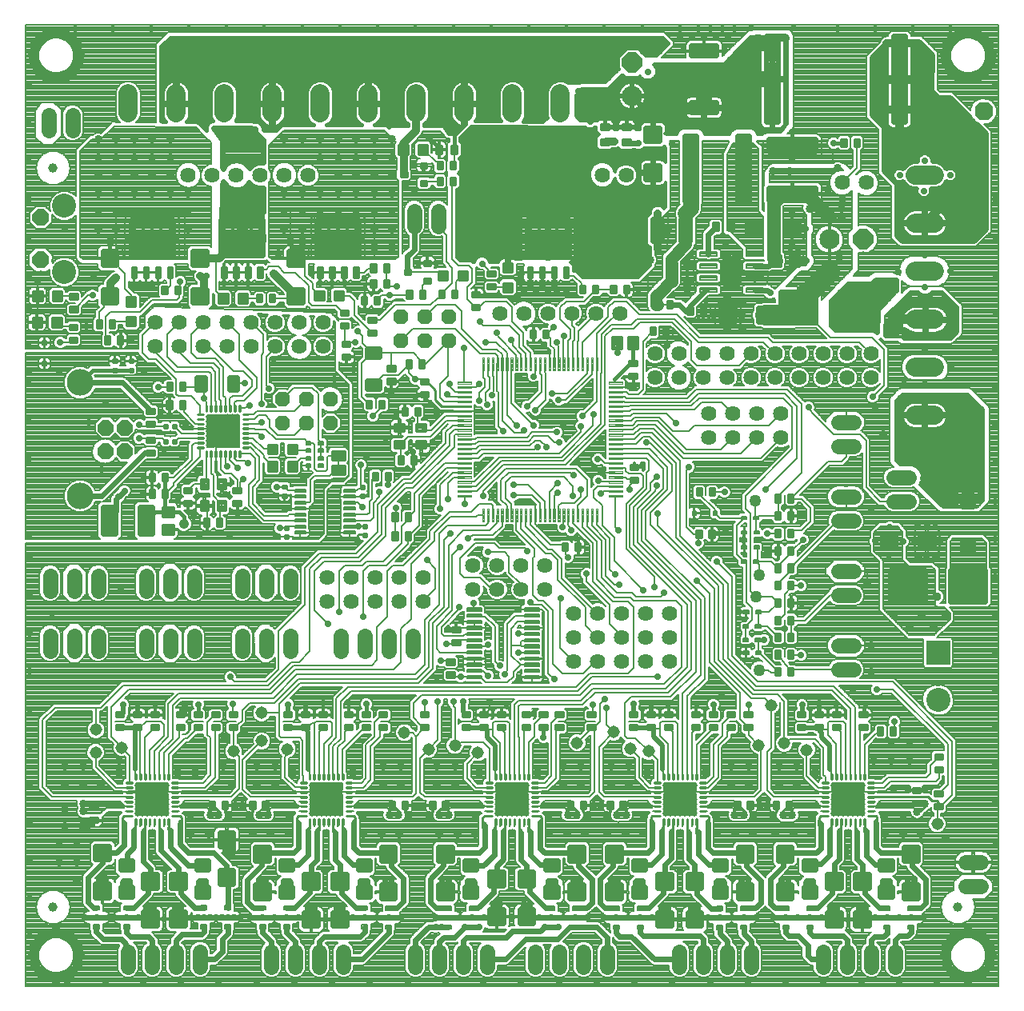
<source format=gtl>
G75*
%MOIN*%
%OFA0B0*%
%FSLAX24Y24*%
%IPPOS*%
%LPD*%
%AMOC8*
5,1,8,0,0,1.08239X$1,22.5*
%
%ADD10OC8,0.0614*%
%ADD11C,0.0165*%
%ADD12C,0.0117*%
%ADD13C,0.0041*%
%ADD14OC8,0.0660*%
%ADD15C,0.1106*%
%ADD16C,0.0202*%
%ADD17C,0.0161*%
%ADD18C,0.0088*%
%ADD19C,0.0205*%
%ADD20C,0.0069*%
%ADD21C,0.0145*%
%ADD22C,0.0193*%
%ADD23C,0.0640*%
%ADD24C,0.0202*%
%ADD25OC8,0.0700*%
%ADD26C,0.1000*%
%ADD27C,0.0096*%
%ADD28C,0.0203*%
%ADD29C,0.0195*%
%ADD30C,0.0790*%
%ADD31C,0.0061*%
%ADD32C,0.0640*%
%ADD33OC8,0.0840*%
%ADD34C,0.0840*%
%ADD35C,0.0516*%
%ADD36C,0.0500*%
%ADD37C,0.0085*%
%ADD38C,0.0179*%
%ADD39OC8,0.0760*%
%ADD40C,0.0203*%
%ADD41C,0.0394*%
%ADD42C,0.0134*%
%ADD43C,0.0110*%
%ADD44C,0.0197*%
%ADD45C,0.0053*%
%ADD46C,0.0083*%
%ADD47R,0.1000X0.1000*%
%ADD48C,0.0077*%
%ADD49C,0.0202*%
%ADD50C,0.0198*%
%ADD51C,0.0201*%
%ADD52C,0.0197*%
%ADD53C,0.0087*%
%ADD54C,0.0201*%
%ADD55C,0.0080*%
%ADD56C,0.0290*%
%ADD57C,0.0075*%
%ADD58C,0.0160*%
%ADD59C,0.0416*%
%ADD60C,0.0240*%
%ADD61C,0.0337*%
%ADD62C,0.0120*%
%ADD63C,0.0200*%
%ADD64C,0.0100*%
%ADD65C,0.0376*%
%ADD66C,0.0320*%
%ADD67C,0.0280*%
%ADD68C,0.0500*%
%ADD69C,0.0560*%
%ADD70C,0.0660*%
%ADD71C,0.0860*%
%ADD72C,0.0220*%
%ADD73C,0.0400*%
D10*
X035495Y030318D03*
X035495Y031318D03*
X036495Y031318D03*
X036495Y030318D03*
X037495Y030318D03*
X037495Y031318D03*
X040445Y033768D03*
X040445Y034768D03*
X041445Y034768D03*
X041445Y033768D03*
X042445Y033768D03*
X042445Y034768D03*
D11*
X042336Y036314D02*
X042336Y036622D01*
X042336Y036314D02*
X042028Y036314D01*
X042028Y036622D01*
X042336Y036622D01*
X042336Y036478D02*
X042028Y036478D01*
X043162Y036622D02*
X043162Y036314D01*
X042854Y036314D01*
X042854Y036622D01*
X043162Y036622D01*
X043162Y036478D02*
X042854Y036478D01*
X044741Y036653D02*
X045049Y036653D01*
X044741Y036653D02*
X044741Y036961D01*
X045049Y036961D01*
X045049Y036653D01*
X045049Y036817D02*
X044741Y036817D01*
X044741Y035826D02*
X045049Y035826D01*
X044741Y035826D02*
X044741Y036134D01*
X045049Y036134D01*
X045049Y035826D01*
X045049Y035990D02*
X044741Y035990D01*
X041512Y041564D02*
X041512Y041872D01*
X041512Y041564D02*
X041204Y041564D01*
X041204Y041872D01*
X041512Y041872D01*
X041512Y041728D02*
X041204Y041728D01*
X040686Y041872D02*
X040686Y041564D01*
X040378Y041564D01*
X040378Y041872D01*
X040686Y041872D01*
X040686Y041728D02*
X040378Y041728D01*
X038012Y035797D02*
X038012Y035489D01*
X037704Y035489D01*
X037704Y035797D01*
X038012Y035797D01*
X038012Y035653D02*
X037704Y035653D01*
X037186Y035797D02*
X037186Y035489D01*
X036878Y035489D01*
X036878Y035797D01*
X037186Y035797D01*
X037186Y035653D02*
X036878Y035653D01*
X034012Y035672D02*
X034012Y035364D01*
X033704Y035364D01*
X033704Y035672D01*
X034012Y035672D01*
X034012Y035528D02*
X033704Y035528D01*
X033186Y035672D02*
X033186Y035364D01*
X032878Y035364D01*
X032878Y035672D01*
X033186Y035672D01*
X033186Y035528D02*
X032878Y035528D01*
X029349Y035231D02*
X029041Y035231D01*
X029041Y035539D01*
X029349Y035539D01*
X029349Y035231D01*
X029349Y035395D02*
X029041Y035395D01*
X029041Y034405D02*
X029349Y034405D01*
X029041Y034405D02*
X029041Y034713D01*
X029349Y034713D01*
X029349Y034405D01*
X029349Y034569D02*
X029041Y034569D01*
X026255Y034672D02*
X026255Y034364D01*
X025947Y034364D01*
X025947Y034672D01*
X026255Y034672D01*
X026255Y034528D02*
X025947Y034528D01*
X025429Y034672D02*
X025429Y034364D01*
X025121Y034364D01*
X025121Y034672D01*
X025429Y034672D01*
X025429Y034528D02*
X025121Y034528D01*
X025454Y035463D02*
X025454Y035771D01*
X025454Y035463D02*
X025146Y035463D01*
X025146Y035771D01*
X025454Y035771D01*
X025454Y035627D02*
X025146Y035627D01*
X026280Y035771D02*
X026280Y035463D01*
X025972Y035463D01*
X025972Y035771D01*
X026280Y035771D01*
X026280Y035627D02*
X025972Y035627D01*
X035236Y029397D02*
X035236Y029089D01*
X034928Y029089D01*
X034928Y029397D01*
X035236Y029397D01*
X035236Y029253D02*
X034928Y029253D01*
X035236Y028672D02*
X035236Y028364D01*
X034928Y028364D01*
X034928Y028672D01*
X035236Y028672D01*
X035236Y028528D02*
X034928Y028528D01*
X036062Y028672D02*
X036062Y028364D01*
X035754Y028364D01*
X035754Y028672D01*
X036062Y028672D01*
X036062Y028528D02*
X035754Y028528D01*
X036062Y029089D02*
X036062Y029397D01*
X036062Y029089D02*
X035754Y029089D01*
X035754Y029397D01*
X036062Y029397D01*
X036062Y029253D02*
X035754Y029253D01*
D12*
X033481Y027598D02*
X033481Y027424D01*
X033481Y027598D02*
X033759Y027598D01*
X033759Y027424D01*
X033481Y027424D01*
X033481Y027540D02*
X033759Y027540D01*
X033481Y027063D02*
X033481Y026889D01*
X033481Y027063D02*
X033759Y027063D01*
X033759Y026889D01*
X033481Y026889D01*
X033481Y027005D02*
X033759Y027005D01*
X032975Y026307D02*
X032801Y026307D01*
X032975Y026307D02*
X032975Y026029D01*
X032801Y026029D01*
X032801Y026307D01*
X032801Y026145D02*
X032975Y026145D01*
X032975Y026261D02*
X032801Y026261D01*
X032439Y026307D02*
X032265Y026307D01*
X032439Y026307D02*
X032439Y026029D01*
X032265Y026029D01*
X032265Y026307D01*
X032265Y026145D02*
X032439Y026145D01*
X032439Y026261D02*
X032265Y026261D01*
X031431Y026889D02*
X031431Y027063D01*
X031709Y027063D01*
X031709Y026889D01*
X031431Y026889D01*
X031431Y027005D02*
X031709Y027005D01*
X031431Y027424D02*
X031431Y027598D01*
X031709Y027598D01*
X031709Y027424D01*
X031431Y027424D01*
X031431Y027540D02*
X031709Y027540D01*
X030700Y027507D02*
X030526Y027507D01*
X030700Y027507D02*
X030700Y027229D01*
X030526Y027229D01*
X030526Y027507D01*
X030526Y027345D02*
X030700Y027345D01*
X030700Y027461D02*
X030526Y027461D01*
X030164Y027507D02*
X029990Y027507D01*
X030164Y027507D02*
X030164Y027229D01*
X029990Y027229D01*
X029990Y027507D01*
X029990Y027345D02*
X030164Y027345D01*
X030164Y027461D02*
X029990Y027461D01*
X029990Y028182D02*
X030164Y028182D01*
X030164Y027904D01*
X029990Y027904D01*
X029990Y028182D01*
X029990Y028020D02*
X030164Y028020D01*
X030164Y028136D02*
X029990Y028136D01*
X030526Y028182D02*
X030700Y028182D01*
X030700Y027904D01*
X030526Y027904D01*
X030526Y028182D01*
X030526Y028020D02*
X030700Y028020D01*
X030700Y028136D02*
X030526Y028136D01*
X030159Y028989D02*
X030159Y029163D01*
X030159Y028989D02*
X029881Y028989D01*
X029881Y029163D01*
X030159Y029163D01*
X030159Y029105D02*
X029881Y029105D01*
X030159Y029524D02*
X030159Y029698D01*
X030159Y029524D02*
X029881Y029524D01*
X029881Y029698D01*
X030159Y029698D01*
X030159Y029640D02*
X029881Y029640D01*
X029881Y030189D02*
X029881Y030363D01*
X030159Y030363D01*
X030159Y030189D01*
X029881Y030189D01*
X029881Y030305D02*
X030159Y030305D01*
X029881Y030724D02*
X029881Y030898D01*
X030159Y030898D01*
X030159Y030724D01*
X029881Y030724D01*
X029881Y030840D02*
X030159Y030840D01*
X030715Y031207D02*
X030889Y031207D01*
X030889Y030929D01*
X030715Y030929D01*
X030715Y031207D01*
X030715Y031045D02*
X030889Y031045D01*
X030889Y031161D02*
X030715Y031161D01*
X031251Y031207D02*
X031425Y031207D01*
X031425Y030929D01*
X031251Y030929D01*
X031251Y031207D01*
X031251Y031045D02*
X031425Y031045D01*
X031425Y031161D02*
X031251Y031161D01*
X031263Y031970D02*
X031437Y031970D01*
X031437Y031692D01*
X031263Y031692D01*
X031263Y031970D01*
X031263Y031808D02*
X031437Y031808D01*
X031437Y031924D02*
X031263Y031924D01*
X030902Y031970D02*
X030728Y031970D01*
X030902Y031970D02*
X030902Y031692D01*
X030728Y031692D01*
X030728Y031970D01*
X030728Y031808D02*
X030902Y031808D01*
X030902Y031924D02*
X030728Y031924D01*
X028850Y033629D02*
X028676Y033629D01*
X028676Y033907D01*
X028850Y033907D01*
X028850Y033629D01*
X028850Y033745D02*
X028676Y033745D01*
X028676Y033861D02*
X028850Y033861D01*
X028314Y033629D02*
X028140Y033629D01*
X028140Y033907D01*
X028314Y033907D01*
X028314Y033629D01*
X028314Y033745D02*
X028140Y033745D01*
X028140Y033861D02*
X028314Y033861D01*
X028326Y034570D02*
X028500Y034570D01*
X028500Y034292D01*
X028326Y034292D01*
X028326Y034570D01*
X028326Y034408D02*
X028500Y034408D01*
X028500Y034524D02*
X028326Y034524D01*
X027964Y034570D02*
X027790Y034570D01*
X027964Y034570D02*
X027964Y034292D01*
X027790Y034292D01*
X027790Y034570D01*
X027790Y034408D02*
X027964Y034408D01*
X027964Y034524D02*
X027790Y034524D01*
X026940Y034397D02*
X026940Y034223D01*
X026662Y034223D01*
X026662Y034397D01*
X026940Y034397D01*
X026940Y034339D02*
X026662Y034339D01*
X026940Y033862D02*
X026940Y033688D01*
X026662Y033688D01*
X026662Y033862D01*
X026940Y033862D01*
X026940Y033804D02*
X026662Y033804D01*
X026959Y034964D02*
X026959Y035138D01*
X026959Y034964D02*
X026681Y034964D01*
X026681Y035138D01*
X026959Y035138D01*
X026959Y035080D02*
X026681Y035080D01*
X026959Y035499D02*
X026959Y035673D01*
X026959Y035499D02*
X026681Y035499D01*
X026681Y035673D01*
X026959Y035673D01*
X026959Y035615D02*
X026681Y035615D01*
X030515Y035982D02*
X030689Y035982D01*
X030689Y035704D01*
X030515Y035704D01*
X030515Y035982D01*
X030515Y035820D02*
X030689Y035820D01*
X030689Y035936D02*
X030515Y035936D01*
X031051Y035982D02*
X031225Y035982D01*
X031225Y035704D01*
X031051Y035704D01*
X031051Y035982D01*
X031051Y035820D02*
X031225Y035820D01*
X031225Y035936D02*
X031051Y035936D01*
X034465Y035379D02*
X034639Y035379D01*
X034465Y035379D02*
X034465Y035657D01*
X034639Y035657D01*
X034639Y035379D01*
X034639Y035495D02*
X034465Y035495D01*
X034465Y035611D02*
X034639Y035611D01*
X035001Y035379D02*
X035175Y035379D01*
X035001Y035379D02*
X035001Y035657D01*
X035175Y035657D01*
X035175Y035379D01*
X035175Y035495D02*
X035001Y035495D01*
X035001Y035611D02*
X035175Y035611D01*
X038234Y034998D02*
X038234Y034824D01*
X037956Y034824D01*
X037956Y034998D01*
X038234Y034998D01*
X038234Y034940D02*
X037956Y034940D01*
X038234Y034463D02*
X038234Y034289D01*
X037956Y034289D01*
X037956Y034463D01*
X038234Y034463D01*
X038234Y034405D02*
X037956Y034405D01*
X038031Y033698D02*
X038031Y033524D01*
X038031Y033698D02*
X038309Y033698D01*
X038309Y033524D01*
X038031Y033524D01*
X038031Y033640D02*
X038309Y033640D01*
X038031Y033163D02*
X038031Y032989D01*
X038031Y033163D02*
X038309Y033163D01*
X038309Y032989D01*
X038031Y032989D01*
X038031Y033105D02*
X038309Y033105D01*
X039384Y033989D02*
X039384Y034163D01*
X039384Y033989D02*
X039106Y033989D01*
X039106Y034163D01*
X039384Y034163D01*
X039384Y034105D02*
X039106Y034105D01*
X039384Y034524D02*
X039384Y034698D01*
X039384Y034524D02*
X039106Y034524D01*
X039106Y034698D01*
X039384Y034698D01*
X039384Y034640D02*
X039106Y034640D01*
X039014Y035557D02*
X038840Y035557D01*
X039014Y035557D02*
X039014Y035279D01*
X038840Y035279D01*
X038840Y035557D01*
X038840Y035395D02*
X039014Y035395D01*
X039014Y035511D02*
X038840Y035511D01*
X039376Y035557D02*
X039550Y035557D01*
X039550Y035279D01*
X039376Y035279D01*
X039376Y035557D01*
X039376Y035395D02*
X039550Y035395D01*
X039550Y035511D02*
X039376Y035511D01*
X039389Y036257D02*
X039215Y036257D01*
X039389Y036257D02*
X039389Y035979D01*
X039215Y035979D01*
X039215Y036257D01*
X039215Y036095D02*
X039389Y036095D01*
X039389Y036211D02*
X039215Y036211D01*
X039215Y036907D02*
X039389Y036907D01*
X039389Y036629D01*
X039215Y036629D01*
X039215Y036907D01*
X039215Y036745D02*
X039389Y036745D01*
X039389Y036861D02*
X039215Y036861D01*
X039751Y036907D02*
X039925Y036907D01*
X039925Y036629D01*
X039751Y036629D01*
X039751Y036907D01*
X039751Y036745D02*
X039925Y036745D01*
X039925Y036861D02*
X039751Y036861D01*
X039751Y036257D02*
X039925Y036257D01*
X039925Y035979D01*
X039751Y035979D01*
X039751Y036257D01*
X039751Y036095D02*
X039925Y036095D01*
X039925Y036211D02*
X039751Y036211D01*
X040715Y035529D02*
X040889Y035529D01*
X040715Y035529D02*
X040715Y035807D01*
X040889Y035807D01*
X040889Y035529D01*
X040889Y035645D02*
X040715Y035645D01*
X040715Y035761D02*
X040889Y035761D01*
X041251Y035529D02*
X041425Y035529D01*
X041251Y035529D02*
X041251Y035807D01*
X041425Y035807D01*
X041425Y035529D01*
X041425Y035645D02*
X041251Y035645D01*
X041251Y035761D02*
X041425Y035761D01*
X042065Y035832D02*
X042239Y035832D01*
X042239Y035554D01*
X042065Y035554D01*
X042065Y035832D01*
X042065Y035670D02*
X042239Y035670D01*
X042239Y035786D02*
X042065Y035786D01*
X042601Y035832D02*
X042775Y035832D01*
X042775Y035554D01*
X042601Y035554D01*
X042601Y035832D01*
X042601Y035670D02*
X042775Y035670D01*
X042775Y035786D02*
X042601Y035786D01*
X043709Y035748D02*
X043709Y035574D01*
X043431Y035574D01*
X043431Y035748D01*
X043709Y035748D01*
X043709Y035690D02*
X043431Y035690D01*
X043709Y035213D02*
X043709Y035039D01*
X043431Y035039D01*
X043431Y035213D01*
X043709Y035213D01*
X043709Y035155D02*
X043431Y035155D01*
X044359Y035914D02*
X044359Y036088D01*
X044359Y035914D02*
X044081Y035914D01*
X044081Y036088D01*
X044359Y036088D01*
X044359Y036030D02*
X044081Y036030D01*
X044359Y036449D02*
X044359Y036623D01*
X044359Y036449D02*
X044081Y036449D01*
X044081Y036623D01*
X044359Y036623D01*
X044359Y036565D02*
X044081Y036565D01*
X045865Y034157D02*
X046039Y034157D01*
X046039Y033879D01*
X045865Y033879D01*
X045865Y034157D01*
X045865Y033995D02*
X046039Y033995D01*
X046039Y034111D02*
X045865Y034111D01*
X046401Y034157D02*
X046575Y034157D01*
X046575Y033879D01*
X046401Y033879D01*
X046401Y034157D01*
X046401Y033995D02*
X046575Y033995D01*
X046575Y034111D02*
X046401Y034111D01*
X047940Y036032D02*
X048114Y036032D01*
X048114Y035754D01*
X047940Y035754D01*
X047940Y036032D01*
X047940Y035870D02*
X048114Y035870D01*
X048114Y035986D02*
X047940Y035986D01*
X048476Y036032D02*
X048650Y036032D01*
X048650Y035754D01*
X048476Y035754D01*
X048476Y036032D01*
X048476Y035870D02*
X048650Y035870D01*
X048650Y035986D02*
X048476Y035986D01*
X049215Y035754D02*
X049389Y035754D01*
X049215Y035754D02*
X049215Y036032D01*
X049389Y036032D01*
X049389Y035754D01*
X049389Y035870D02*
X049215Y035870D01*
X049215Y035986D02*
X049389Y035986D01*
X049751Y035754D02*
X049925Y035754D01*
X049751Y035754D02*
X049751Y036032D01*
X049925Y036032D01*
X049925Y035754D01*
X049925Y035870D02*
X049751Y035870D01*
X049751Y035986D02*
X049925Y035986D01*
X051040Y035382D02*
X051214Y035382D01*
X051214Y035104D01*
X051040Y035104D01*
X051040Y035382D01*
X051040Y035220D02*
X051214Y035220D01*
X051214Y035336D02*
X051040Y035336D01*
X051576Y035382D02*
X051750Y035382D01*
X051750Y035104D01*
X051576Y035104D01*
X051576Y035382D01*
X051576Y035220D02*
X051750Y035220D01*
X051750Y035336D02*
X051576Y035336D01*
X052415Y034854D02*
X052589Y034854D01*
X052415Y034854D02*
X052415Y035132D01*
X052589Y035132D01*
X052589Y034854D01*
X052589Y034970D02*
X052415Y034970D01*
X052415Y035086D02*
X052589Y035086D01*
X052951Y034854D02*
X053125Y034854D01*
X052951Y034854D02*
X052951Y035132D01*
X053125Y035132D01*
X053125Y034854D01*
X053125Y034970D02*
X052951Y034970D01*
X052951Y035086D02*
X053125Y035086D01*
X051564Y034010D02*
X051390Y034010D01*
X051390Y034288D01*
X051564Y034288D01*
X051564Y034010D01*
X051564Y034126D02*
X051390Y034126D01*
X051390Y034242D02*
X051564Y034242D01*
X051029Y034010D02*
X050855Y034010D01*
X050855Y034288D01*
X051029Y034288D01*
X051029Y034010D01*
X051029Y034126D02*
X050855Y034126D01*
X050855Y034242D02*
X051029Y034242D01*
X049981Y032884D02*
X049981Y032710D01*
X049981Y032884D02*
X050259Y032884D01*
X050259Y032710D01*
X049981Y032710D01*
X049981Y032826D02*
X050259Y032826D01*
X049981Y032348D02*
X049981Y032174D01*
X049981Y032348D02*
X050259Y032348D01*
X050259Y032174D01*
X049981Y032174D01*
X049981Y032290D02*
X050259Y032290D01*
X050300Y028564D02*
X050300Y028390D01*
X050022Y028390D01*
X050022Y028564D01*
X050300Y028564D01*
X050300Y028506D02*
X050022Y028506D01*
X050300Y028029D02*
X050300Y027855D01*
X050022Y027855D01*
X050022Y028029D01*
X050300Y028029D01*
X050300Y027971D02*
X050022Y027971D01*
X047913Y025003D02*
X047739Y025003D01*
X047739Y025281D01*
X047913Y025281D01*
X047913Y025003D01*
X047913Y025119D02*
X047739Y025119D01*
X047739Y025235D02*
X047913Y025235D01*
X047377Y025003D02*
X047203Y025003D01*
X047203Y025281D01*
X047377Y025281D01*
X047377Y025003D01*
X047377Y025119D02*
X047203Y025119D01*
X047203Y025235D02*
X047377Y025235D01*
X042884Y021799D02*
X042884Y021625D01*
X042606Y021625D01*
X042606Y021799D01*
X042884Y021799D01*
X042884Y021741D02*
X042606Y021741D01*
X042884Y021264D02*
X042884Y021090D01*
X042606Y021090D01*
X042606Y021264D01*
X042884Y021264D01*
X042884Y021206D02*
X042606Y021206D01*
X042380Y020438D02*
X042380Y020264D01*
X042380Y020438D02*
X042658Y020438D01*
X042658Y020264D01*
X042380Y020264D01*
X042380Y020380D02*
X042658Y020380D01*
X042380Y019903D02*
X042380Y019729D01*
X042380Y019903D02*
X042658Y019903D01*
X042658Y019729D01*
X042380Y019729D01*
X042380Y019845D02*
X042658Y019845D01*
X043297Y018248D02*
X043297Y018074D01*
X043019Y018074D01*
X043019Y018248D01*
X043297Y018248D01*
X043297Y018190D02*
X043019Y018190D01*
X043297Y017713D02*
X043297Y017539D01*
X043019Y017539D01*
X043019Y017713D01*
X043297Y017713D01*
X043297Y017655D02*
X043019Y017655D01*
X044034Y017713D02*
X044034Y017539D01*
X043756Y017539D01*
X043756Y017713D01*
X044034Y017713D01*
X044034Y017655D02*
X043756Y017655D01*
X044034Y018074D02*
X044034Y018248D01*
X044034Y018074D02*
X043756Y018074D01*
X043756Y018248D01*
X044034Y018248D01*
X044034Y018190D02*
X043756Y018190D01*
X044494Y018248D02*
X044494Y018074D01*
X044494Y018248D02*
X044772Y018248D01*
X044772Y018074D01*
X044494Y018074D01*
X044494Y018190D02*
X044772Y018190D01*
X044494Y017713D02*
X044494Y017539D01*
X044494Y017713D02*
X044772Y017713D01*
X044772Y017539D01*
X044494Y017539D01*
X044494Y017655D02*
X044772Y017655D01*
X045519Y017713D02*
X045519Y017539D01*
X045519Y017713D02*
X045797Y017713D01*
X045797Y017539D01*
X045519Y017539D01*
X045519Y017655D02*
X045797Y017655D01*
X045519Y018074D02*
X045519Y018248D01*
X045797Y018248D01*
X045797Y018074D01*
X045519Y018074D01*
X045519Y018190D02*
X045797Y018190D01*
X046522Y018248D02*
X046522Y018074D01*
X046244Y018074D01*
X046244Y018248D01*
X046522Y018248D01*
X046522Y018190D02*
X046244Y018190D01*
X046522Y017713D02*
X046522Y017539D01*
X046244Y017539D01*
X046244Y017713D01*
X046522Y017713D01*
X046522Y017655D02*
X046244Y017655D01*
X047184Y017713D02*
X047184Y017539D01*
X046906Y017539D01*
X046906Y017713D01*
X047184Y017713D01*
X047184Y017655D02*
X046906Y017655D01*
X047184Y018074D02*
X047184Y018248D01*
X047184Y018074D02*
X046906Y018074D01*
X046906Y018248D01*
X047184Y018248D01*
X047184Y018190D02*
X046906Y018190D01*
X048246Y018248D02*
X048246Y018074D01*
X048246Y018248D02*
X048524Y018248D01*
X048524Y018074D01*
X048246Y018074D01*
X048246Y018190D02*
X048524Y018190D01*
X048246Y017713D02*
X048246Y017539D01*
X048246Y017713D02*
X048524Y017713D01*
X048524Y017539D01*
X048246Y017539D01*
X048246Y017655D02*
X048524Y017655D01*
X050283Y017713D02*
X050283Y017539D01*
X050005Y017539D01*
X050005Y017713D01*
X050283Y017713D01*
X050283Y017655D02*
X050005Y017655D01*
X050283Y018074D02*
X050283Y018248D01*
X050283Y018074D02*
X050005Y018074D01*
X050005Y018248D01*
X050283Y018248D01*
X050283Y018190D02*
X050005Y018190D01*
X051009Y018248D02*
X051009Y018074D01*
X050731Y018074D01*
X050731Y018248D01*
X051009Y018248D01*
X051009Y018190D02*
X050731Y018190D01*
X051009Y017713D02*
X051009Y017539D01*
X050731Y017539D01*
X050731Y017713D01*
X051009Y017713D01*
X051009Y017655D02*
X050731Y017655D01*
X051456Y017713D02*
X051456Y017539D01*
X051456Y017713D02*
X051734Y017713D01*
X051734Y017539D01*
X051456Y017539D01*
X051456Y017655D02*
X051734Y017655D01*
X051456Y018074D02*
X051456Y018248D01*
X051734Y018248D01*
X051734Y018074D01*
X051456Y018074D01*
X051456Y018190D02*
X051734Y018190D01*
X052602Y018248D02*
X052602Y018074D01*
X052602Y018248D02*
X052880Y018248D01*
X052880Y018074D01*
X052602Y018074D01*
X052602Y018190D02*
X052880Y018190D01*
X053321Y018248D02*
X053321Y018074D01*
X053321Y018248D02*
X053599Y018248D01*
X053599Y018074D01*
X053321Y018074D01*
X053321Y018190D02*
X053599Y018190D01*
X053321Y017713D02*
X053321Y017539D01*
X053321Y017713D02*
X053599Y017713D01*
X053599Y017539D01*
X053321Y017539D01*
X053321Y017655D02*
X053599Y017655D01*
X054332Y017713D02*
X054332Y017539D01*
X054054Y017539D01*
X054054Y017713D01*
X054332Y017713D01*
X054332Y017655D02*
X054054Y017655D01*
X054332Y018074D02*
X054332Y018248D01*
X054332Y018074D02*
X054054Y018074D01*
X054054Y018248D01*
X054332Y018248D01*
X054332Y018190D02*
X054054Y018190D01*
X054780Y018248D02*
X054780Y018074D01*
X054780Y018248D02*
X055058Y018248D01*
X055058Y018074D01*
X054780Y018074D01*
X054780Y018190D02*
X055058Y018190D01*
X054780Y017713D02*
X054780Y017539D01*
X054780Y017713D02*
X055058Y017713D01*
X055058Y017539D01*
X054780Y017539D01*
X054780Y017655D02*
X055058Y017655D01*
X056065Y019804D02*
X056239Y019804D01*
X056065Y019804D02*
X056065Y020082D01*
X056239Y020082D01*
X056239Y019804D01*
X056239Y019920D02*
X056065Y019920D01*
X056065Y020036D02*
X056239Y020036D01*
X056601Y019804D02*
X056775Y019804D01*
X056601Y019804D02*
X056601Y020082D01*
X056775Y020082D01*
X056775Y019804D01*
X056775Y019920D02*
X056601Y019920D01*
X056601Y020036D02*
X056775Y020036D01*
X056775Y020529D02*
X056601Y020529D01*
X056601Y020807D01*
X056775Y020807D01*
X056775Y020529D01*
X056775Y020645D02*
X056601Y020645D01*
X056601Y020761D02*
X056775Y020761D01*
X056239Y020529D02*
X056065Y020529D01*
X056065Y020807D01*
X056239Y020807D01*
X056239Y020529D01*
X056239Y020645D02*
X056065Y020645D01*
X056065Y020761D02*
X056239Y020761D01*
X056239Y021254D02*
X056065Y021254D01*
X056065Y021532D01*
X056239Y021532D01*
X056239Y021254D01*
X056239Y021370D02*
X056065Y021370D01*
X056065Y021486D02*
X056239Y021486D01*
X056601Y021254D02*
X056775Y021254D01*
X056601Y021254D02*
X056601Y021532D01*
X056775Y021532D01*
X056775Y021254D01*
X056775Y021370D02*
X056601Y021370D01*
X056601Y021486D02*
X056775Y021486D01*
X056775Y022227D02*
X056601Y022227D01*
X056775Y022227D02*
X056775Y021949D01*
X056601Y021949D01*
X056601Y022227D01*
X056601Y022065D02*
X056775Y022065D01*
X056775Y022181D02*
X056601Y022181D01*
X056239Y022227D02*
X056065Y022227D01*
X056239Y022227D02*
X056239Y021949D01*
X056065Y021949D01*
X056065Y022227D01*
X056065Y022065D02*
X056239Y022065D01*
X056239Y022181D02*
X056065Y022181D01*
X056065Y022684D02*
X056239Y022684D01*
X056065Y022684D02*
X056065Y022962D01*
X056239Y022962D01*
X056239Y022684D01*
X056239Y022800D02*
X056065Y022800D01*
X056065Y022916D02*
X056239Y022916D01*
X056601Y022684D02*
X056775Y022684D01*
X056601Y022684D02*
X056601Y022962D01*
X056775Y022962D01*
X056775Y022684D01*
X056775Y022800D02*
X056601Y022800D01*
X056601Y022916D02*
X056775Y022916D01*
X056775Y023409D02*
X056601Y023409D01*
X056601Y023687D01*
X056775Y023687D01*
X056775Y023409D01*
X056775Y023525D02*
X056601Y023525D01*
X056601Y023641D02*
X056775Y023641D01*
X056239Y023409D02*
X056065Y023409D01*
X056065Y023687D01*
X056239Y023687D01*
X056239Y023409D01*
X056239Y023525D02*
X056065Y023525D01*
X056065Y023641D02*
X056239Y023641D01*
X056239Y024129D02*
X056065Y024129D01*
X056065Y024407D01*
X056239Y024407D01*
X056239Y024129D01*
X056239Y024245D02*
X056065Y024245D01*
X056065Y024361D02*
X056239Y024361D01*
X056601Y024129D02*
X056775Y024129D01*
X056601Y024129D02*
X056601Y024407D01*
X056775Y024407D01*
X056775Y024129D01*
X056775Y024245D02*
X056601Y024245D01*
X056601Y024361D02*
X056775Y024361D01*
X056775Y025127D02*
X056601Y025127D01*
X056775Y025127D02*
X056775Y024849D01*
X056601Y024849D01*
X056601Y025127D01*
X056601Y024965D02*
X056775Y024965D01*
X056775Y025081D02*
X056601Y025081D01*
X056239Y025127D02*
X056065Y025127D01*
X056239Y025127D02*
X056239Y024849D01*
X056065Y024849D01*
X056065Y025127D01*
X056065Y024965D02*
X056239Y024965D01*
X056239Y025081D02*
X056065Y025081D01*
X056065Y025852D02*
X056239Y025852D01*
X056239Y025574D01*
X056065Y025574D01*
X056065Y025852D01*
X056065Y025690D02*
X056239Y025690D01*
X056239Y025806D02*
X056065Y025806D01*
X056601Y025852D02*
X056775Y025852D01*
X056775Y025574D01*
X056601Y025574D01*
X056601Y025852D01*
X056601Y025690D02*
X056775Y025690D01*
X056775Y025806D02*
X056601Y025806D01*
X056601Y026309D02*
X056775Y026309D01*
X056601Y026309D02*
X056601Y026587D01*
X056775Y026587D01*
X056775Y026309D01*
X056775Y026425D02*
X056601Y026425D01*
X056601Y026541D02*
X056775Y026541D01*
X056239Y026309D02*
X056065Y026309D01*
X056065Y026587D01*
X056239Y026587D01*
X056239Y026309D01*
X056239Y026425D02*
X056065Y026425D01*
X056065Y026541D02*
X056239Y026541D01*
X056239Y027029D02*
X056065Y027029D01*
X056065Y027307D01*
X056239Y027307D01*
X056239Y027029D01*
X056239Y027145D02*
X056065Y027145D01*
X056065Y027261D02*
X056239Y027261D01*
X056601Y027029D02*
X056775Y027029D01*
X056601Y027029D02*
X056601Y027307D01*
X056775Y027307D01*
X056775Y027029D01*
X056775Y027145D02*
X056601Y027145D01*
X056601Y027261D02*
X056775Y027261D01*
X053500Y027304D02*
X053326Y027304D01*
X053326Y027582D01*
X053500Y027582D01*
X053500Y027304D01*
X053500Y027420D02*
X053326Y027420D01*
X053326Y027536D02*
X053500Y027536D01*
X052964Y027304D02*
X052790Y027304D01*
X052790Y027582D01*
X052964Y027582D01*
X052964Y027304D01*
X052964Y027420D02*
X052790Y027420D01*
X052790Y027536D02*
X052964Y027536D01*
X052953Y025551D02*
X052779Y025551D01*
X052779Y025829D01*
X052953Y025829D01*
X052953Y025551D01*
X052953Y025667D02*
X052779Y025667D01*
X052779Y025783D02*
X052953Y025783D01*
X053315Y025551D02*
X053489Y025551D01*
X053315Y025551D02*
X053315Y025829D01*
X053489Y025829D01*
X053489Y025551D01*
X053489Y025667D02*
X053315Y025667D01*
X053315Y025783D02*
X053489Y025783D01*
X052602Y017713D02*
X052602Y017539D01*
X052602Y017713D02*
X052880Y017713D01*
X052880Y017539D01*
X052602Y017539D01*
X052602Y017655D02*
X052880Y017655D01*
X054378Y014254D02*
X054552Y014254D01*
X054378Y014254D02*
X054378Y014532D01*
X054552Y014532D01*
X054552Y014254D01*
X054552Y014370D02*
X054378Y014370D01*
X054378Y014486D02*
X054552Y014486D01*
X054913Y014254D02*
X055087Y014254D01*
X054913Y014254D02*
X054913Y014532D01*
X055087Y014532D01*
X055087Y014254D01*
X055087Y014370D02*
X054913Y014370D01*
X054913Y014486D02*
X055087Y014486D01*
X056003Y014532D02*
X056177Y014532D01*
X056177Y014254D01*
X056003Y014254D01*
X056003Y014532D01*
X056003Y014370D02*
X056177Y014370D01*
X056177Y014486D02*
X056003Y014486D01*
X056538Y014532D02*
X056712Y014532D01*
X056712Y014254D01*
X056538Y014254D01*
X056538Y014532D01*
X056538Y014370D02*
X056712Y014370D01*
X056712Y014486D02*
X056538Y014486D01*
X057283Y017539D02*
X057283Y017713D01*
X057283Y017539D02*
X057005Y017539D01*
X057005Y017713D01*
X057283Y017713D01*
X057283Y017655D02*
X057005Y017655D01*
X057283Y018074D02*
X057283Y018248D01*
X057283Y018074D02*
X057005Y018074D01*
X057005Y018248D01*
X057283Y018248D01*
X057283Y018190D02*
X057005Y018190D01*
X058009Y018248D02*
X058009Y018074D01*
X057731Y018074D01*
X057731Y018248D01*
X058009Y018248D01*
X058009Y018190D02*
X057731Y018190D01*
X058009Y017713D02*
X058009Y017539D01*
X057731Y017539D01*
X057731Y017713D01*
X058009Y017713D01*
X058009Y017655D02*
X057731Y017655D01*
X058456Y017713D02*
X058456Y017539D01*
X058456Y017713D02*
X058734Y017713D01*
X058734Y017539D01*
X058456Y017539D01*
X058456Y017655D02*
X058734Y017655D01*
X058456Y018074D02*
X058456Y018248D01*
X058734Y018248D01*
X058734Y018074D01*
X058456Y018074D01*
X058456Y018190D02*
X058734Y018190D01*
X059581Y018248D02*
X059581Y018074D01*
X059581Y018248D02*
X059859Y018248D01*
X059859Y018074D01*
X059581Y018074D01*
X059581Y018190D02*
X059859Y018190D01*
X059581Y017713D02*
X059581Y017539D01*
X059581Y017713D02*
X059859Y017713D01*
X059859Y017539D01*
X059581Y017539D01*
X059581Y017655D02*
X059859Y017655D01*
X060335Y017607D02*
X060509Y017607D01*
X060509Y017329D01*
X060335Y017329D01*
X060335Y017607D01*
X060335Y017445D02*
X060509Y017445D01*
X060509Y017561D02*
X060335Y017561D01*
X060871Y017607D02*
X061045Y017607D01*
X061045Y017329D01*
X060871Y017329D01*
X060871Y017607D01*
X060871Y017445D02*
X061045Y017445D01*
X061045Y017561D02*
X060871Y017561D01*
X062997Y016498D02*
X062997Y016324D01*
X062719Y016324D01*
X062719Y016498D01*
X062997Y016498D01*
X062997Y016440D02*
X062719Y016440D01*
X062997Y015963D02*
X062997Y015789D01*
X062719Y015789D01*
X062719Y015963D01*
X062997Y015963D01*
X062997Y015905D02*
X062719Y015905D01*
X062069Y015096D02*
X062069Y014922D01*
X061791Y014922D01*
X061791Y015096D01*
X062069Y015096D01*
X062069Y015038D02*
X061791Y015038D01*
X062069Y014561D02*
X062069Y014387D01*
X061791Y014387D01*
X061791Y014561D01*
X062069Y014561D01*
X062069Y014503D02*
X061791Y014503D01*
X062706Y014413D02*
X062706Y014239D01*
X062706Y014413D02*
X062984Y014413D01*
X062984Y014239D01*
X062706Y014239D01*
X062706Y014355D02*
X062984Y014355D01*
X062706Y014774D02*
X062706Y014948D01*
X062984Y014948D01*
X062984Y014774D01*
X062706Y014774D01*
X062706Y014890D02*
X062984Y014890D01*
X049787Y014532D02*
X049613Y014532D01*
X049787Y014532D02*
X049787Y014254D01*
X049613Y014254D01*
X049613Y014532D01*
X049613Y014370D02*
X049787Y014370D01*
X049787Y014486D02*
X049613Y014486D01*
X049252Y014532D02*
X049078Y014532D01*
X049252Y014532D02*
X049252Y014254D01*
X049078Y014254D01*
X049078Y014532D01*
X049078Y014370D02*
X049252Y014370D01*
X049252Y014486D02*
X049078Y014486D01*
X048137Y014254D02*
X047963Y014254D01*
X047963Y014532D01*
X048137Y014532D01*
X048137Y014254D01*
X048137Y014370D02*
X047963Y014370D01*
X047963Y014486D02*
X048137Y014486D01*
X047602Y014254D02*
X047428Y014254D01*
X047428Y014532D01*
X047602Y014532D01*
X047602Y014254D01*
X047602Y014370D02*
X047428Y014370D01*
X047428Y014486D02*
X047602Y014486D01*
X042387Y014532D02*
X042213Y014532D01*
X042387Y014532D02*
X042387Y014254D01*
X042213Y014254D01*
X042213Y014532D01*
X042213Y014370D02*
X042387Y014370D01*
X042387Y014486D02*
X042213Y014486D01*
X041852Y014532D02*
X041678Y014532D01*
X041852Y014532D02*
X041852Y014254D01*
X041678Y014254D01*
X041678Y014532D01*
X041678Y014370D02*
X041852Y014370D01*
X041852Y014486D02*
X041678Y014486D01*
X040712Y014254D02*
X040538Y014254D01*
X040538Y014532D01*
X040712Y014532D01*
X040712Y014254D01*
X040712Y014370D02*
X040538Y014370D01*
X040538Y014486D02*
X040712Y014486D01*
X040177Y014254D02*
X040003Y014254D01*
X040003Y014532D01*
X040177Y014532D01*
X040177Y014254D01*
X040177Y014370D02*
X040003Y014370D01*
X040003Y014486D02*
X040177Y014486D01*
X039847Y017539D02*
X039847Y017713D01*
X039847Y017539D02*
X039569Y017539D01*
X039569Y017713D01*
X039847Y017713D01*
X039847Y017655D02*
X039569Y017655D01*
X039847Y018074D02*
X039847Y018248D01*
X039847Y018074D02*
X039569Y018074D01*
X039569Y018248D01*
X039847Y018248D01*
X039847Y018190D02*
X039569Y018190D01*
X038856Y018248D02*
X038856Y018074D01*
X038856Y018248D02*
X039134Y018248D01*
X039134Y018074D01*
X038856Y018074D01*
X038856Y018190D02*
X039134Y018190D01*
X038856Y017713D02*
X038856Y017539D01*
X038856Y017713D02*
X039134Y017713D01*
X039134Y017539D01*
X038856Y017539D01*
X038856Y017655D02*
X039134Y017655D01*
X038131Y017713D02*
X038131Y017539D01*
X038131Y017713D02*
X038409Y017713D01*
X038409Y017539D01*
X038131Y017539D01*
X038131Y017655D02*
X038409Y017655D01*
X038131Y018074D02*
X038131Y018248D01*
X038409Y018248D01*
X038409Y018074D01*
X038131Y018074D01*
X038131Y018190D02*
X038409Y018190D01*
X037056Y018248D02*
X037056Y018074D01*
X037056Y018248D02*
X037334Y018248D01*
X037334Y018074D01*
X037056Y018074D01*
X037056Y018190D02*
X037334Y018190D01*
X037056Y017713D02*
X037056Y017539D01*
X037056Y017713D02*
X037334Y017713D01*
X037334Y017539D01*
X037056Y017539D01*
X037056Y017655D02*
X037334Y017655D01*
X036609Y017713D02*
X036609Y017539D01*
X036331Y017539D01*
X036331Y017713D01*
X036609Y017713D01*
X036609Y017655D02*
X036331Y017655D01*
X036609Y018074D02*
X036609Y018248D01*
X036609Y018074D02*
X036331Y018074D01*
X036331Y018248D01*
X036609Y018248D01*
X036609Y018190D02*
X036331Y018190D01*
X035880Y018248D02*
X035880Y018074D01*
X035602Y018074D01*
X035602Y018248D01*
X035880Y018248D01*
X035880Y018190D02*
X035602Y018190D01*
X035880Y017713D02*
X035880Y017539D01*
X035602Y017539D01*
X035602Y017713D01*
X035880Y017713D01*
X035880Y017655D02*
X035602Y017655D01*
X033320Y017713D02*
X033320Y017539D01*
X033320Y017713D02*
X033598Y017713D01*
X033598Y017539D01*
X033320Y017539D01*
X033320Y017655D02*
X033598Y017655D01*
X033320Y018074D02*
X033320Y018248D01*
X033598Y018248D01*
X033598Y018074D01*
X033320Y018074D01*
X033320Y018190D02*
X033598Y018190D01*
X032872Y018248D02*
X032872Y018074D01*
X032594Y018074D01*
X032594Y018248D01*
X032872Y018248D01*
X032872Y018190D02*
X032594Y018190D01*
X032872Y017713D02*
X032872Y017539D01*
X032594Y017539D01*
X032594Y017713D01*
X032872Y017713D01*
X032872Y017655D02*
X032594Y017655D01*
X031856Y017713D02*
X031856Y017539D01*
X031856Y017713D02*
X032134Y017713D01*
X032134Y017539D01*
X031856Y017539D01*
X031856Y017655D02*
X032134Y017655D01*
X031856Y018074D02*
X031856Y018248D01*
X032134Y018248D01*
X032134Y018074D01*
X031856Y018074D01*
X031856Y018190D02*
X032134Y018190D01*
X031131Y018248D02*
X031131Y018074D01*
X031131Y018248D02*
X031409Y018248D01*
X031409Y018074D01*
X031131Y018074D01*
X031131Y018190D02*
X031409Y018190D01*
X031131Y017713D02*
X031131Y017539D01*
X031131Y017713D02*
X031409Y017713D01*
X031409Y017539D01*
X031131Y017539D01*
X031131Y017655D02*
X031409Y017655D01*
X030056Y017713D02*
X030056Y017539D01*
X030056Y017713D02*
X030334Y017713D01*
X030334Y017539D01*
X030056Y017539D01*
X030056Y017655D02*
X030334Y017655D01*
X030056Y018074D02*
X030056Y018248D01*
X030334Y018248D01*
X030334Y018074D01*
X030056Y018074D01*
X030056Y018190D02*
X030334Y018190D01*
X029609Y018248D02*
X029609Y018074D01*
X029331Y018074D01*
X029331Y018248D01*
X029609Y018248D01*
X029609Y018190D02*
X029331Y018190D01*
X029609Y017713D02*
X029609Y017539D01*
X029331Y017539D01*
X029331Y017713D01*
X029609Y017713D01*
X029609Y017655D02*
X029331Y017655D01*
X028870Y017713D02*
X028870Y017539D01*
X028592Y017539D01*
X028592Y017713D01*
X028870Y017713D01*
X028870Y017655D02*
X028592Y017655D01*
X028870Y018074D02*
X028870Y018248D01*
X028870Y018074D02*
X028592Y018074D01*
X028592Y018248D01*
X028870Y018248D01*
X028870Y018190D02*
X028592Y018190D01*
X027511Y014386D02*
X027511Y014212D01*
X027511Y014386D02*
X027789Y014386D01*
X027789Y014212D01*
X027511Y014212D01*
X027511Y014328D02*
X027789Y014328D01*
X027511Y013850D02*
X027511Y013676D01*
X027511Y013850D02*
X027789Y013850D01*
X027789Y013676D01*
X027511Y013676D01*
X027511Y013792D02*
X027789Y013792D01*
X032503Y014254D02*
X032677Y014254D01*
X032503Y014254D02*
X032503Y014532D01*
X032677Y014532D01*
X032677Y014254D01*
X032677Y014370D02*
X032503Y014370D01*
X032503Y014486D02*
X032677Y014486D01*
X033038Y014254D02*
X033212Y014254D01*
X033038Y014254D02*
X033038Y014532D01*
X033212Y014532D01*
X033212Y014254D01*
X033212Y014370D02*
X033038Y014370D01*
X033038Y014486D02*
X033212Y014486D01*
X034178Y014532D02*
X034352Y014532D01*
X034352Y014254D01*
X034178Y014254D01*
X034178Y014532D01*
X034178Y014370D02*
X034352Y014370D01*
X034352Y014486D02*
X034178Y014486D01*
X034713Y014532D02*
X034887Y014532D01*
X034887Y014254D01*
X034713Y014254D01*
X034713Y014532D01*
X034713Y014370D02*
X034887Y014370D01*
X034887Y014486D02*
X034713Y014486D01*
X041294Y017545D02*
X041294Y017719D01*
X041572Y017719D01*
X041572Y017545D01*
X041294Y017545D01*
X041294Y017661D02*
X041572Y017661D01*
X041294Y018081D02*
X041294Y018255D01*
X041572Y018255D01*
X041572Y018081D01*
X041294Y018081D01*
X041294Y018197D02*
X041572Y018197D01*
X040825Y025742D02*
X040651Y025742D01*
X040825Y025742D02*
X040825Y025464D01*
X040651Y025464D01*
X040651Y025742D01*
X040651Y025580D02*
X040825Y025580D01*
X040825Y025696D02*
X040651Y025696D01*
X040289Y025742D02*
X040115Y025742D01*
X040289Y025742D02*
X040289Y025464D01*
X040115Y025464D01*
X040115Y025742D01*
X040115Y025580D02*
X040289Y025580D01*
X040289Y025696D02*
X040115Y025696D01*
X040115Y026546D02*
X040289Y026546D01*
X040289Y026268D01*
X040115Y026268D01*
X040115Y026546D01*
X040115Y026384D02*
X040289Y026384D01*
X040289Y026500D02*
X040115Y026500D01*
X040651Y026546D02*
X040825Y026546D01*
X040825Y026268D01*
X040651Y026268D01*
X040651Y026546D01*
X040651Y026384D02*
X040825Y026384D01*
X040825Y026500D02*
X040651Y026500D01*
X040000Y027954D02*
X039826Y027954D01*
X039826Y028232D01*
X040000Y028232D01*
X040000Y027954D01*
X040000Y028070D02*
X039826Y028070D01*
X039826Y028186D02*
X040000Y028186D01*
X039464Y027954D02*
X039290Y027954D01*
X039290Y028232D01*
X039464Y028232D01*
X039464Y027954D01*
X039464Y028070D02*
X039290Y028070D01*
X039290Y028186D02*
X039464Y028186D01*
X040353Y028629D02*
X040527Y028629D01*
X040353Y028629D02*
X040353Y028907D01*
X040527Y028907D01*
X040527Y028629D01*
X040527Y028745D02*
X040353Y028745D01*
X040353Y028861D02*
X040527Y028861D01*
X040888Y028629D02*
X041062Y028629D01*
X040888Y028629D02*
X040888Y028907D01*
X041062Y028907D01*
X041062Y028629D01*
X041062Y028745D02*
X040888Y028745D01*
X040888Y028861D02*
X041062Y028861D01*
X041063Y030932D02*
X041237Y030932D01*
X041237Y030654D01*
X041063Y030654D01*
X041063Y030932D01*
X041063Y030770D02*
X041237Y030770D01*
X041237Y030886D02*
X041063Y030886D01*
X040702Y030932D02*
X040528Y030932D01*
X040702Y030932D02*
X040702Y030654D01*
X040528Y030654D01*
X040528Y030932D01*
X040528Y030770D02*
X040702Y030770D01*
X040702Y030886D02*
X040528Y030886D01*
X039750Y031232D02*
X039576Y031232D01*
X039750Y031232D02*
X039750Y030954D01*
X039576Y030954D01*
X039576Y031232D01*
X039576Y031070D02*
X039750Y031070D01*
X039750Y031186D02*
X039576Y031186D01*
X039214Y031232D02*
X039040Y031232D01*
X039214Y031232D02*
X039214Y030954D01*
X039040Y030954D01*
X039040Y031232D01*
X039040Y031070D02*
X039214Y031070D01*
X039214Y031186D02*
X039040Y031186D01*
X039906Y031964D02*
X039906Y032138D01*
X040184Y032138D01*
X040184Y031964D01*
X039906Y031964D01*
X039906Y032080D02*
X040184Y032080D01*
X039906Y032499D02*
X039906Y032673D01*
X040184Y032673D01*
X040184Y032499D01*
X039906Y032499D01*
X039906Y032615D02*
X040184Y032615D01*
X040690Y032907D02*
X040864Y032907D01*
X040864Y032629D01*
X040690Y032629D01*
X040690Y032907D01*
X040690Y032745D02*
X040864Y032745D01*
X040864Y032861D02*
X040690Y032861D01*
X041226Y032907D02*
X041400Y032907D01*
X041400Y032629D01*
X041226Y032629D01*
X041226Y032907D01*
X041226Y032745D02*
X041400Y032745D01*
X041400Y032861D02*
X041226Y032861D01*
X041289Y032132D02*
X041289Y031958D01*
X041289Y032132D02*
X041567Y032132D01*
X041567Y031958D01*
X041289Y031958D01*
X041289Y032074D02*
X041567Y032074D01*
X041289Y031597D02*
X041289Y031423D01*
X041289Y031597D02*
X041567Y031597D01*
X041567Y031423D01*
X041289Y031423D01*
X041289Y031539D02*
X041567Y031539D01*
X041990Y040532D02*
X042164Y040532D01*
X042164Y040254D01*
X041990Y040254D01*
X041990Y040532D01*
X041990Y040370D02*
X042164Y040370D01*
X042164Y040486D02*
X041990Y040486D01*
X041990Y040904D02*
X042164Y040904D01*
X041990Y040904D02*
X041990Y041182D01*
X042164Y041182D01*
X042164Y040904D01*
X042164Y041020D02*
X041990Y041020D01*
X041990Y041136D02*
X042164Y041136D01*
X042526Y040904D02*
X042700Y040904D01*
X042526Y040904D02*
X042526Y041182D01*
X042700Y041182D01*
X042700Y040904D01*
X042700Y041020D02*
X042526Y041020D01*
X042526Y041136D02*
X042700Y041136D01*
X042700Y040532D02*
X042526Y040532D01*
X042700Y040532D02*
X042700Y040254D01*
X042526Y040254D01*
X042526Y040532D01*
X042526Y040370D02*
X042700Y040370D01*
X042700Y040486D02*
X042526Y040486D01*
X058815Y042132D02*
X058989Y042132D01*
X058989Y041854D01*
X058815Y041854D01*
X058815Y042132D01*
X058815Y041970D02*
X058989Y041970D01*
X058989Y042086D02*
X058815Y042086D01*
X059351Y042132D02*
X059525Y042132D01*
X059525Y041854D01*
X059351Y041854D01*
X059351Y042132D01*
X059351Y041970D02*
X059525Y041970D01*
X059525Y042086D02*
X059351Y042086D01*
D13*
X049105Y032045D02*
X049105Y031967D01*
X049105Y032045D02*
X049655Y032045D01*
X049655Y031967D01*
X049105Y031967D01*
X049105Y032007D02*
X049655Y032007D01*
X049105Y031848D02*
X049105Y031770D01*
X049105Y031848D02*
X049655Y031848D01*
X049655Y031770D01*
X049105Y031770D01*
X049105Y031810D02*
X049655Y031810D01*
X049105Y031651D02*
X049105Y031573D01*
X049105Y031651D02*
X049655Y031651D01*
X049655Y031573D01*
X049105Y031573D01*
X049105Y031613D02*
X049655Y031613D01*
X049105Y031454D02*
X049105Y031376D01*
X049105Y031454D02*
X049655Y031454D01*
X049655Y031376D01*
X049105Y031376D01*
X049105Y031416D02*
X049655Y031416D01*
X049105Y031257D02*
X049105Y031179D01*
X049105Y031257D02*
X049655Y031257D01*
X049655Y031179D01*
X049105Y031179D01*
X049105Y031219D02*
X049655Y031219D01*
X049105Y031060D02*
X049105Y030982D01*
X049105Y031060D02*
X049655Y031060D01*
X049655Y030982D01*
X049105Y030982D01*
X049105Y031022D02*
X049655Y031022D01*
X049105Y030863D02*
X049105Y030785D01*
X049105Y030863D02*
X049655Y030863D01*
X049655Y030785D01*
X049105Y030785D01*
X049105Y030825D02*
X049655Y030825D01*
X049105Y030667D02*
X049105Y030589D01*
X049105Y030667D02*
X049655Y030667D01*
X049655Y030589D01*
X049105Y030589D01*
X049105Y030629D02*
X049655Y030629D01*
X049105Y030470D02*
X049105Y030392D01*
X049105Y030470D02*
X049655Y030470D01*
X049655Y030392D01*
X049105Y030392D01*
X049105Y030432D02*
X049655Y030432D01*
X049105Y030273D02*
X049105Y030195D01*
X049105Y030273D02*
X049655Y030273D01*
X049655Y030195D01*
X049105Y030195D01*
X049105Y030235D02*
X049655Y030235D01*
X049105Y030076D02*
X049105Y029998D01*
X049105Y030076D02*
X049655Y030076D01*
X049655Y029998D01*
X049105Y029998D01*
X049105Y030038D02*
X049655Y030038D01*
X049105Y029879D02*
X049105Y029801D01*
X049105Y029879D02*
X049655Y029879D01*
X049655Y029801D01*
X049105Y029801D01*
X049105Y029841D02*
X049655Y029841D01*
X049105Y029682D02*
X049105Y029604D01*
X049105Y029682D02*
X049655Y029682D01*
X049655Y029604D01*
X049105Y029604D01*
X049105Y029644D02*
X049655Y029644D01*
X049105Y029485D02*
X049105Y029407D01*
X049105Y029485D02*
X049655Y029485D01*
X049655Y029407D01*
X049105Y029407D01*
X049105Y029447D02*
X049655Y029447D01*
X049105Y029289D02*
X049105Y029211D01*
X049105Y029289D02*
X049655Y029289D01*
X049655Y029211D01*
X049105Y029211D01*
X049105Y029251D02*
X049655Y029251D01*
X049105Y029092D02*
X049105Y029014D01*
X049105Y029092D02*
X049655Y029092D01*
X049655Y029014D01*
X049105Y029014D01*
X049105Y029054D02*
X049655Y029054D01*
X049105Y028895D02*
X049105Y028817D01*
X049105Y028895D02*
X049655Y028895D01*
X049655Y028817D01*
X049105Y028817D01*
X049105Y028857D02*
X049655Y028857D01*
X049105Y028698D02*
X049105Y028620D01*
X049105Y028698D02*
X049655Y028698D01*
X049655Y028620D01*
X049105Y028620D01*
X049105Y028660D02*
X049655Y028660D01*
X049105Y028501D02*
X049105Y028423D01*
X049105Y028501D02*
X049655Y028501D01*
X049655Y028423D01*
X049105Y028423D01*
X049105Y028463D02*
X049655Y028463D01*
X049105Y028304D02*
X049105Y028226D01*
X049105Y028304D02*
X049655Y028304D01*
X049655Y028226D01*
X049105Y028226D01*
X049105Y028266D02*
X049655Y028266D01*
X049105Y028108D02*
X049105Y028030D01*
X049105Y028108D02*
X049655Y028108D01*
X049655Y028030D01*
X049105Y028030D01*
X049105Y028070D02*
X049655Y028070D01*
X049105Y027911D02*
X049105Y027833D01*
X049105Y027911D02*
X049655Y027911D01*
X049655Y027833D01*
X049105Y027833D01*
X049105Y027873D02*
X049655Y027873D01*
X049105Y027714D02*
X049105Y027636D01*
X049105Y027714D02*
X049655Y027714D01*
X049655Y027636D01*
X049105Y027636D01*
X049105Y027676D02*
X049655Y027676D01*
X049105Y027517D02*
X049105Y027439D01*
X049105Y027517D02*
X049655Y027517D01*
X049655Y027439D01*
X049105Y027439D01*
X049105Y027479D02*
X049655Y027479D01*
X049105Y027320D02*
X049105Y027242D01*
X049105Y027320D02*
X049655Y027320D01*
X049655Y027242D01*
X049105Y027242D01*
X049105Y027282D02*
X049655Y027282D01*
X048553Y026769D02*
X048553Y026219D01*
X048553Y026769D02*
X048631Y026769D01*
X048631Y026219D01*
X048553Y026219D01*
X048553Y026259D02*
X048631Y026259D01*
X048631Y026299D02*
X048553Y026299D01*
X048553Y026339D02*
X048631Y026339D01*
X048631Y026379D02*
X048553Y026379D01*
X048553Y026419D02*
X048631Y026419D01*
X048631Y026459D02*
X048553Y026459D01*
X048553Y026499D02*
X048631Y026499D01*
X048631Y026539D02*
X048553Y026539D01*
X048553Y026579D02*
X048631Y026579D01*
X048631Y026619D02*
X048553Y026619D01*
X048553Y026659D02*
X048631Y026659D01*
X048631Y026699D02*
X048553Y026699D01*
X048553Y026739D02*
X048631Y026739D01*
X048356Y026769D02*
X048356Y026219D01*
X048356Y026769D02*
X048434Y026769D01*
X048434Y026219D01*
X048356Y026219D01*
X048356Y026259D02*
X048434Y026259D01*
X048434Y026299D02*
X048356Y026299D01*
X048356Y026339D02*
X048434Y026339D01*
X048434Y026379D02*
X048356Y026379D01*
X048356Y026419D02*
X048434Y026419D01*
X048434Y026459D02*
X048356Y026459D01*
X048356Y026499D02*
X048434Y026499D01*
X048434Y026539D02*
X048356Y026539D01*
X048356Y026579D02*
X048434Y026579D01*
X048434Y026619D02*
X048356Y026619D01*
X048356Y026659D02*
X048434Y026659D01*
X048434Y026699D02*
X048356Y026699D01*
X048356Y026739D02*
X048434Y026739D01*
X048160Y026769D02*
X048160Y026219D01*
X048160Y026769D02*
X048238Y026769D01*
X048238Y026219D01*
X048160Y026219D01*
X048160Y026259D02*
X048238Y026259D01*
X048238Y026299D02*
X048160Y026299D01*
X048160Y026339D02*
X048238Y026339D01*
X048238Y026379D02*
X048160Y026379D01*
X048160Y026419D02*
X048238Y026419D01*
X048238Y026459D02*
X048160Y026459D01*
X048160Y026499D02*
X048238Y026499D01*
X048238Y026539D02*
X048160Y026539D01*
X048160Y026579D02*
X048238Y026579D01*
X048238Y026619D02*
X048160Y026619D01*
X048160Y026659D02*
X048238Y026659D01*
X048238Y026699D02*
X048160Y026699D01*
X048160Y026739D02*
X048238Y026739D01*
X047963Y026769D02*
X047963Y026219D01*
X047963Y026769D02*
X048041Y026769D01*
X048041Y026219D01*
X047963Y026219D01*
X047963Y026259D02*
X048041Y026259D01*
X048041Y026299D02*
X047963Y026299D01*
X047963Y026339D02*
X048041Y026339D01*
X048041Y026379D02*
X047963Y026379D01*
X047963Y026419D02*
X048041Y026419D01*
X048041Y026459D02*
X047963Y026459D01*
X047963Y026499D02*
X048041Y026499D01*
X048041Y026539D02*
X047963Y026539D01*
X047963Y026579D02*
X048041Y026579D01*
X048041Y026619D02*
X047963Y026619D01*
X047963Y026659D02*
X048041Y026659D01*
X048041Y026699D02*
X047963Y026699D01*
X047963Y026739D02*
X048041Y026739D01*
X047766Y026769D02*
X047766Y026219D01*
X047766Y026769D02*
X047844Y026769D01*
X047844Y026219D01*
X047766Y026219D01*
X047766Y026259D02*
X047844Y026259D01*
X047844Y026299D02*
X047766Y026299D01*
X047766Y026339D02*
X047844Y026339D01*
X047844Y026379D02*
X047766Y026379D01*
X047766Y026419D02*
X047844Y026419D01*
X047844Y026459D02*
X047766Y026459D01*
X047766Y026499D02*
X047844Y026499D01*
X047844Y026539D02*
X047766Y026539D01*
X047766Y026579D02*
X047844Y026579D01*
X047844Y026619D02*
X047766Y026619D01*
X047766Y026659D02*
X047844Y026659D01*
X047844Y026699D02*
X047766Y026699D01*
X047766Y026739D02*
X047844Y026739D01*
X047569Y026769D02*
X047569Y026219D01*
X047569Y026769D02*
X047647Y026769D01*
X047647Y026219D01*
X047569Y026219D01*
X047569Y026259D02*
X047647Y026259D01*
X047647Y026299D02*
X047569Y026299D01*
X047569Y026339D02*
X047647Y026339D01*
X047647Y026379D02*
X047569Y026379D01*
X047569Y026419D02*
X047647Y026419D01*
X047647Y026459D02*
X047569Y026459D01*
X047569Y026499D02*
X047647Y026499D01*
X047647Y026539D02*
X047569Y026539D01*
X047569Y026579D02*
X047647Y026579D01*
X047647Y026619D02*
X047569Y026619D01*
X047569Y026659D02*
X047647Y026659D01*
X047647Y026699D02*
X047569Y026699D01*
X047569Y026739D02*
X047647Y026739D01*
X047372Y026769D02*
X047372Y026219D01*
X047372Y026769D02*
X047450Y026769D01*
X047450Y026219D01*
X047372Y026219D01*
X047372Y026259D02*
X047450Y026259D01*
X047450Y026299D02*
X047372Y026299D01*
X047372Y026339D02*
X047450Y026339D01*
X047450Y026379D02*
X047372Y026379D01*
X047372Y026419D02*
X047450Y026419D01*
X047450Y026459D02*
X047372Y026459D01*
X047372Y026499D02*
X047450Y026499D01*
X047450Y026539D02*
X047372Y026539D01*
X047372Y026579D02*
X047450Y026579D01*
X047450Y026619D02*
X047372Y026619D01*
X047372Y026659D02*
X047450Y026659D01*
X047450Y026699D02*
X047372Y026699D01*
X047372Y026739D02*
X047450Y026739D01*
X047175Y026769D02*
X047175Y026219D01*
X047175Y026769D02*
X047253Y026769D01*
X047253Y026219D01*
X047175Y026219D01*
X047175Y026259D02*
X047253Y026259D01*
X047253Y026299D02*
X047175Y026299D01*
X047175Y026339D02*
X047253Y026339D01*
X047253Y026379D02*
X047175Y026379D01*
X047175Y026419D02*
X047253Y026419D01*
X047253Y026459D02*
X047175Y026459D01*
X047175Y026499D02*
X047253Y026499D01*
X047253Y026539D02*
X047175Y026539D01*
X047175Y026579D02*
X047253Y026579D01*
X047253Y026619D02*
X047175Y026619D01*
X047175Y026659D02*
X047253Y026659D01*
X047253Y026699D02*
X047175Y026699D01*
X047175Y026739D02*
X047253Y026739D01*
X046978Y026769D02*
X046978Y026219D01*
X046978Y026769D02*
X047056Y026769D01*
X047056Y026219D01*
X046978Y026219D01*
X046978Y026259D02*
X047056Y026259D01*
X047056Y026299D02*
X046978Y026299D01*
X046978Y026339D02*
X047056Y026339D01*
X047056Y026379D02*
X046978Y026379D01*
X046978Y026419D02*
X047056Y026419D01*
X047056Y026459D02*
X046978Y026459D01*
X046978Y026499D02*
X047056Y026499D01*
X047056Y026539D02*
X046978Y026539D01*
X046978Y026579D02*
X047056Y026579D01*
X047056Y026619D02*
X046978Y026619D01*
X046978Y026659D02*
X047056Y026659D01*
X047056Y026699D02*
X046978Y026699D01*
X046978Y026739D02*
X047056Y026739D01*
X046782Y026769D02*
X046782Y026219D01*
X046782Y026769D02*
X046860Y026769D01*
X046860Y026219D01*
X046782Y026219D01*
X046782Y026259D02*
X046860Y026259D01*
X046860Y026299D02*
X046782Y026299D01*
X046782Y026339D02*
X046860Y026339D01*
X046860Y026379D02*
X046782Y026379D01*
X046782Y026419D02*
X046860Y026419D01*
X046860Y026459D02*
X046782Y026459D01*
X046782Y026499D02*
X046860Y026499D01*
X046860Y026539D02*
X046782Y026539D01*
X046782Y026579D02*
X046860Y026579D01*
X046860Y026619D02*
X046782Y026619D01*
X046782Y026659D02*
X046860Y026659D01*
X046860Y026699D02*
X046782Y026699D01*
X046782Y026739D02*
X046860Y026739D01*
X046585Y026769D02*
X046585Y026219D01*
X046585Y026769D02*
X046663Y026769D01*
X046663Y026219D01*
X046585Y026219D01*
X046585Y026259D02*
X046663Y026259D01*
X046663Y026299D02*
X046585Y026299D01*
X046585Y026339D02*
X046663Y026339D01*
X046663Y026379D02*
X046585Y026379D01*
X046585Y026419D02*
X046663Y026419D01*
X046663Y026459D02*
X046585Y026459D01*
X046585Y026499D02*
X046663Y026499D01*
X046663Y026539D02*
X046585Y026539D01*
X046585Y026579D02*
X046663Y026579D01*
X046663Y026619D02*
X046585Y026619D01*
X046585Y026659D02*
X046663Y026659D01*
X046663Y026699D02*
X046585Y026699D01*
X046585Y026739D02*
X046663Y026739D01*
X046388Y026769D02*
X046388Y026219D01*
X046388Y026769D02*
X046466Y026769D01*
X046466Y026219D01*
X046388Y026219D01*
X046388Y026259D02*
X046466Y026259D01*
X046466Y026299D02*
X046388Y026299D01*
X046388Y026339D02*
X046466Y026339D01*
X046466Y026379D02*
X046388Y026379D01*
X046388Y026419D02*
X046466Y026419D01*
X046466Y026459D02*
X046388Y026459D01*
X046388Y026499D02*
X046466Y026499D01*
X046466Y026539D02*
X046388Y026539D01*
X046388Y026579D02*
X046466Y026579D01*
X046466Y026619D02*
X046388Y026619D01*
X046388Y026659D02*
X046466Y026659D01*
X046466Y026699D02*
X046388Y026699D01*
X046388Y026739D02*
X046466Y026739D01*
X046191Y026769D02*
X046191Y026219D01*
X046191Y026769D02*
X046269Y026769D01*
X046269Y026219D01*
X046191Y026219D01*
X046191Y026259D02*
X046269Y026259D01*
X046269Y026299D02*
X046191Y026299D01*
X046191Y026339D02*
X046269Y026339D01*
X046269Y026379D02*
X046191Y026379D01*
X046191Y026419D02*
X046269Y026419D01*
X046269Y026459D02*
X046191Y026459D01*
X046191Y026499D02*
X046269Y026499D01*
X046269Y026539D02*
X046191Y026539D01*
X046191Y026579D02*
X046269Y026579D01*
X046269Y026619D02*
X046191Y026619D01*
X046191Y026659D02*
X046269Y026659D01*
X046269Y026699D02*
X046191Y026699D01*
X046191Y026739D02*
X046269Y026739D01*
X045994Y026769D02*
X045994Y026219D01*
X045994Y026769D02*
X046072Y026769D01*
X046072Y026219D01*
X045994Y026219D01*
X045994Y026259D02*
X046072Y026259D01*
X046072Y026299D02*
X045994Y026299D01*
X045994Y026339D02*
X046072Y026339D01*
X046072Y026379D02*
X045994Y026379D01*
X045994Y026419D02*
X046072Y026419D01*
X046072Y026459D02*
X045994Y026459D01*
X045994Y026499D02*
X046072Y026499D01*
X046072Y026539D02*
X045994Y026539D01*
X045994Y026579D02*
X046072Y026579D01*
X046072Y026619D02*
X045994Y026619D01*
X045994Y026659D02*
X046072Y026659D01*
X046072Y026699D02*
X045994Y026699D01*
X045994Y026739D02*
X046072Y026739D01*
X045797Y026769D02*
X045797Y026219D01*
X045797Y026769D02*
X045875Y026769D01*
X045875Y026219D01*
X045797Y026219D01*
X045797Y026259D02*
X045875Y026259D01*
X045875Y026299D02*
X045797Y026299D01*
X045797Y026339D02*
X045875Y026339D01*
X045875Y026379D02*
X045797Y026379D01*
X045797Y026419D02*
X045875Y026419D01*
X045875Y026459D02*
X045797Y026459D01*
X045797Y026499D02*
X045875Y026499D01*
X045875Y026539D02*
X045797Y026539D01*
X045797Y026579D02*
X045875Y026579D01*
X045875Y026619D02*
X045797Y026619D01*
X045797Y026659D02*
X045875Y026659D01*
X045875Y026699D02*
X045797Y026699D01*
X045797Y026739D02*
X045875Y026739D01*
X045600Y026769D02*
X045600Y026219D01*
X045600Y026769D02*
X045678Y026769D01*
X045678Y026219D01*
X045600Y026219D01*
X045600Y026259D02*
X045678Y026259D01*
X045678Y026299D02*
X045600Y026299D01*
X045600Y026339D02*
X045678Y026339D01*
X045678Y026379D02*
X045600Y026379D01*
X045600Y026419D02*
X045678Y026419D01*
X045678Y026459D02*
X045600Y026459D01*
X045600Y026499D02*
X045678Y026499D01*
X045678Y026539D02*
X045600Y026539D01*
X045600Y026579D02*
X045678Y026579D01*
X045678Y026619D02*
X045600Y026619D01*
X045600Y026659D02*
X045678Y026659D01*
X045678Y026699D02*
X045600Y026699D01*
X045600Y026739D02*
X045678Y026739D01*
X045404Y026769D02*
X045404Y026219D01*
X045404Y026769D02*
X045482Y026769D01*
X045482Y026219D01*
X045404Y026219D01*
X045404Y026259D02*
X045482Y026259D01*
X045482Y026299D02*
X045404Y026299D01*
X045404Y026339D02*
X045482Y026339D01*
X045482Y026379D02*
X045404Y026379D01*
X045404Y026419D02*
X045482Y026419D01*
X045482Y026459D02*
X045404Y026459D01*
X045404Y026499D02*
X045482Y026499D01*
X045482Y026539D02*
X045404Y026539D01*
X045404Y026579D02*
X045482Y026579D01*
X045482Y026619D02*
X045404Y026619D01*
X045404Y026659D02*
X045482Y026659D01*
X045482Y026699D02*
X045404Y026699D01*
X045404Y026739D02*
X045482Y026739D01*
X045207Y026769D02*
X045207Y026219D01*
X045207Y026769D02*
X045285Y026769D01*
X045285Y026219D01*
X045207Y026219D01*
X045207Y026259D02*
X045285Y026259D01*
X045285Y026299D02*
X045207Y026299D01*
X045207Y026339D02*
X045285Y026339D01*
X045285Y026379D02*
X045207Y026379D01*
X045207Y026419D02*
X045285Y026419D01*
X045285Y026459D02*
X045207Y026459D01*
X045207Y026499D02*
X045285Y026499D01*
X045285Y026539D02*
X045207Y026539D01*
X045207Y026579D02*
X045285Y026579D01*
X045285Y026619D02*
X045207Y026619D01*
X045207Y026659D02*
X045285Y026659D01*
X045285Y026699D02*
X045207Y026699D01*
X045207Y026739D02*
X045285Y026739D01*
X045010Y026769D02*
X045010Y026219D01*
X045010Y026769D02*
X045088Y026769D01*
X045088Y026219D01*
X045010Y026219D01*
X045010Y026259D02*
X045088Y026259D01*
X045088Y026299D02*
X045010Y026299D01*
X045010Y026339D02*
X045088Y026339D01*
X045088Y026379D02*
X045010Y026379D01*
X045010Y026419D02*
X045088Y026419D01*
X045088Y026459D02*
X045010Y026459D01*
X045010Y026499D02*
X045088Y026499D01*
X045088Y026539D02*
X045010Y026539D01*
X045010Y026579D02*
X045088Y026579D01*
X045088Y026619D02*
X045010Y026619D01*
X045010Y026659D02*
X045088Y026659D01*
X045088Y026699D02*
X045010Y026699D01*
X045010Y026739D02*
X045088Y026739D01*
X044813Y026769D02*
X044813Y026219D01*
X044813Y026769D02*
X044891Y026769D01*
X044891Y026219D01*
X044813Y026219D01*
X044813Y026259D02*
X044891Y026259D01*
X044891Y026299D02*
X044813Y026299D01*
X044813Y026339D02*
X044891Y026339D01*
X044891Y026379D02*
X044813Y026379D01*
X044813Y026419D02*
X044891Y026419D01*
X044891Y026459D02*
X044813Y026459D01*
X044813Y026499D02*
X044891Y026499D01*
X044891Y026539D02*
X044813Y026539D01*
X044813Y026579D02*
X044891Y026579D01*
X044891Y026619D02*
X044813Y026619D01*
X044813Y026659D02*
X044891Y026659D01*
X044891Y026699D02*
X044813Y026699D01*
X044813Y026739D02*
X044891Y026739D01*
X044616Y026769D02*
X044616Y026219D01*
X044616Y026769D02*
X044694Y026769D01*
X044694Y026219D01*
X044616Y026219D01*
X044616Y026259D02*
X044694Y026259D01*
X044694Y026299D02*
X044616Y026299D01*
X044616Y026339D02*
X044694Y026339D01*
X044694Y026379D02*
X044616Y026379D01*
X044616Y026419D02*
X044694Y026419D01*
X044694Y026459D02*
X044616Y026459D01*
X044616Y026499D02*
X044694Y026499D01*
X044694Y026539D02*
X044616Y026539D01*
X044616Y026579D02*
X044694Y026579D01*
X044694Y026619D02*
X044616Y026619D01*
X044616Y026659D02*
X044694Y026659D01*
X044694Y026699D02*
X044616Y026699D01*
X044616Y026739D02*
X044694Y026739D01*
X044419Y026769D02*
X044419Y026219D01*
X044419Y026769D02*
X044497Y026769D01*
X044497Y026219D01*
X044419Y026219D01*
X044419Y026259D02*
X044497Y026259D01*
X044497Y026299D02*
X044419Y026299D01*
X044419Y026339D02*
X044497Y026339D01*
X044497Y026379D02*
X044419Y026379D01*
X044419Y026419D02*
X044497Y026419D01*
X044497Y026459D02*
X044419Y026459D01*
X044419Y026499D02*
X044497Y026499D01*
X044497Y026539D02*
X044419Y026539D01*
X044419Y026579D02*
X044497Y026579D01*
X044497Y026619D02*
X044419Y026619D01*
X044419Y026659D02*
X044497Y026659D01*
X044497Y026699D02*
X044419Y026699D01*
X044419Y026739D02*
X044497Y026739D01*
X044222Y026769D02*
X044222Y026219D01*
X044222Y026769D02*
X044300Y026769D01*
X044300Y026219D01*
X044222Y026219D01*
X044222Y026259D02*
X044300Y026259D01*
X044300Y026299D02*
X044222Y026299D01*
X044222Y026339D02*
X044300Y026339D01*
X044300Y026379D02*
X044222Y026379D01*
X044222Y026419D02*
X044300Y026419D01*
X044300Y026459D02*
X044222Y026459D01*
X044222Y026499D02*
X044300Y026499D01*
X044300Y026539D02*
X044222Y026539D01*
X044222Y026579D02*
X044300Y026579D01*
X044300Y026619D02*
X044222Y026619D01*
X044222Y026659D02*
X044300Y026659D01*
X044300Y026699D02*
X044222Y026699D01*
X044222Y026739D02*
X044300Y026739D01*
X044026Y026769D02*
X044026Y026219D01*
X044026Y026769D02*
X044104Y026769D01*
X044104Y026219D01*
X044026Y026219D01*
X044026Y026259D02*
X044104Y026259D01*
X044104Y026299D02*
X044026Y026299D01*
X044026Y026339D02*
X044104Y026339D01*
X044104Y026379D02*
X044026Y026379D01*
X044026Y026419D02*
X044104Y026419D01*
X044104Y026459D02*
X044026Y026459D01*
X044026Y026499D02*
X044104Y026499D01*
X044104Y026539D02*
X044026Y026539D01*
X044026Y026579D02*
X044104Y026579D01*
X044104Y026619D02*
X044026Y026619D01*
X044026Y026659D02*
X044104Y026659D01*
X044104Y026699D02*
X044026Y026699D01*
X044026Y026739D02*
X044104Y026739D01*
X043829Y026769D02*
X043829Y026219D01*
X043829Y026769D02*
X043907Y026769D01*
X043907Y026219D01*
X043829Y026219D01*
X043829Y026259D02*
X043907Y026259D01*
X043907Y026299D02*
X043829Y026299D01*
X043829Y026339D02*
X043907Y026339D01*
X043907Y026379D02*
X043829Y026379D01*
X043829Y026419D02*
X043907Y026419D01*
X043907Y026459D02*
X043829Y026459D01*
X043829Y026499D02*
X043907Y026499D01*
X043907Y026539D02*
X043829Y026539D01*
X043829Y026579D02*
X043907Y026579D01*
X043907Y026619D02*
X043829Y026619D01*
X043829Y026659D02*
X043907Y026659D01*
X043907Y026699D02*
X043829Y026699D01*
X043829Y026739D02*
X043907Y026739D01*
X042805Y027242D02*
X042805Y027320D01*
X043355Y027320D01*
X043355Y027242D01*
X042805Y027242D01*
X042805Y027282D02*
X043355Y027282D01*
X042805Y027439D02*
X042805Y027517D01*
X043355Y027517D01*
X043355Y027439D01*
X042805Y027439D01*
X042805Y027479D02*
X043355Y027479D01*
X042805Y027636D02*
X042805Y027714D01*
X043355Y027714D01*
X043355Y027636D01*
X042805Y027636D01*
X042805Y027676D02*
X043355Y027676D01*
X042805Y027833D02*
X042805Y027911D01*
X043355Y027911D01*
X043355Y027833D01*
X042805Y027833D01*
X042805Y027873D02*
X043355Y027873D01*
X042805Y028030D02*
X042805Y028108D01*
X043355Y028108D01*
X043355Y028030D01*
X042805Y028030D01*
X042805Y028070D02*
X043355Y028070D01*
X042805Y028226D02*
X042805Y028304D01*
X043355Y028304D01*
X043355Y028226D01*
X042805Y028226D01*
X042805Y028266D02*
X043355Y028266D01*
X042805Y028423D02*
X042805Y028501D01*
X043355Y028501D01*
X043355Y028423D01*
X042805Y028423D01*
X042805Y028463D02*
X043355Y028463D01*
X042805Y028620D02*
X042805Y028698D01*
X043355Y028698D01*
X043355Y028620D01*
X042805Y028620D01*
X042805Y028660D02*
X043355Y028660D01*
X042805Y028817D02*
X042805Y028895D01*
X043355Y028895D01*
X043355Y028817D01*
X042805Y028817D01*
X042805Y028857D02*
X043355Y028857D01*
X042805Y029014D02*
X042805Y029092D01*
X043355Y029092D01*
X043355Y029014D01*
X042805Y029014D01*
X042805Y029054D02*
X043355Y029054D01*
X042805Y029211D02*
X042805Y029289D01*
X043355Y029289D01*
X043355Y029211D01*
X042805Y029211D01*
X042805Y029251D02*
X043355Y029251D01*
X042805Y029407D02*
X042805Y029485D01*
X043355Y029485D01*
X043355Y029407D01*
X042805Y029407D01*
X042805Y029447D02*
X043355Y029447D01*
X042805Y029604D02*
X042805Y029682D01*
X043355Y029682D01*
X043355Y029604D01*
X042805Y029604D01*
X042805Y029644D02*
X043355Y029644D01*
X042805Y029801D02*
X042805Y029879D01*
X043355Y029879D01*
X043355Y029801D01*
X042805Y029801D01*
X042805Y029841D02*
X043355Y029841D01*
X042805Y029998D02*
X042805Y030076D01*
X043355Y030076D01*
X043355Y029998D01*
X042805Y029998D01*
X042805Y030038D02*
X043355Y030038D01*
X042805Y030195D02*
X042805Y030273D01*
X043355Y030273D01*
X043355Y030195D01*
X042805Y030195D01*
X042805Y030235D02*
X043355Y030235D01*
X042805Y030392D02*
X042805Y030470D01*
X043355Y030470D01*
X043355Y030392D01*
X042805Y030392D01*
X042805Y030432D02*
X043355Y030432D01*
X042805Y030589D02*
X042805Y030667D01*
X043355Y030667D01*
X043355Y030589D01*
X042805Y030589D01*
X042805Y030629D02*
X043355Y030629D01*
X042805Y030785D02*
X042805Y030863D01*
X043355Y030863D01*
X043355Y030785D01*
X042805Y030785D01*
X042805Y030825D02*
X043355Y030825D01*
X042805Y030982D02*
X042805Y031060D01*
X043355Y031060D01*
X043355Y030982D01*
X042805Y030982D01*
X042805Y031022D02*
X043355Y031022D01*
X042805Y031179D02*
X042805Y031257D01*
X043355Y031257D01*
X043355Y031179D01*
X042805Y031179D01*
X042805Y031219D02*
X043355Y031219D01*
X042805Y031376D02*
X042805Y031454D01*
X043355Y031454D01*
X043355Y031376D01*
X042805Y031376D01*
X042805Y031416D02*
X043355Y031416D01*
X042805Y031573D02*
X042805Y031651D01*
X043355Y031651D01*
X043355Y031573D01*
X042805Y031573D01*
X042805Y031613D02*
X043355Y031613D01*
X042805Y031770D02*
X042805Y031848D01*
X043355Y031848D01*
X043355Y031770D01*
X042805Y031770D01*
X042805Y031810D02*
X043355Y031810D01*
X042805Y031967D02*
X042805Y032045D01*
X043355Y032045D01*
X043355Y031967D01*
X042805Y031967D01*
X042805Y032007D02*
X043355Y032007D01*
X043829Y032518D02*
X043829Y033068D01*
X043907Y033068D01*
X043907Y032518D01*
X043829Y032518D01*
X043829Y032558D02*
X043907Y032558D01*
X043907Y032598D02*
X043829Y032598D01*
X043829Y032638D02*
X043907Y032638D01*
X043907Y032678D02*
X043829Y032678D01*
X043829Y032718D02*
X043907Y032718D01*
X043907Y032758D02*
X043829Y032758D01*
X043829Y032798D02*
X043907Y032798D01*
X043907Y032838D02*
X043829Y032838D01*
X043829Y032878D02*
X043907Y032878D01*
X043907Y032918D02*
X043829Y032918D01*
X043829Y032958D02*
X043907Y032958D01*
X043907Y032998D02*
X043829Y032998D01*
X043829Y033038D02*
X043907Y033038D01*
X044026Y033068D02*
X044026Y032518D01*
X044026Y033068D02*
X044104Y033068D01*
X044104Y032518D01*
X044026Y032518D01*
X044026Y032558D02*
X044104Y032558D01*
X044104Y032598D02*
X044026Y032598D01*
X044026Y032638D02*
X044104Y032638D01*
X044104Y032678D02*
X044026Y032678D01*
X044026Y032718D02*
X044104Y032718D01*
X044104Y032758D02*
X044026Y032758D01*
X044026Y032798D02*
X044104Y032798D01*
X044104Y032838D02*
X044026Y032838D01*
X044026Y032878D02*
X044104Y032878D01*
X044104Y032918D02*
X044026Y032918D01*
X044026Y032958D02*
X044104Y032958D01*
X044104Y032998D02*
X044026Y032998D01*
X044026Y033038D02*
X044104Y033038D01*
X044222Y033068D02*
X044222Y032518D01*
X044222Y033068D02*
X044300Y033068D01*
X044300Y032518D01*
X044222Y032518D01*
X044222Y032558D02*
X044300Y032558D01*
X044300Y032598D02*
X044222Y032598D01*
X044222Y032638D02*
X044300Y032638D01*
X044300Y032678D02*
X044222Y032678D01*
X044222Y032718D02*
X044300Y032718D01*
X044300Y032758D02*
X044222Y032758D01*
X044222Y032798D02*
X044300Y032798D01*
X044300Y032838D02*
X044222Y032838D01*
X044222Y032878D02*
X044300Y032878D01*
X044300Y032918D02*
X044222Y032918D01*
X044222Y032958D02*
X044300Y032958D01*
X044300Y032998D02*
X044222Y032998D01*
X044222Y033038D02*
X044300Y033038D01*
X044419Y033068D02*
X044419Y032518D01*
X044419Y033068D02*
X044497Y033068D01*
X044497Y032518D01*
X044419Y032518D01*
X044419Y032558D02*
X044497Y032558D01*
X044497Y032598D02*
X044419Y032598D01*
X044419Y032638D02*
X044497Y032638D01*
X044497Y032678D02*
X044419Y032678D01*
X044419Y032718D02*
X044497Y032718D01*
X044497Y032758D02*
X044419Y032758D01*
X044419Y032798D02*
X044497Y032798D01*
X044497Y032838D02*
X044419Y032838D01*
X044419Y032878D02*
X044497Y032878D01*
X044497Y032918D02*
X044419Y032918D01*
X044419Y032958D02*
X044497Y032958D01*
X044497Y032998D02*
X044419Y032998D01*
X044419Y033038D02*
X044497Y033038D01*
X044616Y033068D02*
X044616Y032518D01*
X044616Y033068D02*
X044694Y033068D01*
X044694Y032518D01*
X044616Y032518D01*
X044616Y032558D02*
X044694Y032558D01*
X044694Y032598D02*
X044616Y032598D01*
X044616Y032638D02*
X044694Y032638D01*
X044694Y032678D02*
X044616Y032678D01*
X044616Y032718D02*
X044694Y032718D01*
X044694Y032758D02*
X044616Y032758D01*
X044616Y032798D02*
X044694Y032798D01*
X044694Y032838D02*
X044616Y032838D01*
X044616Y032878D02*
X044694Y032878D01*
X044694Y032918D02*
X044616Y032918D01*
X044616Y032958D02*
X044694Y032958D01*
X044694Y032998D02*
X044616Y032998D01*
X044616Y033038D02*
X044694Y033038D01*
X044813Y033068D02*
X044813Y032518D01*
X044813Y033068D02*
X044891Y033068D01*
X044891Y032518D01*
X044813Y032518D01*
X044813Y032558D02*
X044891Y032558D01*
X044891Y032598D02*
X044813Y032598D01*
X044813Y032638D02*
X044891Y032638D01*
X044891Y032678D02*
X044813Y032678D01*
X044813Y032718D02*
X044891Y032718D01*
X044891Y032758D02*
X044813Y032758D01*
X044813Y032798D02*
X044891Y032798D01*
X044891Y032838D02*
X044813Y032838D01*
X044813Y032878D02*
X044891Y032878D01*
X044891Y032918D02*
X044813Y032918D01*
X044813Y032958D02*
X044891Y032958D01*
X044891Y032998D02*
X044813Y032998D01*
X044813Y033038D02*
X044891Y033038D01*
X045010Y033068D02*
X045010Y032518D01*
X045010Y033068D02*
X045088Y033068D01*
X045088Y032518D01*
X045010Y032518D01*
X045010Y032558D02*
X045088Y032558D01*
X045088Y032598D02*
X045010Y032598D01*
X045010Y032638D02*
X045088Y032638D01*
X045088Y032678D02*
X045010Y032678D01*
X045010Y032718D02*
X045088Y032718D01*
X045088Y032758D02*
X045010Y032758D01*
X045010Y032798D02*
X045088Y032798D01*
X045088Y032838D02*
X045010Y032838D01*
X045010Y032878D02*
X045088Y032878D01*
X045088Y032918D02*
X045010Y032918D01*
X045010Y032958D02*
X045088Y032958D01*
X045088Y032998D02*
X045010Y032998D01*
X045010Y033038D02*
X045088Y033038D01*
X045207Y033068D02*
X045207Y032518D01*
X045207Y033068D02*
X045285Y033068D01*
X045285Y032518D01*
X045207Y032518D01*
X045207Y032558D02*
X045285Y032558D01*
X045285Y032598D02*
X045207Y032598D01*
X045207Y032638D02*
X045285Y032638D01*
X045285Y032678D02*
X045207Y032678D01*
X045207Y032718D02*
X045285Y032718D01*
X045285Y032758D02*
X045207Y032758D01*
X045207Y032798D02*
X045285Y032798D01*
X045285Y032838D02*
X045207Y032838D01*
X045207Y032878D02*
X045285Y032878D01*
X045285Y032918D02*
X045207Y032918D01*
X045207Y032958D02*
X045285Y032958D01*
X045285Y032998D02*
X045207Y032998D01*
X045207Y033038D02*
X045285Y033038D01*
X045404Y033068D02*
X045404Y032518D01*
X045404Y033068D02*
X045482Y033068D01*
X045482Y032518D01*
X045404Y032518D01*
X045404Y032558D02*
X045482Y032558D01*
X045482Y032598D02*
X045404Y032598D01*
X045404Y032638D02*
X045482Y032638D01*
X045482Y032678D02*
X045404Y032678D01*
X045404Y032718D02*
X045482Y032718D01*
X045482Y032758D02*
X045404Y032758D01*
X045404Y032798D02*
X045482Y032798D01*
X045482Y032838D02*
X045404Y032838D01*
X045404Y032878D02*
X045482Y032878D01*
X045482Y032918D02*
X045404Y032918D01*
X045404Y032958D02*
X045482Y032958D01*
X045482Y032998D02*
X045404Y032998D01*
X045404Y033038D02*
X045482Y033038D01*
X045600Y033068D02*
X045600Y032518D01*
X045600Y033068D02*
X045678Y033068D01*
X045678Y032518D01*
X045600Y032518D01*
X045600Y032558D02*
X045678Y032558D01*
X045678Y032598D02*
X045600Y032598D01*
X045600Y032638D02*
X045678Y032638D01*
X045678Y032678D02*
X045600Y032678D01*
X045600Y032718D02*
X045678Y032718D01*
X045678Y032758D02*
X045600Y032758D01*
X045600Y032798D02*
X045678Y032798D01*
X045678Y032838D02*
X045600Y032838D01*
X045600Y032878D02*
X045678Y032878D01*
X045678Y032918D02*
X045600Y032918D01*
X045600Y032958D02*
X045678Y032958D01*
X045678Y032998D02*
X045600Y032998D01*
X045600Y033038D02*
X045678Y033038D01*
X045797Y033068D02*
X045797Y032518D01*
X045797Y033068D02*
X045875Y033068D01*
X045875Y032518D01*
X045797Y032518D01*
X045797Y032558D02*
X045875Y032558D01*
X045875Y032598D02*
X045797Y032598D01*
X045797Y032638D02*
X045875Y032638D01*
X045875Y032678D02*
X045797Y032678D01*
X045797Y032718D02*
X045875Y032718D01*
X045875Y032758D02*
X045797Y032758D01*
X045797Y032798D02*
X045875Y032798D01*
X045875Y032838D02*
X045797Y032838D01*
X045797Y032878D02*
X045875Y032878D01*
X045875Y032918D02*
X045797Y032918D01*
X045797Y032958D02*
X045875Y032958D01*
X045875Y032998D02*
X045797Y032998D01*
X045797Y033038D02*
X045875Y033038D01*
X045994Y033068D02*
X045994Y032518D01*
X045994Y033068D02*
X046072Y033068D01*
X046072Y032518D01*
X045994Y032518D01*
X045994Y032558D02*
X046072Y032558D01*
X046072Y032598D02*
X045994Y032598D01*
X045994Y032638D02*
X046072Y032638D01*
X046072Y032678D02*
X045994Y032678D01*
X045994Y032718D02*
X046072Y032718D01*
X046072Y032758D02*
X045994Y032758D01*
X045994Y032798D02*
X046072Y032798D01*
X046072Y032838D02*
X045994Y032838D01*
X045994Y032878D02*
X046072Y032878D01*
X046072Y032918D02*
X045994Y032918D01*
X045994Y032958D02*
X046072Y032958D01*
X046072Y032998D02*
X045994Y032998D01*
X045994Y033038D02*
X046072Y033038D01*
X046191Y033068D02*
X046191Y032518D01*
X046191Y033068D02*
X046269Y033068D01*
X046269Y032518D01*
X046191Y032518D01*
X046191Y032558D02*
X046269Y032558D01*
X046269Y032598D02*
X046191Y032598D01*
X046191Y032638D02*
X046269Y032638D01*
X046269Y032678D02*
X046191Y032678D01*
X046191Y032718D02*
X046269Y032718D01*
X046269Y032758D02*
X046191Y032758D01*
X046191Y032798D02*
X046269Y032798D01*
X046269Y032838D02*
X046191Y032838D01*
X046191Y032878D02*
X046269Y032878D01*
X046269Y032918D02*
X046191Y032918D01*
X046191Y032958D02*
X046269Y032958D01*
X046269Y032998D02*
X046191Y032998D01*
X046191Y033038D02*
X046269Y033038D01*
X046388Y033068D02*
X046388Y032518D01*
X046388Y033068D02*
X046466Y033068D01*
X046466Y032518D01*
X046388Y032518D01*
X046388Y032558D02*
X046466Y032558D01*
X046466Y032598D02*
X046388Y032598D01*
X046388Y032638D02*
X046466Y032638D01*
X046466Y032678D02*
X046388Y032678D01*
X046388Y032718D02*
X046466Y032718D01*
X046466Y032758D02*
X046388Y032758D01*
X046388Y032798D02*
X046466Y032798D01*
X046466Y032838D02*
X046388Y032838D01*
X046388Y032878D02*
X046466Y032878D01*
X046466Y032918D02*
X046388Y032918D01*
X046388Y032958D02*
X046466Y032958D01*
X046466Y032998D02*
X046388Y032998D01*
X046388Y033038D02*
X046466Y033038D01*
X046585Y033068D02*
X046585Y032518D01*
X046585Y033068D02*
X046663Y033068D01*
X046663Y032518D01*
X046585Y032518D01*
X046585Y032558D02*
X046663Y032558D01*
X046663Y032598D02*
X046585Y032598D01*
X046585Y032638D02*
X046663Y032638D01*
X046663Y032678D02*
X046585Y032678D01*
X046585Y032718D02*
X046663Y032718D01*
X046663Y032758D02*
X046585Y032758D01*
X046585Y032798D02*
X046663Y032798D01*
X046663Y032838D02*
X046585Y032838D01*
X046585Y032878D02*
X046663Y032878D01*
X046663Y032918D02*
X046585Y032918D01*
X046585Y032958D02*
X046663Y032958D01*
X046663Y032998D02*
X046585Y032998D01*
X046585Y033038D02*
X046663Y033038D01*
X046782Y033068D02*
X046782Y032518D01*
X046782Y033068D02*
X046860Y033068D01*
X046860Y032518D01*
X046782Y032518D01*
X046782Y032558D02*
X046860Y032558D01*
X046860Y032598D02*
X046782Y032598D01*
X046782Y032638D02*
X046860Y032638D01*
X046860Y032678D02*
X046782Y032678D01*
X046782Y032718D02*
X046860Y032718D01*
X046860Y032758D02*
X046782Y032758D01*
X046782Y032798D02*
X046860Y032798D01*
X046860Y032838D02*
X046782Y032838D01*
X046782Y032878D02*
X046860Y032878D01*
X046860Y032918D02*
X046782Y032918D01*
X046782Y032958D02*
X046860Y032958D01*
X046860Y032998D02*
X046782Y032998D01*
X046782Y033038D02*
X046860Y033038D01*
X046978Y033068D02*
X046978Y032518D01*
X046978Y033068D02*
X047056Y033068D01*
X047056Y032518D01*
X046978Y032518D01*
X046978Y032558D02*
X047056Y032558D01*
X047056Y032598D02*
X046978Y032598D01*
X046978Y032638D02*
X047056Y032638D01*
X047056Y032678D02*
X046978Y032678D01*
X046978Y032718D02*
X047056Y032718D01*
X047056Y032758D02*
X046978Y032758D01*
X046978Y032798D02*
X047056Y032798D01*
X047056Y032838D02*
X046978Y032838D01*
X046978Y032878D02*
X047056Y032878D01*
X047056Y032918D02*
X046978Y032918D01*
X046978Y032958D02*
X047056Y032958D01*
X047056Y032998D02*
X046978Y032998D01*
X046978Y033038D02*
X047056Y033038D01*
X047175Y033068D02*
X047175Y032518D01*
X047175Y033068D02*
X047253Y033068D01*
X047253Y032518D01*
X047175Y032518D01*
X047175Y032558D02*
X047253Y032558D01*
X047253Y032598D02*
X047175Y032598D01*
X047175Y032638D02*
X047253Y032638D01*
X047253Y032678D02*
X047175Y032678D01*
X047175Y032718D02*
X047253Y032718D01*
X047253Y032758D02*
X047175Y032758D01*
X047175Y032798D02*
X047253Y032798D01*
X047253Y032838D02*
X047175Y032838D01*
X047175Y032878D02*
X047253Y032878D01*
X047253Y032918D02*
X047175Y032918D01*
X047175Y032958D02*
X047253Y032958D01*
X047253Y032998D02*
X047175Y032998D01*
X047175Y033038D02*
X047253Y033038D01*
X047372Y033068D02*
X047372Y032518D01*
X047372Y033068D02*
X047450Y033068D01*
X047450Y032518D01*
X047372Y032518D01*
X047372Y032558D02*
X047450Y032558D01*
X047450Y032598D02*
X047372Y032598D01*
X047372Y032638D02*
X047450Y032638D01*
X047450Y032678D02*
X047372Y032678D01*
X047372Y032718D02*
X047450Y032718D01*
X047450Y032758D02*
X047372Y032758D01*
X047372Y032798D02*
X047450Y032798D01*
X047450Y032838D02*
X047372Y032838D01*
X047372Y032878D02*
X047450Y032878D01*
X047450Y032918D02*
X047372Y032918D01*
X047372Y032958D02*
X047450Y032958D01*
X047450Y032998D02*
X047372Y032998D01*
X047372Y033038D02*
X047450Y033038D01*
X047569Y033068D02*
X047569Y032518D01*
X047569Y033068D02*
X047647Y033068D01*
X047647Y032518D01*
X047569Y032518D01*
X047569Y032558D02*
X047647Y032558D01*
X047647Y032598D02*
X047569Y032598D01*
X047569Y032638D02*
X047647Y032638D01*
X047647Y032678D02*
X047569Y032678D01*
X047569Y032718D02*
X047647Y032718D01*
X047647Y032758D02*
X047569Y032758D01*
X047569Y032798D02*
X047647Y032798D01*
X047647Y032838D02*
X047569Y032838D01*
X047569Y032878D02*
X047647Y032878D01*
X047647Y032918D02*
X047569Y032918D01*
X047569Y032958D02*
X047647Y032958D01*
X047647Y032998D02*
X047569Y032998D01*
X047569Y033038D02*
X047647Y033038D01*
X047766Y033068D02*
X047766Y032518D01*
X047766Y033068D02*
X047844Y033068D01*
X047844Y032518D01*
X047766Y032518D01*
X047766Y032558D02*
X047844Y032558D01*
X047844Y032598D02*
X047766Y032598D01*
X047766Y032638D02*
X047844Y032638D01*
X047844Y032678D02*
X047766Y032678D01*
X047766Y032718D02*
X047844Y032718D01*
X047844Y032758D02*
X047766Y032758D01*
X047766Y032798D02*
X047844Y032798D01*
X047844Y032838D02*
X047766Y032838D01*
X047766Y032878D02*
X047844Y032878D01*
X047844Y032918D02*
X047766Y032918D01*
X047766Y032958D02*
X047844Y032958D01*
X047844Y032998D02*
X047766Y032998D01*
X047766Y033038D02*
X047844Y033038D01*
X047963Y033068D02*
X047963Y032518D01*
X047963Y033068D02*
X048041Y033068D01*
X048041Y032518D01*
X047963Y032518D01*
X047963Y032558D02*
X048041Y032558D01*
X048041Y032598D02*
X047963Y032598D01*
X047963Y032638D02*
X048041Y032638D01*
X048041Y032678D02*
X047963Y032678D01*
X047963Y032718D02*
X048041Y032718D01*
X048041Y032758D02*
X047963Y032758D01*
X047963Y032798D02*
X048041Y032798D01*
X048041Y032838D02*
X047963Y032838D01*
X047963Y032878D02*
X048041Y032878D01*
X048041Y032918D02*
X047963Y032918D01*
X047963Y032958D02*
X048041Y032958D01*
X048041Y032998D02*
X047963Y032998D01*
X047963Y033038D02*
X048041Y033038D01*
X048160Y033068D02*
X048160Y032518D01*
X048160Y033068D02*
X048238Y033068D01*
X048238Y032518D01*
X048160Y032518D01*
X048160Y032558D02*
X048238Y032558D01*
X048238Y032598D02*
X048160Y032598D01*
X048160Y032638D02*
X048238Y032638D01*
X048238Y032678D02*
X048160Y032678D01*
X048160Y032718D02*
X048238Y032718D01*
X048238Y032758D02*
X048160Y032758D01*
X048160Y032798D02*
X048238Y032798D01*
X048238Y032838D02*
X048160Y032838D01*
X048160Y032878D02*
X048238Y032878D01*
X048238Y032918D02*
X048160Y032918D01*
X048160Y032958D02*
X048238Y032958D01*
X048238Y032998D02*
X048160Y032998D01*
X048160Y033038D02*
X048238Y033038D01*
X048356Y033068D02*
X048356Y032518D01*
X048356Y033068D02*
X048434Y033068D01*
X048434Y032518D01*
X048356Y032518D01*
X048356Y032558D02*
X048434Y032558D01*
X048434Y032598D02*
X048356Y032598D01*
X048356Y032638D02*
X048434Y032638D01*
X048434Y032678D02*
X048356Y032678D01*
X048356Y032718D02*
X048434Y032718D01*
X048434Y032758D02*
X048356Y032758D01*
X048356Y032798D02*
X048434Y032798D01*
X048434Y032838D02*
X048356Y032838D01*
X048356Y032878D02*
X048434Y032878D01*
X048434Y032918D02*
X048356Y032918D01*
X048356Y032958D02*
X048434Y032958D01*
X048434Y032998D02*
X048356Y032998D01*
X048356Y033038D02*
X048434Y033038D01*
X048553Y033068D02*
X048553Y032518D01*
X048553Y033068D02*
X048631Y033068D01*
X048631Y032518D01*
X048553Y032518D01*
X048553Y032558D02*
X048631Y032558D01*
X048631Y032598D02*
X048553Y032598D01*
X048553Y032638D02*
X048631Y032638D01*
X048631Y032678D02*
X048553Y032678D01*
X048553Y032718D02*
X048631Y032718D01*
X048631Y032758D02*
X048553Y032758D01*
X048553Y032798D02*
X048631Y032798D01*
X048631Y032838D02*
X048553Y032838D01*
X048553Y032878D02*
X048631Y032878D01*
X048631Y032918D02*
X048553Y032918D01*
X048553Y032958D02*
X048631Y032958D01*
X048631Y032998D02*
X048553Y032998D01*
X048553Y033038D02*
X048631Y033038D01*
D14*
X028924Y030135D03*
X028137Y030135D03*
X028137Y029151D03*
X028924Y029151D03*
D15*
X027070Y027281D03*
X027070Y032006D03*
D16*
X028019Y026824D02*
X028565Y026824D01*
X028565Y025688D01*
X028019Y025688D01*
X028019Y026824D01*
X028019Y025889D02*
X028565Y025889D01*
X028565Y026090D02*
X028019Y026090D01*
X028019Y026291D02*
X028565Y026291D01*
X028565Y026492D02*
X028019Y026492D01*
X028019Y026693D02*
X028565Y026693D01*
X029554Y026824D02*
X030100Y026824D01*
X030100Y025688D01*
X029554Y025688D01*
X029554Y026824D01*
X029554Y025889D02*
X030100Y025889D01*
X030100Y026090D02*
X029554Y026090D01*
X029554Y026291D02*
X030100Y026291D01*
X030100Y026492D02*
X029554Y026492D01*
X029554Y026693D02*
X030100Y026693D01*
D17*
X037585Y028218D02*
X037585Y028518D01*
X038055Y028518D01*
X038055Y028218D01*
X037585Y028218D01*
X037585Y028378D02*
X038055Y028378D01*
X037585Y028818D02*
X037585Y029118D01*
X038055Y029118D01*
X038055Y028818D01*
X037585Y028818D01*
X037585Y028978D02*
X038055Y028978D01*
D18*
X033852Y029293D02*
X033852Y029315D01*
X034078Y029315D01*
X034078Y029293D01*
X033852Y029293D01*
X034078Y029490D02*
X034078Y029512D01*
X034078Y029490D02*
X033852Y029490D01*
X033852Y029512D01*
X034078Y029512D01*
X034078Y029687D02*
X034078Y029709D01*
X034078Y029687D02*
X033852Y029687D01*
X033852Y029709D01*
X034078Y029709D01*
X034078Y029884D02*
X034078Y029906D01*
X034078Y029884D02*
X033852Y029884D01*
X033852Y029906D01*
X034078Y029906D01*
X034078Y030081D02*
X034078Y030103D01*
X034078Y030081D02*
X033852Y030081D01*
X033852Y030103D01*
X034078Y030103D01*
X034078Y030278D02*
X034078Y030300D01*
X034078Y030278D02*
X033852Y030278D01*
X033852Y030300D01*
X034078Y030300D01*
X034078Y030474D02*
X034078Y030496D01*
X034078Y030474D02*
X033852Y030474D01*
X033852Y030496D01*
X034078Y030496D01*
X034078Y030671D02*
X034078Y030693D01*
X034078Y030671D02*
X033852Y030671D01*
X033852Y030693D01*
X034078Y030693D01*
X033720Y031051D02*
X033698Y031051D01*
X033720Y031051D02*
X033720Y030825D01*
X033698Y030825D01*
X033698Y031051D01*
X033698Y030912D02*
X033720Y030912D01*
X033720Y030999D02*
X033698Y030999D01*
X033523Y031051D02*
X033501Y031051D01*
X033523Y031051D02*
X033523Y030825D01*
X033501Y030825D01*
X033501Y031051D01*
X033501Y030912D02*
X033523Y030912D01*
X033523Y030999D02*
X033501Y030999D01*
X033326Y031051D02*
X033304Y031051D01*
X033326Y031051D02*
X033326Y030825D01*
X033304Y030825D01*
X033304Y031051D01*
X033304Y030912D02*
X033326Y030912D01*
X033326Y030999D02*
X033304Y030999D01*
X033129Y031051D02*
X033107Y031051D01*
X033129Y031051D02*
X033129Y030825D01*
X033107Y030825D01*
X033107Y031051D01*
X033107Y030912D02*
X033129Y030912D01*
X033129Y030999D02*
X033107Y030999D01*
X032933Y031051D02*
X032911Y031051D01*
X032933Y031051D02*
X032933Y030825D01*
X032911Y030825D01*
X032911Y031051D01*
X032911Y030912D02*
X032933Y030912D01*
X032933Y030999D02*
X032911Y030999D01*
X032736Y031051D02*
X032714Y031051D01*
X032736Y031051D02*
X032736Y030825D01*
X032714Y030825D01*
X032714Y031051D01*
X032714Y030912D02*
X032736Y030912D01*
X032736Y030999D02*
X032714Y030999D01*
X032539Y031051D02*
X032517Y031051D01*
X032539Y031051D02*
X032539Y030825D01*
X032517Y030825D01*
X032517Y031051D01*
X032517Y030912D02*
X032539Y030912D01*
X032539Y030999D02*
X032517Y030999D01*
X032342Y031051D02*
X032320Y031051D01*
X032342Y031051D02*
X032342Y030825D01*
X032320Y030825D01*
X032320Y031051D01*
X032320Y030912D02*
X032342Y030912D01*
X032342Y030999D02*
X032320Y030999D01*
X031962Y030693D02*
X031962Y030671D01*
X031962Y030693D02*
X032188Y030693D01*
X032188Y030671D01*
X031962Y030671D01*
X031962Y030496D02*
X031962Y030474D01*
X031962Y030496D02*
X032188Y030496D01*
X032188Y030474D01*
X031962Y030474D01*
X031962Y030300D02*
X031962Y030278D01*
X031962Y030300D02*
X032188Y030300D01*
X032188Y030278D01*
X031962Y030278D01*
X031962Y030103D02*
X031962Y030081D01*
X031962Y030103D02*
X032188Y030103D01*
X032188Y030081D01*
X031962Y030081D01*
X031962Y029906D02*
X031962Y029884D01*
X031962Y029906D02*
X032188Y029906D01*
X032188Y029884D01*
X031962Y029884D01*
X031962Y029709D02*
X031962Y029687D01*
X031962Y029709D02*
X032188Y029709D01*
X032188Y029687D01*
X031962Y029687D01*
X031962Y029512D02*
X031962Y029490D01*
X031962Y029512D02*
X032188Y029512D01*
X032188Y029490D01*
X031962Y029490D01*
X031962Y029315D02*
X031962Y029293D01*
X031962Y029315D02*
X032188Y029315D01*
X032188Y029293D01*
X031962Y029293D01*
X032320Y029161D02*
X032342Y029161D01*
X032342Y028935D01*
X032320Y028935D01*
X032320Y029161D01*
X032320Y029022D02*
X032342Y029022D01*
X032342Y029109D02*
X032320Y029109D01*
X032517Y029161D02*
X032539Y029161D01*
X032539Y028935D01*
X032517Y028935D01*
X032517Y029161D01*
X032517Y029022D02*
X032539Y029022D01*
X032539Y029109D02*
X032517Y029109D01*
X032714Y029161D02*
X032736Y029161D01*
X032736Y028935D01*
X032714Y028935D01*
X032714Y029161D01*
X032714Y029022D02*
X032736Y029022D01*
X032736Y029109D02*
X032714Y029109D01*
X032911Y029161D02*
X032933Y029161D01*
X032933Y028935D01*
X032911Y028935D01*
X032911Y029161D01*
X032911Y029022D02*
X032933Y029022D01*
X032933Y029109D02*
X032911Y029109D01*
X033107Y029161D02*
X033129Y029161D01*
X033129Y028935D01*
X033107Y028935D01*
X033107Y029161D01*
X033107Y029022D02*
X033129Y029022D01*
X033129Y029109D02*
X033107Y029109D01*
X033304Y029161D02*
X033326Y029161D01*
X033326Y028935D01*
X033304Y028935D01*
X033304Y029161D01*
X033304Y029022D02*
X033326Y029022D01*
X033326Y029109D02*
X033304Y029109D01*
X033501Y029161D02*
X033523Y029161D01*
X033523Y028935D01*
X033501Y028935D01*
X033501Y029161D01*
X033501Y029022D02*
X033523Y029022D01*
X033523Y029109D02*
X033501Y029109D01*
X033698Y029161D02*
X033720Y029161D01*
X033720Y028935D01*
X033698Y028935D01*
X033698Y029161D01*
X033698Y029022D02*
X033720Y029022D01*
X033720Y029109D02*
X033698Y029109D01*
X036620Y015701D02*
X036642Y015701D01*
X036642Y015475D01*
X036620Y015475D01*
X036620Y015701D01*
X036620Y015562D02*
X036642Y015562D01*
X036642Y015649D02*
X036620Y015649D01*
X036817Y015701D02*
X036839Y015701D01*
X036839Y015475D01*
X036817Y015475D01*
X036817Y015701D01*
X036817Y015562D02*
X036839Y015562D01*
X036839Y015649D02*
X036817Y015649D01*
X037014Y015701D02*
X037036Y015701D01*
X037036Y015475D01*
X037014Y015475D01*
X037014Y015701D01*
X037014Y015562D02*
X037036Y015562D01*
X037036Y015649D02*
X037014Y015649D01*
X037211Y015701D02*
X037233Y015701D01*
X037233Y015475D01*
X037211Y015475D01*
X037211Y015701D01*
X037211Y015562D02*
X037233Y015562D01*
X037233Y015649D02*
X037211Y015649D01*
X037407Y015701D02*
X037429Y015701D01*
X037429Y015475D01*
X037407Y015475D01*
X037407Y015701D01*
X037407Y015562D02*
X037429Y015562D01*
X037429Y015649D02*
X037407Y015649D01*
X037604Y015701D02*
X037626Y015701D01*
X037626Y015475D01*
X037604Y015475D01*
X037604Y015701D01*
X037604Y015562D02*
X037626Y015562D01*
X037626Y015649D02*
X037604Y015649D01*
X037801Y015701D02*
X037823Y015701D01*
X037823Y015475D01*
X037801Y015475D01*
X037801Y015701D01*
X037801Y015562D02*
X037823Y015562D01*
X037823Y015649D02*
X037801Y015649D01*
X037998Y015475D02*
X038020Y015475D01*
X037998Y015475D02*
X037998Y015701D01*
X038020Y015701D01*
X038020Y015475D01*
X038020Y015562D02*
X037998Y015562D01*
X037998Y015649D02*
X038020Y015649D01*
X038152Y015343D02*
X038152Y015321D01*
X038152Y015343D02*
X038378Y015343D01*
X038378Y015321D01*
X038152Y015321D01*
X038152Y015146D02*
X038152Y015124D01*
X038152Y015146D02*
X038378Y015146D01*
X038378Y015124D01*
X038152Y015124D01*
X038152Y014950D02*
X038152Y014928D01*
X038152Y014950D02*
X038378Y014950D01*
X038378Y014928D01*
X038152Y014928D01*
X038152Y014753D02*
X038152Y014731D01*
X038152Y014753D02*
X038378Y014753D01*
X038378Y014731D01*
X038152Y014731D01*
X038152Y014556D02*
X038152Y014534D01*
X038152Y014556D02*
X038378Y014556D01*
X038378Y014534D01*
X038152Y014534D01*
X038152Y014359D02*
X038152Y014337D01*
X038152Y014359D02*
X038378Y014359D01*
X038378Y014337D01*
X038152Y014337D01*
X038152Y014162D02*
X038152Y014140D01*
X038152Y014162D02*
X038378Y014162D01*
X038378Y014140D01*
X038152Y014140D01*
X038152Y013965D02*
X038152Y013943D01*
X038152Y013965D02*
X038378Y013965D01*
X038378Y013943D01*
X038152Y013943D01*
X038020Y013585D02*
X037998Y013585D01*
X037998Y013811D01*
X038020Y013811D01*
X038020Y013585D01*
X038020Y013672D02*
X037998Y013672D01*
X037998Y013759D02*
X038020Y013759D01*
X037823Y013585D02*
X037801Y013585D01*
X037801Y013811D01*
X037823Y013811D01*
X037823Y013585D01*
X037823Y013672D02*
X037801Y013672D01*
X037801Y013759D02*
X037823Y013759D01*
X037626Y013585D02*
X037604Y013585D01*
X037604Y013811D01*
X037626Y013811D01*
X037626Y013585D01*
X037626Y013672D02*
X037604Y013672D01*
X037604Y013759D02*
X037626Y013759D01*
X037429Y013585D02*
X037407Y013585D01*
X037407Y013811D01*
X037429Y013811D01*
X037429Y013585D01*
X037429Y013672D02*
X037407Y013672D01*
X037407Y013759D02*
X037429Y013759D01*
X037233Y013585D02*
X037211Y013585D01*
X037211Y013811D01*
X037233Y013811D01*
X037233Y013585D01*
X037233Y013672D02*
X037211Y013672D01*
X037211Y013759D02*
X037233Y013759D01*
X037036Y013585D02*
X037014Y013585D01*
X037014Y013811D01*
X037036Y013811D01*
X037036Y013585D01*
X037036Y013672D02*
X037014Y013672D01*
X037014Y013759D02*
X037036Y013759D01*
X036839Y013585D02*
X036817Y013585D01*
X036817Y013811D01*
X036839Y013811D01*
X036839Y013585D01*
X036839Y013672D02*
X036817Y013672D01*
X036817Y013759D02*
X036839Y013759D01*
X036642Y013585D02*
X036620Y013585D01*
X036620Y013811D01*
X036642Y013811D01*
X036642Y013585D01*
X036642Y013672D02*
X036620Y013672D01*
X036620Y013759D02*
X036642Y013759D01*
X036262Y013943D02*
X036262Y013965D01*
X036488Y013965D01*
X036488Y013943D01*
X036262Y013943D01*
X036262Y014140D02*
X036262Y014162D01*
X036488Y014162D01*
X036488Y014140D01*
X036262Y014140D01*
X036262Y014337D02*
X036262Y014359D01*
X036488Y014359D01*
X036488Y014337D01*
X036262Y014337D01*
X036262Y014534D02*
X036262Y014556D01*
X036488Y014556D01*
X036488Y014534D01*
X036262Y014534D01*
X036262Y014731D02*
X036262Y014753D01*
X036488Y014753D01*
X036488Y014731D01*
X036262Y014731D01*
X036262Y014928D02*
X036262Y014950D01*
X036488Y014950D01*
X036488Y014928D01*
X036262Y014928D01*
X036262Y015124D02*
X036262Y015146D01*
X036488Y015146D01*
X036488Y015124D01*
X036262Y015124D01*
X036262Y015321D02*
X036262Y015343D01*
X036488Y015343D01*
X036488Y015321D01*
X036262Y015321D01*
X030902Y015321D02*
X030902Y015343D01*
X031128Y015343D01*
X031128Y015321D01*
X030902Y015321D01*
X030902Y015146D02*
X030902Y015124D01*
X030902Y015146D02*
X031128Y015146D01*
X031128Y015124D01*
X030902Y015124D01*
X030902Y014950D02*
X030902Y014928D01*
X030902Y014950D02*
X031128Y014950D01*
X031128Y014928D01*
X030902Y014928D01*
X030902Y014753D02*
X030902Y014731D01*
X030902Y014753D02*
X031128Y014753D01*
X031128Y014731D01*
X030902Y014731D01*
X030902Y014556D02*
X030902Y014534D01*
X030902Y014556D02*
X031128Y014556D01*
X031128Y014534D01*
X030902Y014534D01*
X030902Y014359D02*
X030902Y014337D01*
X030902Y014359D02*
X031128Y014359D01*
X031128Y014337D01*
X030902Y014337D01*
X030902Y014162D02*
X030902Y014140D01*
X030902Y014162D02*
X031128Y014162D01*
X031128Y014140D01*
X030902Y014140D01*
X030902Y013965D02*
X030902Y013943D01*
X030902Y013965D02*
X031128Y013965D01*
X031128Y013943D01*
X030902Y013943D01*
X030770Y013585D02*
X030748Y013585D01*
X030748Y013811D01*
X030770Y013811D01*
X030770Y013585D01*
X030770Y013672D02*
X030748Y013672D01*
X030748Y013759D02*
X030770Y013759D01*
X030573Y013585D02*
X030551Y013585D01*
X030551Y013811D01*
X030573Y013811D01*
X030573Y013585D01*
X030573Y013672D02*
X030551Y013672D01*
X030551Y013759D02*
X030573Y013759D01*
X030376Y013585D02*
X030354Y013585D01*
X030354Y013811D01*
X030376Y013811D01*
X030376Y013585D01*
X030376Y013672D02*
X030354Y013672D01*
X030354Y013759D02*
X030376Y013759D01*
X030179Y013585D02*
X030157Y013585D01*
X030157Y013811D01*
X030179Y013811D01*
X030179Y013585D01*
X030179Y013672D02*
X030157Y013672D01*
X030157Y013759D02*
X030179Y013759D01*
X029983Y013585D02*
X029961Y013585D01*
X029961Y013811D01*
X029983Y013811D01*
X029983Y013585D01*
X029983Y013672D02*
X029961Y013672D01*
X029961Y013759D02*
X029983Y013759D01*
X029786Y013585D02*
X029764Y013585D01*
X029764Y013811D01*
X029786Y013811D01*
X029786Y013585D01*
X029786Y013672D02*
X029764Y013672D01*
X029764Y013759D02*
X029786Y013759D01*
X029589Y013585D02*
X029567Y013585D01*
X029567Y013811D01*
X029589Y013811D01*
X029589Y013585D01*
X029589Y013672D02*
X029567Y013672D01*
X029567Y013759D02*
X029589Y013759D01*
X029392Y013585D02*
X029370Y013585D01*
X029370Y013811D01*
X029392Y013811D01*
X029392Y013585D01*
X029392Y013672D02*
X029370Y013672D01*
X029370Y013759D02*
X029392Y013759D01*
X029012Y013943D02*
X029012Y013965D01*
X029238Y013965D01*
X029238Y013943D01*
X029012Y013943D01*
X029012Y014140D02*
X029012Y014162D01*
X029238Y014162D01*
X029238Y014140D01*
X029012Y014140D01*
X029012Y014337D02*
X029012Y014359D01*
X029238Y014359D01*
X029238Y014337D01*
X029012Y014337D01*
X029012Y014534D02*
X029012Y014556D01*
X029238Y014556D01*
X029238Y014534D01*
X029012Y014534D01*
X029012Y014731D02*
X029012Y014753D01*
X029238Y014753D01*
X029238Y014731D01*
X029012Y014731D01*
X029012Y014928D02*
X029012Y014950D01*
X029238Y014950D01*
X029238Y014928D01*
X029012Y014928D01*
X029012Y015124D02*
X029012Y015146D01*
X029238Y015146D01*
X029238Y015124D01*
X029012Y015124D01*
X029012Y015321D02*
X029012Y015343D01*
X029238Y015343D01*
X029238Y015321D01*
X029012Y015321D01*
X029370Y015701D02*
X029392Y015701D01*
X029392Y015475D01*
X029370Y015475D01*
X029370Y015701D01*
X029370Y015562D02*
X029392Y015562D01*
X029392Y015649D02*
X029370Y015649D01*
X029567Y015701D02*
X029589Y015701D01*
X029589Y015475D01*
X029567Y015475D01*
X029567Y015701D01*
X029567Y015562D02*
X029589Y015562D01*
X029589Y015649D02*
X029567Y015649D01*
X029764Y015701D02*
X029786Y015701D01*
X029786Y015475D01*
X029764Y015475D01*
X029764Y015701D01*
X029764Y015562D02*
X029786Y015562D01*
X029786Y015649D02*
X029764Y015649D01*
X029961Y015701D02*
X029983Y015701D01*
X029983Y015475D01*
X029961Y015475D01*
X029961Y015701D01*
X029961Y015562D02*
X029983Y015562D01*
X029983Y015649D02*
X029961Y015649D01*
X030157Y015701D02*
X030179Y015701D01*
X030179Y015475D01*
X030157Y015475D01*
X030157Y015701D01*
X030157Y015562D02*
X030179Y015562D01*
X030179Y015649D02*
X030157Y015649D01*
X030354Y015701D02*
X030376Y015701D01*
X030376Y015475D01*
X030354Y015475D01*
X030354Y015701D01*
X030354Y015562D02*
X030376Y015562D01*
X030376Y015649D02*
X030354Y015649D01*
X030551Y015701D02*
X030573Y015701D01*
X030573Y015475D01*
X030551Y015475D01*
X030551Y015701D01*
X030551Y015562D02*
X030573Y015562D01*
X030573Y015649D02*
X030551Y015649D01*
X030748Y015475D02*
X030770Y015475D01*
X030748Y015475D02*
X030748Y015701D01*
X030770Y015701D01*
X030770Y015475D01*
X030770Y015562D02*
X030748Y015562D01*
X030748Y015649D02*
X030770Y015649D01*
X044012Y015343D02*
X044012Y015321D01*
X044012Y015343D02*
X044238Y015343D01*
X044238Y015321D01*
X044012Y015321D01*
X044012Y015146D02*
X044012Y015124D01*
X044012Y015146D02*
X044238Y015146D01*
X044238Y015124D01*
X044012Y015124D01*
X044012Y014950D02*
X044012Y014928D01*
X044012Y014950D02*
X044238Y014950D01*
X044238Y014928D01*
X044012Y014928D01*
X044012Y014753D02*
X044012Y014731D01*
X044012Y014753D02*
X044238Y014753D01*
X044238Y014731D01*
X044012Y014731D01*
X044012Y014556D02*
X044012Y014534D01*
X044012Y014556D02*
X044238Y014556D01*
X044238Y014534D01*
X044012Y014534D01*
X044012Y014359D02*
X044012Y014337D01*
X044012Y014359D02*
X044238Y014359D01*
X044238Y014337D01*
X044012Y014337D01*
X044012Y014162D02*
X044012Y014140D01*
X044012Y014162D02*
X044238Y014162D01*
X044238Y014140D01*
X044012Y014140D01*
X044012Y013965D02*
X044012Y013943D01*
X044012Y013965D02*
X044238Y013965D01*
X044238Y013943D01*
X044012Y013943D01*
X044370Y013585D02*
X044392Y013585D01*
X044370Y013585D02*
X044370Y013811D01*
X044392Y013811D01*
X044392Y013585D01*
X044392Y013672D02*
X044370Y013672D01*
X044370Y013759D02*
X044392Y013759D01*
X044567Y013585D02*
X044589Y013585D01*
X044567Y013585D02*
X044567Y013811D01*
X044589Y013811D01*
X044589Y013585D01*
X044589Y013672D02*
X044567Y013672D01*
X044567Y013759D02*
X044589Y013759D01*
X044764Y013585D02*
X044786Y013585D01*
X044764Y013585D02*
X044764Y013811D01*
X044786Y013811D01*
X044786Y013585D01*
X044786Y013672D02*
X044764Y013672D01*
X044764Y013759D02*
X044786Y013759D01*
X044961Y013585D02*
X044983Y013585D01*
X044961Y013585D02*
X044961Y013811D01*
X044983Y013811D01*
X044983Y013585D01*
X044983Y013672D02*
X044961Y013672D01*
X044961Y013759D02*
X044983Y013759D01*
X045157Y013585D02*
X045179Y013585D01*
X045157Y013585D02*
X045157Y013811D01*
X045179Y013811D01*
X045179Y013585D01*
X045179Y013672D02*
X045157Y013672D01*
X045157Y013759D02*
X045179Y013759D01*
X045354Y013585D02*
X045376Y013585D01*
X045354Y013585D02*
X045354Y013811D01*
X045376Y013811D01*
X045376Y013585D01*
X045376Y013672D02*
X045354Y013672D01*
X045354Y013759D02*
X045376Y013759D01*
X045551Y013585D02*
X045573Y013585D01*
X045551Y013585D02*
X045551Y013811D01*
X045573Y013811D01*
X045573Y013585D01*
X045573Y013672D02*
X045551Y013672D01*
X045551Y013759D02*
X045573Y013759D01*
X045748Y013585D02*
X045770Y013585D01*
X045748Y013585D02*
X045748Y013811D01*
X045770Y013811D01*
X045770Y013585D01*
X045770Y013672D02*
X045748Y013672D01*
X045748Y013759D02*
X045770Y013759D01*
X045902Y013943D02*
X045902Y013965D01*
X046128Y013965D01*
X046128Y013943D01*
X045902Y013943D01*
X045902Y014140D02*
X045902Y014162D01*
X046128Y014162D01*
X046128Y014140D01*
X045902Y014140D01*
X045902Y014337D02*
X045902Y014359D01*
X046128Y014359D01*
X046128Y014337D01*
X045902Y014337D01*
X045902Y014534D02*
X045902Y014556D01*
X046128Y014556D01*
X046128Y014534D01*
X045902Y014534D01*
X045902Y014731D02*
X045902Y014753D01*
X046128Y014753D01*
X046128Y014731D01*
X045902Y014731D01*
X045902Y014928D02*
X045902Y014950D01*
X046128Y014950D01*
X046128Y014928D01*
X045902Y014928D01*
X045902Y015124D02*
X045902Y015146D01*
X046128Y015146D01*
X046128Y015124D01*
X045902Y015124D01*
X045902Y015321D02*
X045902Y015343D01*
X046128Y015343D01*
X046128Y015321D01*
X045902Y015321D01*
X045770Y015475D02*
X045748Y015475D01*
X045748Y015701D01*
X045770Y015701D01*
X045770Y015475D01*
X045770Y015562D02*
X045748Y015562D01*
X045748Y015649D02*
X045770Y015649D01*
X045573Y015701D02*
X045551Y015701D01*
X045573Y015701D02*
X045573Y015475D01*
X045551Y015475D01*
X045551Y015701D01*
X045551Y015562D02*
X045573Y015562D01*
X045573Y015649D02*
X045551Y015649D01*
X045376Y015701D02*
X045354Y015701D01*
X045376Y015701D02*
X045376Y015475D01*
X045354Y015475D01*
X045354Y015701D01*
X045354Y015562D02*
X045376Y015562D01*
X045376Y015649D02*
X045354Y015649D01*
X045179Y015701D02*
X045157Y015701D01*
X045179Y015701D02*
X045179Y015475D01*
X045157Y015475D01*
X045157Y015701D01*
X045157Y015562D02*
X045179Y015562D01*
X045179Y015649D02*
X045157Y015649D01*
X044983Y015701D02*
X044961Y015701D01*
X044983Y015701D02*
X044983Y015475D01*
X044961Y015475D01*
X044961Y015701D01*
X044961Y015562D02*
X044983Y015562D01*
X044983Y015649D02*
X044961Y015649D01*
X044786Y015701D02*
X044764Y015701D01*
X044786Y015701D02*
X044786Y015475D01*
X044764Y015475D01*
X044764Y015701D01*
X044764Y015562D02*
X044786Y015562D01*
X044786Y015649D02*
X044764Y015649D01*
X044589Y015701D02*
X044567Y015701D01*
X044589Y015701D02*
X044589Y015475D01*
X044567Y015475D01*
X044567Y015701D01*
X044567Y015562D02*
X044589Y015562D01*
X044589Y015649D02*
X044567Y015649D01*
X044392Y015701D02*
X044370Y015701D01*
X044392Y015701D02*
X044392Y015475D01*
X044370Y015475D01*
X044370Y015701D01*
X044370Y015562D02*
X044392Y015562D01*
X044392Y015649D02*
X044370Y015649D01*
X051012Y015343D02*
X051012Y015321D01*
X051012Y015343D02*
X051238Y015343D01*
X051238Y015321D01*
X051012Y015321D01*
X051012Y015146D02*
X051012Y015124D01*
X051012Y015146D02*
X051238Y015146D01*
X051238Y015124D01*
X051012Y015124D01*
X051012Y014950D02*
X051012Y014928D01*
X051012Y014950D02*
X051238Y014950D01*
X051238Y014928D01*
X051012Y014928D01*
X051012Y014753D02*
X051012Y014731D01*
X051012Y014753D02*
X051238Y014753D01*
X051238Y014731D01*
X051012Y014731D01*
X051012Y014556D02*
X051012Y014534D01*
X051012Y014556D02*
X051238Y014556D01*
X051238Y014534D01*
X051012Y014534D01*
X051012Y014359D02*
X051012Y014337D01*
X051012Y014359D02*
X051238Y014359D01*
X051238Y014337D01*
X051012Y014337D01*
X051012Y014162D02*
X051012Y014140D01*
X051012Y014162D02*
X051238Y014162D01*
X051238Y014140D01*
X051012Y014140D01*
X051012Y013965D02*
X051012Y013943D01*
X051012Y013965D02*
X051238Y013965D01*
X051238Y013943D01*
X051012Y013943D01*
X051370Y013585D02*
X051392Y013585D01*
X051370Y013585D02*
X051370Y013811D01*
X051392Y013811D01*
X051392Y013585D01*
X051392Y013672D02*
X051370Y013672D01*
X051370Y013759D02*
X051392Y013759D01*
X051567Y013585D02*
X051589Y013585D01*
X051567Y013585D02*
X051567Y013811D01*
X051589Y013811D01*
X051589Y013585D01*
X051589Y013672D02*
X051567Y013672D01*
X051567Y013759D02*
X051589Y013759D01*
X051764Y013585D02*
X051786Y013585D01*
X051764Y013585D02*
X051764Y013811D01*
X051786Y013811D01*
X051786Y013585D01*
X051786Y013672D02*
X051764Y013672D01*
X051764Y013759D02*
X051786Y013759D01*
X051961Y013585D02*
X051983Y013585D01*
X051961Y013585D02*
X051961Y013811D01*
X051983Y013811D01*
X051983Y013585D01*
X051983Y013672D02*
X051961Y013672D01*
X051961Y013759D02*
X051983Y013759D01*
X052157Y013585D02*
X052179Y013585D01*
X052157Y013585D02*
X052157Y013811D01*
X052179Y013811D01*
X052179Y013585D01*
X052179Y013672D02*
X052157Y013672D01*
X052157Y013759D02*
X052179Y013759D01*
X052354Y013585D02*
X052376Y013585D01*
X052354Y013585D02*
X052354Y013811D01*
X052376Y013811D01*
X052376Y013585D01*
X052376Y013672D02*
X052354Y013672D01*
X052354Y013759D02*
X052376Y013759D01*
X052551Y013585D02*
X052573Y013585D01*
X052551Y013585D02*
X052551Y013811D01*
X052573Y013811D01*
X052573Y013585D01*
X052573Y013672D02*
X052551Y013672D01*
X052551Y013759D02*
X052573Y013759D01*
X052748Y013585D02*
X052770Y013585D01*
X052748Y013585D02*
X052748Y013811D01*
X052770Y013811D01*
X052770Y013585D01*
X052770Y013672D02*
X052748Y013672D01*
X052748Y013759D02*
X052770Y013759D01*
X052902Y013943D02*
X052902Y013965D01*
X053128Y013965D01*
X053128Y013943D01*
X052902Y013943D01*
X052902Y014140D02*
X052902Y014162D01*
X053128Y014162D01*
X053128Y014140D01*
X052902Y014140D01*
X052902Y014337D02*
X052902Y014359D01*
X053128Y014359D01*
X053128Y014337D01*
X052902Y014337D01*
X052902Y014534D02*
X052902Y014556D01*
X053128Y014556D01*
X053128Y014534D01*
X052902Y014534D01*
X052902Y014731D02*
X052902Y014753D01*
X053128Y014753D01*
X053128Y014731D01*
X052902Y014731D01*
X052902Y014928D02*
X052902Y014950D01*
X053128Y014950D01*
X053128Y014928D01*
X052902Y014928D01*
X052902Y015124D02*
X052902Y015146D01*
X053128Y015146D01*
X053128Y015124D01*
X052902Y015124D01*
X052902Y015321D02*
X052902Y015343D01*
X053128Y015343D01*
X053128Y015321D01*
X052902Y015321D01*
X052770Y015475D02*
X052748Y015475D01*
X052748Y015701D01*
X052770Y015701D01*
X052770Y015475D01*
X052770Y015562D02*
X052748Y015562D01*
X052748Y015649D02*
X052770Y015649D01*
X052573Y015701D02*
X052551Y015701D01*
X052573Y015701D02*
X052573Y015475D01*
X052551Y015475D01*
X052551Y015701D01*
X052551Y015562D02*
X052573Y015562D01*
X052573Y015649D02*
X052551Y015649D01*
X052376Y015701D02*
X052354Y015701D01*
X052376Y015701D02*
X052376Y015475D01*
X052354Y015475D01*
X052354Y015701D01*
X052354Y015562D02*
X052376Y015562D01*
X052376Y015649D02*
X052354Y015649D01*
X052179Y015701D02*
X052157Y015701D01*
X052179Y015701D02*
X052179Y015475D01*
X052157Y015475D01*
X052157Y015701D01*
X052157Y015562D02*
X052179Y015562D01*
X052179Y015649D02*
X052157Y015649D01*
X051983Y015701D02*
X051961Y015701D01*
X051983Y015701D02*
X051983Y015475D01*
X051961Y015475D01*
X051961Y015701D01*
X051961Y015562D02*
X051983Y015562D01*
X051983Y015649D02*
X051961Y015649D01*
X051786Y015701D02*
X051764Y015701D01*
X051786Y015701D02*
X051786Y015475D01*
X051764Y015475D01*
X051764Y015701D01*
X051764Y015562D02*
X051786Y015562D01*
X051786Y015649D02*
X051764Y015649D01*
X051589Y015701D02*
X051567Y015701D01*
X051589Y015701D02*
X051589Y015475D01*
X051567Y015475D01*
X051567Y015701D01*
X051567Y015562D02*
X051589Y015562D01*
X051589Y015649D02*
X051567Y015649D01*
X051392Y015701D02*
X051370Y015701D01*
X051392Y015701D02*
X051392Y015475D01*
X051370Y015475D01*
X051370Y015701D01*
X051370Y015562D02*
X051392Y015562D01*
X051392Y015649D02*
X051370Y015649D01*
X058012Y015343D02*
X058012Y015321D01*
X058012Y015343D02*
X058238Y015343D01*
X058238Y015321D01*
X058012Y015321D01*
X058012Y015146D02*
X058012Y015124D01*
X058012Y015146D02*
X058238Y015146D01*
X058238Y015124D01*
X058012Y015124D01*
X058012Y014950D02*
X058012Y014928D01*
X058012Y014950D02*
X058238Y014950D01*
X058238Y014928D01*
X058012Y014928D01*
X058012Y014753D02*
X058012Y014731D01*
X058012Y014753D02*
X058238Y014753D01*
X058238Y014731D01*
X058012Y014731D01*
X058012Y014556D02*
X058012Y014534D01*
X058012Y014556D02*
X058238Y014556D01*
X058238Y014534D01*
X058012Y014534D01*
X058012Y014359D02*
X058012Y014337D01*
X058012Y014359D02*
X058238Y014359D01*
X058238Y014337D01*
X058012Y014337D01*
X058012Y014162D02*
X058012Y014140D01*
X058012Y014162D02*
X058238Y014162D01*
X058238Y014140D01*
X058012Y014140D01*
X058012Y013965D02*
X058012Y013943D01*
X058012Y013965D02*
X058238Y013965D01*
X058238Y013943D01*
X058012Y013943D01*
X058370Y013585D02*
X058392Y013585D01*
X058370Y013585D02*
X058370Y013811D01*
X058392Y013811D01*
X058392Y013585D01*
X058392Y013672D02*
X058370Y013672D01*
X058370Y013759D02*
X058392Y013759D01*
X058567Y013585D02*
X058589Y013585D01*
X058567Y013585D02*
X058567Y013811D01*
X058589Y013811D01*
X058589Y013585D01*
X058589Y013672D02*
X058567Y013672D01*
X058567Y013759D02*
X058589Y013759D01*
X058764Y013585D02*
X058786Y013585D01*
X058764Y013585D02*
X058764Y013811D01*
X058786Y013811D01*
X058786Y013585D01*
X058786Y013672D02*
X058764Y013672D01*
X058764Y013759D02*
X058786Y013759D01*
X058961Y013585D02*
X058983Y013585D01*
X058961Y013585D02*
X058961Y013811D01*
X058983Y013811D01*
X058983Y013585D01*
X058983Y013672D02*
X058961Y013672D01*
X058961Y013759D02*
X058983Y013759D01*
X059157Y013585D02*
X059179Y013585D01*
X059157Y013585D02*
X059157Y013811D01*
X059179Y013811D01*
X059179Y013585D01*
X059179Y013672D02*
X059157Y013672D01*
X059157Y013759D02*
X059179Y013759D01*
X059354Y013585D02*
X059376Y013585D01*
X059354Y013585D02*
X059354Y013811D01*
X059376Y013811D01*
X059376Y013585D01*
X059376Y013672D02*
X059354Y013672D01*
X059354Y013759D02*
X059376Y013759D01*
X059551Y013585D02*
X059573Y013585D01*
X059551Y013585D02*
X059551Y013811D01*
X059573Y013811D01*
X059573Y013585D01*
X059573Y013672D02*
X059551Y013672D01*
X059551Y013759D02*
X059573Y013759D01*
X059748Y013585D02*
X059770Y013585D01*
X059748Y013585D02*
X059748Y013811D01*
X059770Y013811D01*
X059770Y013585D01*
X059770Y013672D02*
X059748Y013672D01*
X059748Y013759D02*
X059770Y013759D01*
X059902Y013943D02*
X059902Y013965D01*
X060128Y013965D01*
X060128Y013943D01*
X059902Y013943D01*
X059902Y014140D02*
X059902Y014162D01*
X060128Y014162D01*
X060128Y014140D01*
X059902Y014140D01*
X059902Y014337D02*
X059902Y014359D01*
X060128Y014359D01*
X060128Y014337D01*
X059902Y014337D01*
X059902Y014534D02*
X059902Y014556D01*
X060128Y014556D01*
X060128Y014534D01*
X059902Y014534D01*
X059902Y014731D02*
X059902Y014753D01*
X060128Y014753D01*
X060128Y014731D01*
X059902Y014731D01*
X059902Y014928D02*
X059902Y014950D01*
X060128Y014950D01*
X060128Y014928D01*
X059902Y014928D01*
X059902Y015124D02*
X059902Y015146D01*
X060128Y015146D01*
X060128Y015124D01*
X059902Y015124D01*
X059902Y015321D02*
X059902Y015343D01*
X060128Y015343D01*
X060128Y015321D01*
X059902Y015321D01*
X059770Y015475D02*
X059748Y015475D01*
X059748Y015701D01*
X059770Y015701D01*
X059770Y015475D01*
X059770Y015562D02*
X059748Y015562D01*
X059748Y015649D02*
X059770Y015649D01*
X059573Y015701D02*
X059551Y015701D01*
X059573Y015701D02*
X059573Y015475D01*
X059551Y015475D01*
X059551Y015701D01*
X059551Y015562D02*
X059573Y015562D01*
X059573Y015649D02*
X059551Y015649D01*
X059376Y015701D02*
X059354Y015701D01*
X059376Y015701D02*
X059376Y015475D01*
X059354Y015475D01*
X059354Y015701D01*
X059354Y015562D02*
X059376Y015562D01*
X059376Y015649D02*
X059354Y015649D01*
X059179Y015701D02*
X059157Y015701D01*
X059179Y015701D02*
X059179Y015475D01*
X059157Y015475D01*
X059157Y015701D01*
X059157Y015562D02*
X059179Y015562D01*
X059179Y015649D02*
X059157Y015649D01*
X058983Y015701D02*
X058961Y015701D01*
X058983Y015701D02*
X058983Y015475D01*
X058961Y015475D01*
X058961Y015701D01*
X058961Y015562D02*
X058983Y015562D01*
X058983Y015649D02*
X058961Y015649D01*
X058786Y015701D02*
X058764Y015701D01*
X058786Y015701D02*
X058786Y015475D01*
X058764Y015475D01*
X058764Y015701D01*
X058764Y015562D02*
X058786Y015562D01*
X058786Y015649D02*
X058764Y015649D01*
X058589Y015701D02*
X058567Y015701D01*
X058589Y015701D02*
X058589Y015475D01*
X058567Y015475D01*
X058567Y015701D01*
X058567Y015562D02*
X058589Y015562D01*
X058589Y015649D02*
X058567Y015649D01*
X058392Y015701D02*
X058370Y015701D01*
X058392Y015701D02*
X058392Y015475D01*
X058370Y015475D01*
X058370Y015701D01*
X058370Y015562D02*
X058392Y015562D01*
X058392Y015649D02*
X058370Y015649D01*
D19*
X058490Y014063D02*
X059650Y014063D01*
X058490Y014063D02*
X058490Y015223D01*
X059650Y015223D01*
X059650Y014063D01*
X059650Y014267D02*
X058490Y014267D01*
X058490Y014471D02*
X059650Y014471D01*
X059650Y014675D02*
X058490Y014675D01*
X058490Y014879D02*
X059650Y014879D01*
X059650Y015083D02*
X058490Y015083D01*
X052650Y014063D02*
X051490Y014063D01*
X051490Y015223D01*
X052650Y015223D01*
X052650Y014063D01*
X052650Y014267D02*
X051490Y014267D01*
X051490Y014471D02*
X052650Y014471D01*
X052650Y014675D02*
X051490Y014675D01*
X051490Y014879D02*
X052650Y014879D01*
X052650Y015083D02*
X051490Y015083D01*
X045650Y014063D02*
X044490Y014063D01*
X044490Y015223D01*
X045650Y015223D01*
X045650Y014063D01*
X045650Y014267D02*
X044490Y014267D01*
X044490Y014471D02*
X045650Y014471D01*
X045650Y014675D02*
X044490Y014675D01*
X044490Y014879D02*
X045650Y014879D01*
X045650Y015083D02*
X044490Y015083D01*
X037900Y014063D02*
X036740Y014063D01*
X036740Y015223D01*
X037900Y015223D01*
X037900Y014063D01*
X037900Y014267D02*
X036740Y014267D01*
X036740Y014471D02*
X037900Y014471D01*
X037900Y014675D02*
X036740Y014675D01*
X036740Y014879D02*
X037900Y014879D01*
X037900Y015083D02*
X036740Y015083D01*
X030650Y014063D02*
X029490Y014063D01*
X029490Y015223D01*
X030650Y015223D01*
X030650Y014063D01*
X030650Y014267D02*
X029490Y014267D01*
X029490Y014471D02*
X030650Y014471D01*
X030650Y014675D02*
X029490Y014675D01*
X029490Y014879D02*
X030650Y014879D01*
X030650Y015083D02*
X029490Y015083D01*
X032440Y029413D02*
X032440Y030573D01*
X033600Y030573D01*
X033600Y029413D01*
X032440Y029413D01*
X032440Y029617D02*
X033600Y029617D01*
X033600Y029821D02*
X032440Y029821D01*
X032440Y030025D02*
X033600Y030025D01*
X033600Y030229D02*
X032440Y030229D01*
X032440Y030433D02*
X033600Y030433D01*
D20*
X036673Y029555D02*
X036673Y029427D01*
X036485Y029427D01*
X036485Y029555D01*
X036673Y029555D01*
X036673Y029495D02*
X036485Y029495D01*
X036673Y029240D02*
X036673Y029112D01*
X036485Y029112D01*
X036485Y029240D01*
X036673Y029240D01*
X036673Y029180D02*
X036485Y029180D01*
X036673Y028925D02*
X036673Y028797D01*
X036485Y028797D01*
X036485Y028925D01*
X036673Y028925D01*
X036673Y028865D02*
X036485Y028865D01*
X036673Y028610D02*
X036673Y028482D01*
X036485Y028482D01*
X036485Y028610D01*
X036673Y028610D01*
X036673Y028550D02*
X036485Y028550D01*
X037205Y028610D02*
X037205Y028482D01*
X037017Y028482D01*
X037017Y028610D01*
X037205Y028610D01*
X037205Y028550D02*
X037017Y028550D01*
X037205Y028797D02*
X037205Y028925D01*
X037205Y028797D02*
X037017Y028797D01*
X037017Y028925D01*
X037205Y028925D01*
X037205Y028865D02*
X037017Y028865D01*
X037205Y029112D02*
X037205Y029240D01*
X037205Y029112D02*
X037017Y029112D01*
X037017Y029240D01*
X037205Y029240D01*
X037205Y029180D02*
X037017Y029180D01*
X037205Y029427D02*
X037205Y029555D01*
X037205Y029427D02*
X037017Y029427D01*
X037017Y029555D01*
X037205Y029555D01*
X037205Y029495D02*
X037017Y029495D01*
X054630Y026304D02*
X054838Y026304D01*
X054630Y026304D02*
X054630Y026432D01*
X054838Y026432D01*
X054838Y026304D01*
X054838Y026372D02*
X054630Y026372D01*
X054640Y025832D02*
X054848Y025832D01*
X054848Y025704D01*
X054640Y025704D01*
X054640Y025832D01*
X054640Y025772D02*
X054848Y025772D01*
X055152Y025832D02*
X055360Y025832D01*
X055360Y025704D01*
X055152Y025704D01*
X055152Y025832D01*
X055152Y025772D02*
X055360Y025772D01*
X055350Y026304D02*
X055142Y026304D01*
X055142Y026432D01*
X055350Y026432D01*
X055350Y026304D01*
X055350Y026372D02*
X055142Y026372D01*
X055152Y025207D02*
X055360Y025207D01*
X055360Y025079D01*
X055152Y025079D01*
X055152Y025207D01*
X055152Y025147D02*
X055360Y025147D01*
X055350Y024479D02*
X055142Y024479D01*
X055142Y024607D01*
X055350Y024607D01*
X055350Y024479D01*
X055350Y024547D02*
X055142Y024547D01*
X054838Y024479D02*
X054630Y024479D01*
X054630Y024607D01*
X054838Y024607D01*
X054838Y024479D01*
X054838Y024547D02*
X054630Y024547D01*
X054640Y025207D02*
X054848Y025207D01*
X054848Y025079D01*
X054640Y025079D01*
X054640Y025207D01*
X054640Y025147D02*
X054848Y025147D01*
X054923Y022507D02*
X054715Y022507D01*
X054923Y022507D02*
X054923Y022379D01*
X054715Y022379D01*
X054715Y022507D01*
X054715Y022447D02*
X054923Y022447D01*
X055227Y022507D02*
X055435Y022507D01*
X055435Y022379D01*
X055227Y022379D01*
X055227Y022507D01*
X055227Y022447D02*
X055435Y022447D01*
X055425Y021779D02*
X055217Y021779D01*
X055217Y021907D01*
X055425Y021907D01*
X055425Y021779D01*
X055425Y021847D02*
X055217Y021847D01*
X054913Y021779D02*
X054705Y021779D01*
X054705Y021907D01*
X054913Y021907D01*
X054913Y021779D01*
X054913Y021847D02*
X054705Y021847D01*
X054705Y021229D02*
X054913Y021229D01*
X054705Y021229D02*
X054705Y021357D01*
X054913Y021357D01*
X054913Y021229D01*
X054913Y021297D02*
X054705Y021297D01*
X054715Y020807D02*
X054923Y020807D01*
X054923Y020679D01*
X054715Y020679D01*
X054715Y020807D01*
X054715Y020747D02*
X054923Y020747D01*
X055227Y020807D02*
X055435Y020807D01*
X055435Y020679D01*
X055227Y020679D01*
X055227Y020807D01*
X055227Y020747D02*
X055435Y020747D01*
X055425Y021229D02*
X055217Y021229D01*
X055217Y021357D01*
X055425Y021357D01*
X055425Y021229D01*
X055425Y021297D02*
X055217Y021297D01*
D21*
X041469Y029270D02*
X041469Y029538D01*
X041469Y029270D02*
X041101Y029270D01*
X041101Y029538D01*
X041469Y029538D01*
X041469Y029414D02*
X041101Y029414D01*
X040564Y029538D02*
X040564Y029270D01*
X040196Y029270D01*
X040196Y029538D01*
X040564Y029538D01*
X040564Y029414D02*
X040196Y029414D01*
X040564Y029998D02*
X040564Y030266D01*
X040564Y029998D02*
X040196Y029998D01*
X040196Y030266D01*
X040564Y030266D01*
X040564Y030142D02*
X040196Y030142D01*
X041469Y030266D02*
X041469Y029998D01*
X041101Y029998D01*
X041101Y030266D01*
X041469Y030266D01*
X041469Y030142D02*
X041101Y030142D01*
X033118Y027587D02*
X032850Y027587D01*
X032850Y027955D01*
X033118Y027955D01*
X033118Y027587D01*
X033118Y027731D02*
X032850Y027731D01*
X032850Y027875D02*
X033118Y027875D01*
X032390Y027587D02*
X032122Y027587D01*
X032122Y027955D01*
X032390Y027955D01*
X032390Y027587D01*
X032390Y027731D02*
X032122Y027731D01*
X032122Y027875D02*
X032390Y027875D01*
X032390Y026682D02*
X032122Y026682D01*
X032122Y027050D01*
X032390Y027050D01*
X032390Y026682D01*
X032390Y026826D02*
X032122Y026826D01*
X032122Y026970D02*
X032390Y026970D01*
X032850Y026682D02*
X033118Y026682D01*
X032850Y026682D02*
X032850Y027050D01*
X033118Y027050D01*
X033118Y026682D01*
X033118Y026826D02*
X032850Y026826D01*
X032850Y026970D02*
X033118Y026970D01*
D22*
X033285Y032214D02*
X033643Y032214D01*
X033643Y031698D01*
X033285Y031698D01*
X033285Y032214D01*
X033285Y031890D02*
X033643Y031890D01*
X033643Y032082D02*
X033285Y032082D01*
X032305Y032214D02*
X031947Y032214D01*
X032305Y032214D02*
X032305Y031698D01*
X031947Y031698D01*
X031947Y032214D01*
X031947Y031890D02*
X032305Y031890D01*
X032305Y032082D02*
X031947Y032082D01*
X039553Y032078D02*
X039553Y031720D01*
X039037Y031720D01*
X039037Y032078D01*
X039553Y032078D01*
X039553Y031912D02*
X039037Y031912D01*
X039553Y033059D02*
X039553Y033417D01*
X039553Y033059D02*
X039037Y033059D01*
X039037Y033417D01*
X039553Y033417D01*
X039553Y033251D02*
X039037Y033251D01*
D23*
X040995Y038523D02*
X040995Y039163D01*
X041995Y039163D02*
X041995Y038523D01*
X035820Y023963D02*
X035820Y023323D01*
X034820Y023323D02*
X034820Y023963D01*
X033820Y023963D02*
X033820Y023323D01*
X033820Y021463D02*
X033820Y020823D01*
X034820Y020823D02*
X034820Y021463D01*
X035820Y021463D02*
X035820Y020823D01*
X037937Y020823D02*
X037937Y021463D01*
X038937Y021463D02*
X038937Y020823D01*
X039937Y020823D02*
X039937Y021463D01*
X040937Y021463D02*
X040937Y020823D01*
X031820Y020823D02*
X031820Y021463D01*
X030820Y021463D02*
X030820Y020823D01*
X029820Y020823D02*
X029820Y021463D01*
X029820Y023323D02*
X029820Y023963D01*
X030820Y023963D02*
X030820Y023323D01*
X031820Y023323D02*
X031820Y023963D01*
X027820Y023963D02*
X027820Y023323D01*
X026820Y023323D02*
X026820Y023963D01*
X025820Y023963D02*
X025820Y023323D01*
X025820Y021463D02*
X025820Y020823D01*
X026820Y020823D02*
X026820Y021463D01*
X027820Y021463D02*
X027820Y020823D01*
X029070Y008293D02*
X029070Y007653D01*
X030070Y007653D02*
X030070Y008293D01*
X031070Y008293D02*
X031070Y007653D01*
X032070Y007653D02*
X032070Y008293D01*
X035043Y008293D02*
X035043Y007653D01*
X036043Y007653D02*
X036043Y008293D01*
X037043Y008293D02*
X037043Y007653D01*
X038043Y007653D02*
X038043Y008293D01*
X041043Y008293D02*
X041043Y007653D01*
X042043Y007653D02*
X042043Y008293D01*
X043043Y008293D02*
X043043Y007653D01*
X044043Y007653D02*
X044043Y008293D01*
X046043Y008293D02*
X046043Y007653D01*
X047043Y007653D02*
X047043Y008293D01*
X048043Y008293D02*
X048043Y007653D01*
X049043Y007653D02*
X049043Y008293D01*
X052043Y008293D02*
X052043Y007653D01*
X053043Y007653D02*
X053043Y008293D01*
X054043Y008293D02*
X054043Y007653D01*
X055043Y007653D02*
X055043Y008293D01*
X058043Y008293D02*
X058043Y007653D01*
X059043Y007653D02*
X059043Y008293D01*
X060043Y008293D02*
X060043Y007653D01*
X061043Y007653D02*
X061043Y008293D01*
X063969Y011016D02*
X064609Y011016D01*
X064609Y012016D02*
X063969Y012016D01*
X059304Y020045D02*
X058664Y020045D01*
X058664Y021045D02*
X059304Y021045D01*
X059304Y023145D02*
X058664Y023145D01*
X058664Y024145D02*
X059304Y024145D01*
X059304Y026245D02*
X058664Y026245D01*
X058664Y027245D02*
X059304Y027245D01*
X059304Y029345D02*
X058664Y029345D01*
X058664Y030345D02*
X059304Y030345D01*
X060971Y028062D02*
X061611Y028062D01*
X061611Y027062D02*
X060971Y027062D01*
X026758Y042511D02*
X026758Y043151D01*
X025758Y043151D02*
X025758Y042511D01*
D24*
X028754Y012102D02*
X028754Y011674D01*
X028754Y012102D02*
X029262Y012102D01*
X029262Y011674D01*
X028754Y011674D01*
X028754Y011875D02*
X029262Y011875D01*
X029262Y012076D02*
X028754Y012076D01*
X028754Y010982D02*
X028754Y010554D01*
X028754Y010982D02*
X029262Y010982D01*
X029262Y010554D01*
X028754Y010554D01*
X028754Y010755D02*
X029262Y010755D01*
X029262Y010956D02*
X028754Y010956D01*
X031924Y010982D02*
X031924Y010554D01*
X031924Y010982D02*
X032432Y010982D01*
X032432Y010554D01*
X031924Y010554D01*
X031924Y010755D02*
X032432Y010755D01*
X032432Y010956D02*
X031924Y010956D01*
X031924Y011674D02*
X031924Y012102D01*
X032432Y012102D01*
X032432Y011674D01*
X031924Y011674D01*
X031924Y011875D02*
X032432Y011875D01*
X032432Y012076D02*
X031924Y012076D01*
X035439Y012102D02*
X035439Y011674D01*
X035439Y012102D02*
X035947Y012102D01*
X035947Y011674D01*
X035439Y011674D01*
X035439Y011875D02*
X035947Y011875D01*
X035947Y012076D02*
X035439Y012076D01*
X035439Y010982D02*
X035439Y010554D01*
X035439Y010982D02*
X035947Y010982D01*
X035947Y010554D01*
X035439Y010554D01*
X035439Y010755D02*
X035947Y010755D01*
X035947Y010956D02*
X035439Y010956D01*
X038654Y010982D02*
X038654Y010554D01*
X038654Y010982D02*
X039162Y010982D01*
X039162Y010554D01*
X038654Y010554D01*
X038654Y010755D02*
X039162Y010755D01*
X039162Y010956D02*
X038654Y010956D01*
X038654Y011674D02*
X038654Y012102D01*
X039162Y012102D01*
X039162Y011674D01*
X038654Y011674D01*
X038654Y011875D02*
X039162Y011875D01*
X039162Y012076D02*
X038654Y012076D01*
X043109Y012102D02*
X043109Y011674D01*
X043109Y012102D02*
X043617Y012102D01*
X043617Y011674D01*
X043109Y011674D01*
X043109Y011875D02*
X043617Y011875D01*
X043617Y012076D02*
X043109Y012076D01*
X043109Y010982D02*
X043109Y010554D01*
X043109Y010982D02*
X043617Y010982D01*
X043617Y010554D01*
X043109Y010554D01*
X043109Y010755D02*
X043617Y010755D01*
X043617Y010956D02*
X043109Y010956D01*
X046479Y010982D02*
X046479Y010554D01*
X046479Y010982D02*
X046987Y010982D01*
X046987Y010554D01*
X046479Y010554D01*
X046479Y010755D02*
X046987Y010755D01*
X046987Y010956D02*
X046479Y010956D01*
X046479Y011674D02*
X046479Y012102D01*
X046987Y012102D01*
X046987Y011674D01*
X046479Y011674D01*
X046479Y011875D02*
X046987Y011875D01*
X046987Y012076D02*
X046479Y012076D01*
X050139Y012102D02*
X050139Y011674D01*
X050139Y012102D02*
X050647Y012102D01*
X050647Y011674D01*
X050139Y011674D01*
X050139Y011875D02*
X050647Y011875D01*
X050647Y012076D02*
X050139Y012076D01*
X050139Y010982D02*
X050139Y010554D01*
X050139Y010982D02*
X050647Y010982D01*
X050647Y010554D01*
X050139Y010554D01*
X050139Y010755D02*
X050647Y010755D01*
X050647Y010956D02*
X050139Y010956D01*
X053494Y010982D02*
X053494Y010554D01*
X053494Y010982D02*
X054002Y010982D01*
X054002Y010554D01*
X053494Y010554D01*
X053494Y010755D02*
X054002Y010755D01*
X054002Y010956D02*
X053494Y010956D01*
X053494Y011674D02*
X053494Y012102D01*
X054002Y012102D01*
X054002Y011674D01*
X053494Y011674D01*
X053494Y011875D02*
X054002Y011875D01*
X054002Y012076D02*
X053494Y012076D01*
X057219Y012102D02*
X057219Y011674D01*
X057219Y012102D02*
X057727Y012102D01*
X057727Y011674D01*
X057219Y011674D01*
X057219Y011875D02*
X057727Y011875D01*
X057727Y012076D02*
X057219Y012076D01*
X057219Y010982D02*
X057219Y010554D01*
X057219Y010982D02*
X057727Y010982D01*
X057727Y010554D01*
X057219Y010554D01*
X057219Y010755D02*
X057727Y010755D01*
X057727Y010956D02*
X057219Y010956D01*
X060414Y010982D02*
X060414Y010554D01*
X060414Y010982D02*
X060922Y010982D01*
X060922Y010554D01*
X060414Y010554D01*
X060414Y010755D02*
X060922Y010755D01*
X060922Y010956D02*
X060414Y010956D01*
X060414Y011674D02*
X060414Y012102D01*
X060922Y012102D01*
X060922Y011674D01*
X060414Y011674D01*
X060414Y011875D02*
X060922Y011875D01*
X060922Y012076D02*
X060414Y012076D01*
X053599Y043248D02*
X053599Y043676D01*
X053599Y043248D02*
X052541Y043248D01*
X052541Y043676D01*
X053599Y043676D01*
X053599Y043449D02*
X052541Y043449D01*
X052541Y043650D02*
X053599Y043650D01*
X053599Y045610D02*
X053599Y046038D01*
X053599Y045610D02*
X052541Y045610D01*
X052541Y046038D01*
X053599Y046038D01*
X053599Y045811D02*
X052541Y045811D01*
X052541Y046012D02*
X053599Y046012D01*
D25*
X025430Y038883D03*
X025430Y037103D03*
D26*
X026410Y036613D03*
X026410Y039373D03*
X062820Y018784D03*
D27*
X047410Y036373D02*
X047230Y036373D01*
X047230Y036827D01*
X047410Y036827D01*
X047410Y036373D01*
X047410Y036468D02*
X047230Y036468D01*
X047230Y036563D02*
X047410Y036563D01*
X047410Y036658D02*
X047230Y036658D01*
X047230Y036753D02*
X047410Y036753D01*
X046910Y036373D02*
X046730Y036373D01*
X046730Y036827D01*
X046910Y036827D01*
X046910Y036373D01*
X046910Y036468D02*
X046730Y036468D01*
X046730Y036563D02*
X046910Y036563D01*
X046910Y036658D02*
X046730Y036658D01*
X046730Y036753D02*
X046910Y036753D01*
X046410Y036373D02*
X046230Y036373D01*
X046230Y036827D01*
X046410Y036827D01*
X046410Y036373D01*
X046410Y036468D02*
X046230Y036468D01*
X046230Y036563D02*
X046410Y036563D01*
X046410Y036658D02*
X046230Y036658D01*
X046230Y036753D02*
X046410Y036753D01*
X045910Y036373D02*
X045730Y036373D01*
X045730Y036827D01*
X045910Y036827D01*
X045910Y036373D01*
X045910Y036468D02*
X045730Y036468D01*
X045730Y036563D02*
X045910Y036563D01*
X045910Y036658D02*
X045730Y036658D01*
X045730Y036753D02*
X045910Y036753D01*
X038660Y036373D02*
X038480Y036373D01*
X038480Y036827D01*
X038660Y036827D01*
X038660Y036373D01*
X038660Y036468D02*
X038480Y036468D01*
X038480Y036563D02*
X038660Y036563D01*
X038660Y036658D02*
X038480Y036658D01*
X038480Y036753D02*
X038660Y036753D01*
X038160Y036373D02*
X037980Y036373D01*
X037980Y036827D01*
X038160Y036827D01*
X038160Y036373D01*
X038160Y036468D02*
X037980Y036468D01*
X037980Y036563D02*
X038160Y036563D01*
X038160Y036658D02*
X037980Y036658D01*
X037980Y036753D02*
X038160Y036753D01*
X037660Y036373D02*
X037480Y036373D01*
X037480Y036827D01*
X037660Y036827D01*
X037660Y036373D01*
X037660Y036468D02*
X037480Y036468D01*
X037480Y036563D02*
X037660Y036563D01*
X037660Y036658D02*
X037480Y036658D01*
X037480Y036753D02*
X037660Y036753D01*
X037160Y036373D02*
X036980Y036373D01*
X036980Y036827D01*
X037160Y036827D01*
X037160Y036373D01*
X037160Y036468D02*
X036980Y036468D01*
X036980Y036563D02*
X037160Y036563D01*
X037160Y036658D02*
X036980Y036658D01*
X036980Y036753D02*
X037160Y036753D01*
X034660Y036373D02*
X034480Y036373D01*
X034480Y036827D01*
X034660Y036827D01*
X034660Y036373D01*
X034660Y036468D02*
X034480Y036468D01*
X034480Y036563D02*
X034660Y036563D01*
X034660Y036658D02*
X034480Y036658D01*
X034480Y036753D02*
X034660Y036753D01*
X034160Y036373D02*
X033980Y036373D01*
X033980Y036827D01*
X034160Y036827D01*
X034160Y036373D01*
X034160Y036468D02*
X033980Y036468D01*
X033980Y036563D02*
X034160Y036563D01*
X034160Y036658D02*
X033980Y036658D01*
X033980Y036753D02*
X034160Y036753D01*
X033660Y036373D02*
X033480Y036373D01*
X033480Y036827D01*
X033660Y036827D01*
X033660Y036373D01*
X033660Y036468D02*
X033480Y036468D01*
X033480Y036563D02*
X033660Y036563D01*
X033660Y036658D02*
X033480Y036658D01*
X033480Y036753D02*
X033660Y036753D01*
X033160Y036373D02*
X032980Y036373D01*
X032980Y036827D01*
X033160Y036827D01*
X033160Y036373D01*
X033160Y036468D02*
X032980Y036468D01*
X032980Y036563D02*
X033160Y036563D01*
X033160Y036658D02*
X032980Y036658D01*
X032980Y036753D02*
X033160Y036753D01*
X030910Y036373D02*
X030730Y036373D01*
X030730Y036827D01*
X030910Y036827D01*
X030910Y036373D01*
X030910Y036468D02*
X030730Y036468D01*
X030730Y036563D02*
X030910Y036563D01*
X030910Y036658D02*
X030730Y036658D01*
X030730Y036753D02*
X030910Y036753D01*
X030410Y036373D02*
X030230Y036373D01*
X030230Y036827D01*
X030410Y036827D01*
X030410Y036373D01*
X030410Y036468D02*
X030230Y036468D01*
X030230Y036563D02*
X030410Y036563D01*
X030410Y036658D02*
X030230Y036658D01*
X030230Y036753D02*
X030410Y036753D01*
X029910Y036373D02*
X029730Y036373D01*
X029730Y036827D01*
X029910Y036827D01*
X029910Y036373D01*
X029910Y036468D02*
X029730Y036468D01*
X029730Y036563D02*
X029910Y036563D01*
X029910Y036658D02*
X029730Y036658D01*
X029730Y036753D02*
X029910Y036753D01*
X029410Y036373D02*
X029230Y036373D01*
X029230Y036827D01*
X029410Y036827D01*
X029410Y036373D01*
X029410Y036468D02*
X029230Y036468D01*
X029230Y036563D02*
X029410Y036563D01*
X029410Y036658D02*
X029230Y036658D01*
X029230Y036753D02*
X029410Y036753D01*
D28*
X029187Y037292D02*
X030953Y037292D01*
X029187Y037292D02*
X029187Y038782D01*
X030953Y038782D01*
X030953Y037292D01*
X030953Y037494D02*
X029187Y037494D01*
X029187Y037696D02*
X030953Y037696D01*
X030953Y037898D02*
X029187Y037898D01*
X029187Y038100D02*
X030953Y038100D01*
X030953Y038302D02*
X029187Y038302D01*
X029187Y038504D02*
X030953Y038504D01*
X030953Y038706D02*
X029187Y038706D01*
X032937Y037292D02*
X034703Y037292D01*
X032937Y037292D02*
X032937Y038782D01*
X034703Y038782D01*
X034703Y037292D01*
X034703Y037494D02*
X032937Y037494D01*
X032937Y037696D02*
X034703Y037696D01*
X034703Y037898D02*
X032937Y037898D01*
X032937Y038100D02*
X034703Y038100D01*
X034703Y038302D02*
X032937Y038302D01*
X032937Y038504D02*
X034703Y038504D01*
X034703Y038706D02*
X032937Y038706D01*
X036937Y037292D02*
X038703Y037292D01*
X036937Y037292D02*
X036937Y038782D01*
X038703Y038782D01*
X038703Y037292D01*
X038703Y037494D02*
X036937Y037494D01*
X036937Y037696D02*
X038703Y037696D01*
X038703Y037898D02*
X036937Y037898D01*
X036937Y038100D02*
X038703Y038100D01*
X038703Y038302D02*
X036937Y038302D01*
X036937Y038504D02*
X038703Y038504D01*
X038703Y038706D02*
X036937Y038706D01*
X045687Y037292D02*
X047453Y037292D01*
X045687Y037292D02*
X045687Y038782D01*
X047453Y038782D01*
X047453Y037292D01*
X047453Y037494D02*
X045687Y037494D01*
X045687Y037696D02*
X047453Y037696D01*
X047453Y037898D02*
X045687Y037898D01*
X045687Y038100D02*
X047453Y038100D01*
X047453Y038302D02*
X045687Y038302D01*
X045687Y038504D02*
X047453Y038504D01*
X047453Y038706D02*
X045687Y038706D01*
D29*
X056259Y034490D02*
X057733Y034490D01*
X056259Y034490D02*
X056259Y035796D01*
X057733Y035796D01*
X057733Y034490D01*
X057733Y034684D02*
X056259Y034684D01*
X056259Y034878D02*
X057733Y034878D01*
X057733Y035072D02*
X056259Y035072D01*
X056259Y035266D02*
X057733Y035266D01*
X057733Y035460D02*
X056259Y035460D01*
X056259Y035654D02*
X057733Y035654D01*
X058767Y034490D02*
X060241Y034490D01*
X058767Y034490D02*
X058767Y035796D01*
X060241Y035796D01*
X060241Y034490D01*
X060241Y034684D02*
X058767Y034684D01*
X058767Y034878D02*
X060241Y034878D01*
X060241Y035072D02*
X058767Y035072D01*
X058767Y035266D02*
X060241Y035266D01*
X060241Y035460D02*
X058767Y035460D01*
X058767Y035654D02*
X060241Y035654D01*
X060829Y022865D02*
X062303Y022865D01*
X060829Y022865D02*
X060829Y024171D01*
X062303Y024171D01*
X062303Y022865D01*
X062303Y023059D02*
X060829Y023059D01*
X060829Y023253D02*
X062303Y023253D01*
X062303Y023447D02*
X060829Y023447D01*
X060829Y023641D02*
X062303Y023641D01*
X062303Y023835D02*
X060829Y023835D01*
X060829Y024029D02*
X062303Y024029D01*
X063337Y022865D02*
X064811Y022865D01*
X063337Y022865D02*
X063337Y024171D01*
X064811Y024171D01*
X064811Y022865D01*
X064811Y023059D02*
X063337Y023059D01*
X063337Y023253D02*
X064811Y023253D01*
X064811Y023447D02*
X063337Y023447D01*
X063337Y023641D02*
X064811Y023641D01*
X064811Y023835D02*
X063337Y023835D01*
X063337Y024029D02*
X064811Y024029D01*
D30*
X062665Y030643D02*
X061875Y030643D01*
X061875Y032643D02*
X062665Y032643D01*
X062665Y034643D02*
X061875Y034643D01*
X061875Y036643D02*
X062665Y036643D01*
X062665Y038643D02*
X061875Y038643D01*
X061875Y040643D02*
X062665Y040643D01*
X047070Y043248D02*
X047070Y044038D01*
X045070Y044038D02*
X045070Y043248D01*
X043070Y043248D02*
X043070Y044038D01*
X041070Y044038D02*
X041070Y043248D01*
X039070Y043248D02*
X039070Y044038D01*
X037070Y044038D02*
X037070Y043248D01*
X035070Y043248D02*
X035070Y044038D01*
X033070Y044038D02*
X033070Y043248D01*
X031070Y043248D02*
X031070Y044038D01*
X029070Y044038D02*
X029070Y043248D01*
D31*
X043202Y022607D02*
X043202Y022495D01*
X043202Y022607D02*
X043786Y022607D01*
X043786Y022495D01*
X043202Y022495D01*
X043202Y022555D02*
X043786Y022555D01*
X043202Y022351D02*
X043202Y022239D01*
X043202Y022351D02*
X043786Y022351D01*
X043786Y022239D01*
X043202Y022239D01*
X043202Y022299D02*
X043786Y022299D01*
X043202Y022095D02*
X043202Y021983D01*
X043202Y022095D02*
X043786Y022095D01*
X043786Y021983D01*
X043202Y021983D01*
X043202Y022043D02*
X043786Y022043D01*
X043202Y021839D02*
X043202Y021727D01*
X043202Y021839D02*
X043786Y021839D01*
X043786Y021727D01*
X043202Y021727D01*
X043202Y021787D02*
X043786Y021787D01*
X043202Y021583D02*
X043202Y021471D01*
X043202Y021583D02*
X043786Y021583D01*
X043786Y021471D01*
X043202Y021471D01*
X043202Y021531D02*
X043786Y021531D01*
X043202Y021327D02*
X043202Y021215D01*
X043202Y021327D02*
X043786Y021327D01*
X043786Y021215D01*
X043202Y021215D01*
X043202Y021275D02*
X043786Y021275D01*
X043202Y021071D02*
X043202Y020959D01*
X043202Y021071D02*
X043786Y021071D01*
X043786Y020959D01*
X043202Y020959D01*
X043202Y021019D02*
X043786Y021019D01*
X043202Y020815D02*
X043202Y020703D01*
X043202Y020815D02*
X043786Y020815D01*
X043786Y020703D01*
X043202Y020703D01*
X043202Y020763D02*
X043786Y020763D01*
X043202Y020560D02*
X043202Y020448D01*
X043202Y020560D02*
X043786Y020560D01*
X043786Y020448D01*
X043202Y020448D01*
X043202Y020508D02*
X043786Y020508D01*
X043202Y020304D02*
X043202Y020192D01*
X043202Y020304D02*
X043786Y020304D01*
X043786Y020192D01*
X043202Y020192D01*
X043202Y020252D02*
X043786Y020252D01*
X043202Y020048D02*
X043202Y019936D01*
X043202Y020048D02*
X043786Y020048D01*
X043786Y019936D01*
X043202Y019936D01*
X043202Y019996D02*
X043786Y019996D01*
X043202Y019792D02*
X043202Y019680D01*
X043202Y019792D02*
X043786Y019792D01*
X043786Y019680D01*
X043202Y019680D01*
X043202Y019740D02*
X043786Y019740D01*
X045604Y019680D02*
X045604Y019792D01*
X046188Y019792D01*
X046188Y019680D01*
X045604Y019680D01*
X045604Y019740D02*
X046188Y019740D01*
X045604Y019936D02*
X045604Y020048D01*
X046188Y020048D01*
X046188Y019936D01*
X045604Y019936D01*
X045604Y019996D02*
X046188Y019996D01*
X045604Y020192D02*
X045604Y020304D01*
X046188Y020304D01*
X046188Y020192D01*
X045604Y020192D01*
X045604Y020252D02*
X046188Y020252D01*
X045604Y020448D02*
X045604Y020560D01*
X046188Y020560D01*
X046188Y020448D01*
X045604Y020448D01*
X045604Y020508D02*
X046188Y020508D01*
X045604Y020703D02*
X045604Y020815D01*
X046188Y020815D01*
X046188Y020703D01*
X045604Y020703D01*
X045604Y020763D02*
X046188Y020763D01*
X045604Y020959D02*
X045604Y021071D01*
X046188Y021071D01*
X046188Y020959D01*
X045604Y020959D01*
X045604Y021019D02*
X046188Y021019D01*
X045604Y021215D02*
X045604Y021327D01*
X046188Y021327D01*
X046188Y021215D01*
X045604Y021215D01*
X045604Y021275D02*
X046188Y021275D01*
X045604Y021471D02*
X045604Y021583D01*
X046188Y021583D01*
X046188Y021471D01*
X045604Y021471D01*
X045604Y021531D02*
X046188Y021531D01*
X045604Y021727D02*
X045604Y021839D01*
X046188Y021839D01*
X046188Y021727D01*
X045604Y021727D01*
X045604Y021787D02*
X046188Y021787D01*
X045604Y021983D02*
X045604Y022095D01*
X046188Y022095D01*
X046188Y021983D01*
X045604Y021983D01*
X045604Y022043D02*
X046188Y022043D01*
X045604Y022239D02*
X045604Y022351D01*
X046188Y022351D01*
X046188Y022239D01*
X045604Y022239D01*
X045604Y022299D02*
X046188Y022299D01*
X045604Y022495D02*
X045604Y022607D01*
X046188Y022607D01*
X046188Y022495D01*
X045604Y022495D01*
X045604Y022555D02*
X046188Y022555D01*
D32*
X046445Y023393D03*
X046445Y024393D03*
X045445Y024393D03*
X045445Y023393D03*
X044445Y023393D03*
X043445Y023393D03*
X043445Y024393D03*
X044445Y024393D03*
X041359Y023893D03*
X041359Y022893D03*
X040359Y022893D03*
X039359Y022893D03*
X039359Y023893D03*
X040359Y023893D03*
X038359Y023893D03*
X037359Y023893D03*
X037359Y022893D03*
X038359Y022893D03*
X037195Y033518D03*
X037195Y034518D03*
X036195Y034518D03*
X036195Y033518D03*
X035195Y033518D03*
X035195Y034518D03*
X034195Y034518D03*
X034195Y033518D03*
X033195Y033518D03*
X032195Y033518D03*
X032195Y034518D03*
X033195Y034518D03*
X031195Y034518D03*
X031195Y033518D03*
X030195Y033518D03*
X030195Y034518D03*
X031570Y040643D03*
X032570Y040643D03*
X033570Y040643D03*
X034570Y040643D03*
X035570Y040643D03*
X036570Y040643D03*
X044570Y034893D03*
X045570Y034893D03*
X046570Y034893D03*
X047570Y034893D03*
X048570Y034893D03*
X049570Y034893D03*
X051027Y033215D03*
X051027Y032215D03*
X052027Y032215D03*
X053027Y032215D03*
X053027Y033215D03*
X052027Y033215D03*
X054027Y033215D03*
X054027Y032215D03*
X055027Y032215D03*
X055027Y033215D03*
X056027Y033215D03*
X056027Y032215D03*
X057027Y032215D03*
X058027Y032215D03*
X058027Y033215D03*
X057027Y033215D03*
X059027Y033215D03*
X059027Y032215D03*
X060027Y032215D03*
X060027Y033215D03*
X056277Y030715D03*
X056277Y029715D03*
X055277Y029715D03*
X055277Y030715D03*
X054277Y030715D03*
X054277Y029715D03*
X053277Y029715D03*
X053277Y030715D03*
X051620Y022399D03*
X051620Y021399D03*
X051620Y020399D03*
X050620Y020399D03*
X050620Y021399D03*
X050620Y022399D03*
X049620Y022399D03*
X049620Y021399D03*
X049620Y020399D03*
X048620Y020399D03*
X047620Y020399D03*
X047620Y021399D03*
X048620Y021399D03*
X048620Y022399D03*
X047620Y022399D03*
X058820Y040343D03*
X059820Y040343D03*
X049820Y040643D03*
X048820Y040643D03*
D33*
X050070Y045343D03*
X059695Y037993D03*
D34*
X058295Y037993D03*
X050070Y043943D03*
D35*
X055866Y018556D03*
X056404Y016978D03*
X057344Y016701D03*
X055345Y016893D03*
X050759Y016639D03*
X050001Y016748D03*
X049308Y017443D03*
X047783Y016993D03*
X043645Y016581D03*
X042684Y016884D03*
X041591Y016720D03*
X040583Y017420D03*
X035704Y016731D03*
X034639Y017079D03*
X034633Y018243D03*
X033463Y016653D03*
X028806Y016796D03*
X027720Y016593D03*
X027731Y017537D03*
X062788Y013618D03*
D36*
X063705Y009026D03*
X064070Y009093D03*
X064433Y009026D03*
X064745Y008818D03*
X064950Y008508D03*
X065020Y008143D03*
X064953Y007781D03*
X064745Y007468D03*
X064435Y007261D03*
X064070Y007193D03*
X063705Y007263D03*
X063395Y007468D03*
X063188Y007781D03*
X063120Y008143D03*
X063185Y008511D03*
X063395Y008818D03*
X055359Y020033D03*
X055241Y023074D03*
X055379Y023984D03*
X055185Y027082D03*
X063705Y044763D03*
X064070Y044693D03*
X064435Y044761D03*
X064745Y044968D03*
X064953Y045281D03*
X065020Y045643D03*
X064950Y046008D03*
X064745Y046318D03*
X064433Y046526D03*
X064070Y046593D03*
X063705Y046526D03*
X063395Y046318D03*
X063185Y046011D03*
X063120Y045643D03*
X063188Y045281D03*
X063395Y044968D03*
X027020Y045643D03*
X026953Y045281D03*
X026745Y044968D03*
X026435Y044761D03*
X026070Y044693D03*
X025705Y044763D03*
X025395Y044968D03*
X025188Y045281D03*
X025120Y045643D03*
X025185Y046011D03*
X025395Y046318D03*
X025705Y046526D03*
X026070Y046593D03*
X026433Y046526D03*
X026745Y046318D03*
X026950Y046008D03*
X026070Y009093D03*
X026433Y009026D03*
X026745Y008818D03*
X026950Y008508D03*
X027020Y008143D03*
X026953Y007781D03*
X026745Y007468D03*
X026435Y007261D03*
X026070Y007193D03*
X025705Y007263D03*
X025395Y007468D03*
X025188Y007781D03*
X025120Y008143D03*
X025185Y008511D03*
X025395Y008818D03*
X025705Y009026D03*
D37*
X030567Y029480D02*
X030695Y029480D01*
X030567Y029480D02*
X030567Y029632D01*
X030695Y029632D01*
X030695Y029480D01*
X030695Y029564D02*
X030567Y029564D01*
X030945Y029480D02*
X031073Y029480D01*
X030945Y029480D02*
X030945Y029632D01*
X031073Y029632D01*
X031073Y029480D01*
X031073Y029564D02*
X030945Y029564D01*
X030945Y030105D02*
X031073Y030105D01*
X030945Y030105D02*
X030945Y030257D01*
X031073Y030257D01*
X031073Y030105D01*
X031073Y030189D02*
X030945Y030189D01*
X030695Y030105D02*
X030567Y030105D01*
X030567Y030257D01*
X030695Y030257D01*
X030695Y030105D01*
X030695Y030189D02*
X030567Y030189D01*
X028444Y032465D02*
X028444Y032593D01*
X028596Y032593D01*
X028596Y032465D01*
X028444Y032465D01*
X028444Y032549D02*
X028596Y032549D01*
X028444Y032843D02*
X028444Y032971D01*
X028596Y032971D01*
X028596Y032843D01*
X028444Y032843D01*
X028444Y032927D02*
X028596Y032927D01*
D38*
X030939Y026797D02*
X030939Y026463D01*
X030527Y026463D01*
X030527Y026797D01*
X030939Y026797D01*
X030939Y026641D02*
X030527Y026641D01*
X030939Y026049D02*
X030939Y025715D01*
X030527Y025715D01*
X030527Y026049D01*
X030939Y026049D01*
X030939Y025893D02*
X030527Y025893D01*
X049268Y033462D02*
X049602Y033462D01*
X049268Y033462D02*
X049268Y033874D01*
X049602Y033874D01*
X049602Y033462D01*
X049602Y033640D02*
X049268Y033640D01*
X049268Y033818D02*
X049602Y033818D01*
X049938Y033462D02*
X050272Y033462D01*
X049938Y033462D02*
X049938Y033874D01*
X050272Y033874D01*
X050272Y033462D01*
X050272Y033640D02*
X049938Y033640D01*
X049938Y033818D02*
X050272Y033818D01*
X055904Y036887D02*
X056238Y036887D01*
X055904Y036887D02*
X055904Y037299D01*
X056238Y037299D01*
X056238Y036887D01*
X056238Y037065D02*
X055904Y037065D01*
X055904Y037243D02*
X056238Y037243D01*
X056652Y036887D02*
X056986Y036887D01*
X056652Y036887D02*
X056652Y037299D01*
X056986Y037299D01*
X056986Y036887D01*
X056986Y037065D02*
X056652Y037065D01*
X056652Y037243D02*
X056986Y037243D01*
D39*
X064724Y043305D03*
D40*
X060971Y042844D02*
X060971Y046442D01*
X061469Y046442D01*
X061469Y042844D01*
X060971Y042844D01*
X060971Y043046D02*
X061469Y043046D01*
X061469Y043248D02*
X060971Y043248D01*
X060971Y043450D02*
X061469Y043450D01*
X061469Y043652D02*
X060971Y043652D01*
X060971Y043854D02*
X061469Y043854D01*
X061469Y044056D02*
X060971Y044056D01*
X060971Y044258D02*
X061469Y044258D01*
X061469Y044460D02*
X060971Y044460D01*
X060971Y044662D02*
X061469Y044662D01*
X061469Y044864D02*
X060971Y044864D01*
X060971Y045066D02*
X061469Y045066D01*
X061469Y045268D02*
X060971Y045268D01*
X060971Y045470D02*
X061469Y045470D01*
X061469Y045672D02*
X060971Y045672D01*
X060971Y045874D02*
X061469Y045874D01*
X061469Y046076D02*
X060971Y046076D01*
X060971Y046278D02*
X061469Y046278D01*
X055671Y046442D02*
X055671Y042844D01*
X055671Y046442D02*
X056169Y046442D01*
X056169Y042844D01*
X055671Y042844D01*
X055671Y043046D02*
X056169Y043046D01*
X056169Y043248D02*
X055671Y043248D01*
X055671Y043450D02*
X056169Y043450D01*
X056169Y043652D02*
X055671Y043652D01*
X055671Y043854D02*
X056169Y043854D01*
X056169Y044056D02*
X055671Y044056D01*
X055671Y044258D02*
X056169Y044258D01*
X056169Y044460D02*
X055671Y044460D01*
X055671Y044662D02*
X056169Y044662D01*
X056169Y044864D02*
X055671Y044864D01*
X055671Y045066D02*
X056169Y045066D01*
X056169Y045268D02*
X055671Y045268D01*
X055671Y045470D02*
X056169Y045470D01*
X056169Y045672D02*
X055671Y045672D01*
X055671Y045874D02*
X056169Y045874D01*
X056169Y046076D02*
X055671Y046076D01*
X055671Y046278D02*
X056169Y046278D01*
D41*
X063645Y010143D03*
X025945Y010143D03*
X025945Y040943D03*
D42*
X041930Y041867D02*
X042130Y041867D01*
X042130Y041569D01*
X041930Y041569D01*
X041930Y041867D01*
X041930Y041702D02*
X042130Y041702D01*
X042130Y041835D02*
X041930Y041835D01*
X042560Y041867D02*
X042760Y041867D01*
X042760Y041569D01*
X042560Y041569D01*
X042560Y041867D01*
X042560Y041702D02*
X042760Y041702D01*
X042760Y041835D02*
X042560Y041835D01*
X048796Y041928D02*
X048796Y042128D01*
X049094Y042128D01*
X049094Y041928D01*
X048796Y041928D01*
X048796Y042061D02*
X049094Y042061D01*
X048796Y042558D02*
X048796Y042758D01*
X049094Y042758D01*
X049094Y042558D01*
X048796Y042558D01*
X048796Y042691D02*
X049094Y042691D01*
X049696Y042758D02*
X049696Y042558D01*
X049696Y042758D02*
X049994Y042758D01*
X049994Y042558D01*
X049696Y042558D01*
X049696Y042691D02*
X049994Y042691D01*
X049696Y042128D02*
X049696Y041928D01*
X049696Y042128D02*
X049994Y042128D01*
X049994Y041928D01*
X049696Y041928D01*
X049696Y042061D02*
X049994Y042061D01*
X053455Y038344D02*
X053655Y038344D01*
X053455Y038344D02*
X053455Y038642D01*
X053655Y038642D01*
X053655Y038344D01*
X053655Y038477D02*
X053455Y038477D01*
X053455Y038610D02*
X053655Y038610D01*
X054085Y038344D02*
X054285Y038344D01*
X054085Y038344D02*
X054085Y038642D01*
X054285Y038642D01*
X054285Y038344D01*
X054285Y038477D02*
X054085Y038477D01*
X054085Y038610D02*
X054285Y038610D01*
X052460Y036794D02*
X052260Y036794D01*
X052260Y037092D01*
X052460Y037092D01*
X052460Y036794D01*
X052460Y036927D02*
X052260Y036927D01*
X052260Y037060D02*
X052460Y037060D01*
X051830Y036794D02*
X051630Y036794D01*
X051630Y037092D01*
X051830Y037092D01*
X051830Y036794D01*
X051830Y036927D02*
X051630Y036927D01*
X051630Y037060D02*
X051830Y037060D01*
X051830Y036069D02*
X051630Y036069D01*
X051630Y036367D01*
X051830Y036367D01*
X051830Y036069D01*
X051830Y036202D02*
X051630Y036202D01*
X051630Y036335D02*
X051830Y036335D01*
X052260Y036069D02*
X052460Y036069D01*
X052260Y036069D02*
X052260Y036367D01*
X052460Y036367D01*
X052460Y036069D01*
X052460Y036202D02*
X052260Y036202D01*
X052260Y036335D02*
X052460Y036335D01*
D43*
X041661Y036346D02*
X041661Y036142D01*
X041417Y036142D01*
X041417Y036346D01*
X041661Y036346D01*
X041661Y036251D02*
X041417Y036251D01*
X041661Y036890D02*
X041661Y037094D01*
X041661Y036890D02*
X041417Y036890D01*
X041417Y037094D01*
X041661Y037094D01*
X041661Y036999D02*
X041417Y036999D01*
X040834Y036720D02*
X040834Y036516D01*
X040590Y036516D01*
X040590Y036720D01*
X040834Y036720D01*
X040834Y036625D02*
X040590Y036625D01*
X041511Y040217D02*
X041511Y040421D01*
X041511Y040217D02*
X041267Y040217D01*
X041267Y040421D01*
X041511Y040421D01*
X041511Y040326D02*
X041267Y040326D01*
X041511Y040965D02*
X041511Y041169D01*
X041511Y040965D02*
X041267Y040965D01*
X041267Y041169D01*
X041511Y041169D01*
X041511Y041074D02*
X041267Y041074D01*
X040684Y040795D02*
X040684Y040591D01*
X040440Y040591D01*
X040440Y040795D01*
X040684Y040795D01*
X040684Y040700D02*
X040440Y040700D01*
D44*
X036365Y037476D02*
X036365Y036886D01*
X035775Y036886D01*
X035775Y037476D01*
X036365Y037476D01*
X036365Y037082D02*
X035775Y037082D01*
X035775Y037278D02*
X036365Y037278D01*
X036365Y037474D02*
X035775Y037474D01*
X036365Y035901D02*
X036365Y035311D01*
X035775Y035311D01*
X035775Y035901D01*
X036365Y035901D01*
X036365Y035507D02*
X035775Y035507D01*
X035775Y035703D02*
X036365Y035703D01*
X036365Y035899D02*
X035775Y035899D01*
X032365Y035901D02*
X032365Y035311D01*
X031775Y035311D01*
X031775Y035901D01*
X032365Y035901D01*
X032365Y035507D02*
X031775Y035507D01*
X031775Y035703D02*
X032365Y035703D01*
X032365Y035899D02*
X031775Y035899D01*
X032365Y036886D02*
X032365Y037476D01*
X032365Y036886D02*
X031775Y036886D01*
X031775Y037476D01*
X032365Y037476D01*
X032365Y037082D02*
X031775Y037082D01*
X031775Y037278D02*
X032365Y037278D01*
X032365Y037474D02*
X031775Y037474D01*
X028615Y037476D02*
X028615Y036886D01*
X028025Y036886D01*
X028025Y037476D01*
X028615Y037476D01*
X028615Y037082D02*
X028025Y037082D01*
X028025Y037278D02*
X028615Y037278D01*
X028615Y037474D02*
X028025Y037474D01*
X028615Y035901D02*
X028615Y035311D01*
X028025Y035311D01*
X028025Y035901D01*
X028615Y035901D01*
X028615Y035507D02*
X028025Y035507D01*
X028025Y035703D02*
X028615Y035703D01*
X028615Y035899D02*
X028025Y035899D01*
X027715Y012696D02*
X027715Y012106D01*
X027715Y012696D02*
X028305Y012696D01*
X028305Y012106D01*
X027715Y012106D01*
X027715Y012302D02*
X028305Y012302D01*
X028305Y012498D02*
X027715Y012498D01*
X027715Y012694D02*
X028305Y012694D01*
X027715Y011121D02*
X027715Y010531D01*
X027715Y011121D02*
X028305Y011121D01*
X028305Y010531D01*
X027715Y010531D01*
X027715Y010727D02*
X028305Y010727D01*
X028305Y010923D02*
X027715Y010923D01*
X027715Y011119D02*
X028305Y011119D01*
X029715Y010926D02*
X029715Y011516D01*
X030305Y011516D01*
X030305Y010926D01*
X029715Y010926D01*
X029715Y011122D02*
X030305Y011122D01*
X030305Y011318D02*
X029715Y011318D01*
X029715Y011514D02*
X030305Y011514D01*
X030875Y011516D02*
X030875Y010926D01*
X030875Y011516D02*
X031465Y011516D01*
X031465Y010926D01*
X030875Y010926D01*
X030875Y011122D02*
X031465Y011122D01*
X031465Y011318D02*
X030875Y011318D01*
X030875Y011514D02*
X031465Y011514D01*
X033475Y011681D02*
X033475Y011091D01*
X032885Y011091D01*
X032885Y011681D01*
X033475Y011681D01*
X033475Y011287D02*
X032885Y011287D01*
X032885Y011483D02*
X033475Y011483D01*
X033475Y011679D02*
X032885Y011679D01*
X033475Y012666D02*
X033475Y013256D01*
X033475Y012666D02*
X032885Y012666D01*
X032885Y013256D01*
X033475Y013256D01*
X033475Y012862D02*
X032885Y012862D01*
X032885Y013058D02*
X033475Y013058D01*
X033475Y013254D02*
X032885Y013254D01*
X034375Y012656D02*
X034375Y012066D01*
X034375Y012656D02*
X034965Y012656D01*
X034965Y012066D01*
X034375Y012066D01*
X034375Y012262D02*
X034965Y012262D01*
X034965Y012458D02*
X034375Y012458D01*
X034375Y012654D02*
X034965Y012654D01*
X034375Y011081D02*
X034375Y010491D01*
X034375Y011081D02*
X034965Y011081D01*
X034965Y010491D01*
X034375Y010491D01*
X034375Y010687D02*
X034965Y010687D01*
X034965Y010883D02*
X034375Y010883D01*
X034375Y011079D02*
X034965Y011079D01*
X036405Y010916D02*
X036405Y011506D01*
X036995Y011506D01*
X036995Y010916D01*
X036405Y010916D01*
X036405Y011112D02*
X036995Y011112D01*
X036995Y011308D02*
X036405Y011308D01*
X036405Y011504D02*
X036995Y011504D01*
X037595Y011506D02*
X037595Y010916D01*
X037595Y011506D02*
X038185Y011506D01*
X038185Y010916D01*
X037595Y010916D01*
X037595Y011112D02*
X038185Y011112D01*
X038185Y011308D02*
X037595Y011308D01*
X037595Y011504D02*
X038185Y011504D01*
X039625Y011081D02*
X039625Y010491D01*
X039625Y011081D02*
X040215Y011081D01*
X040215Y010491D01*
X039625Y010491D01*
X039625Y010687D02*
X040215Y010687D01*
X040215Y010883D02*
X039625Y010883D01*
X039625Y011079D02*
X040215Y011079D01*
X039625Y012066D02*
X039625Y012656D01*
X040215Y012656D01*
X040215Y012066D01*
X039625Y012066D01*
X039625Y012262D02*
X040215Y012262D01*
X040215Y012458D02*
X039625Y012458D01*
X039625Y012654D02*
X040215Y012654D01*
X041995Y012656D02*
X041995Y012066D01*
X041995Y012656D02*
X042585Y012656D01*
X042585Y012066D01*
X041995Y012066D01*
X041995Y012262D02*
X042585Y012262D01*
X042585Y012458D02*
X041995Y012458D01*
X041995Y012654D02*
X042585Y012654D01*
X041995Y011081D02*
X041995Y010491D01*
X041995Y011081D02*
X042585Y011081D01*
X042585Y010491D01*
X041995Y010491D01*
X041995Y010687D02*
X042585Y010687D01*
X042585Y010883D02*
X041995Y010883D01*
X041995Y011079D02*
X042585Y011079D01*
X044135Y011026D02*
X044135Y011616D01*
X044725Y011616D01*
X044725Y011026D01*
X044135Y011026D01*
X044135Y011222D02*
X044725Y011222D01*
X044725Y011418D02*
X044135Y011418D01*
X044135Y011614D02*
X044725Y011614D01*
X045385Y011616D02*
X045385Y011026D01*
X045385Y011616D02*
X045975Y011616D01*
X045975Y011026D01*
X045385Y011026D01*
X045385Y011222D02*
X045975Y011222D01*
X045975Y011418D02*
X045385Y011418D01*
X045385Y011614D02*
X045975Y011614D01*
X045385Y010041D02*
X045385Y009451D01*
X045385Y010041D02*
X045975Y010041D01*
X045975Y009451D01*
X045385Y009451D01*
X045385Y009647D02*
X045975Y009647D01*
X045975Y009843D02*
X045385Y009843D01*
X045385Y010039D02*
X045975Y010039D01*
X044135Y010041D02*
X044135Y009451D01*
X044135Y010041D02*
X044725Y010041D01*
X044725Y009451D01*
X044135Y009451D01*
X044135Y009647D02*
X044725Y009647D01*
X044725Y009843D02*
X044135Y009843D01*
X044135Y010039D02*
X044725Y010039D01*
X047475Y010491D02*
X047475Y011081D01*
X048065Y011081D01*
X048065Y010491D01*
X047475Y010491D01*
X047475Y010687D02*
X048065Y010687D01*
X048065Y010883D02*
X047475Y010883D01*
X047475Y011079D02*
X048065Y011079D01*
X049045Y011081D02*
X049045Y010491D01*
X049045Y011081D02*
X049635Y011081D01*
X049635Y010491D01*
X049045Y010491D01*
X049045Y010687D02*
X049635Y010687D01*
X049635Y010883D02*
X049045Y010883D01*
X049045Y011079D02*
X049635Y011079D01*
X049045Y012066D02*
X049045Y012656D01*
X049635Y012656D01*
X049635Y012066D01*
X049045Y012066D01*
X049045Y012262D02*
X049635Y012262D01*
X049635Y012458D02*
X049045Y012458D01*
X049045Y012654D02*
X049635Y012654D01*
X047475Y012656D02*
X047475Y012066D01*
X047475Y012656D02*
X048065Y012656D01*
X048065Y012066D01*
X047475Y012066D01*
X047475Y012262D02*
X048065Y012262D01*
X048065Y012458D02*
X047475Y012458D01*
X047475Y012654D02*
X048065Y012654D01*
X051145Y011506D02*
X051145Y010916D01*
X051145Y011506D02*
X051735Y011506D01*
X051735Y010916D01*
X051145Y010916D01*
X051145Y011112D02*
X051735Y011112D01*
X051735Y011308D02*
X051145Y011308D01*
X051145Y011504D02*
X051735Y011504D01*
X052385Y011506D02*
X052385Y010916D01*
X052385Y011506D02*
X052975Y011506D01*
X052975Y010916D01*
X052385Y010916D01*
X052385Y011112D02*
X052975Y011112D01*
X052975Y011308D02*
X052385Y011308D01*
X052385Y011504D02*
X052975Y011504D01*
X052385Y009931D02*
X052385Y009341D01*
X052385Y009931D02*
X052975Y009931D01*
X052975Y009341D01*
X052385Y009341D01*
X052385Y009537D02*
X052975Y009537D01*
X052975Y009733D02*
X052385Y009733D01*
X052385Y009929D02*
X052975Y009929D01*
X051145Y009931D02*
X051145Y009341D01*
X051145Y009931D02*
X051735Y009931D01*
X051735Y009341D01*
X051145Y009341D01*
X051145Y009537D02*
X051735Y009537D01*
X051735Y009733D02*
X051145Y009733D01*
X051145Y009929D02*
X051735Y009929D01*
X054485Y010491D02*
X054485Y011081D01*
X055075Y011081D01*
X055075Y010491D01*
X054485Y010491D01*
X054485Y010687D02*
X055075Y010687D01*
X055075Y010883D02*
X054485Y010883D01*
X054485Y011079D02*
X055075Y011079D01*
X054485Y012066D02*
X054485Y012656D01*
X055075Y012656D01*
X055075Y012066D01*
X054485Y012066D01*
X054485Y012262D02*
X055075Y012262D01*
X055075Y012458D02*
X054485Y012458D01*
X054485Y012654D02*
X055075Y012654D01*
X056155Y012656D02*
X056155Y012066D01*
X056155Y012656D02*
X056745Y012656D01*
X056745Y012066D01*
X056155Y012066D01*
X056155Y012262D02*
X056745Y012262D01*
X056745Y012458D02*
X056155Y012458D01*
X056155Y012654D02*
X056745Y012654D01*
X056155Y011081D02*
X056155Y010491D01*
X056155Y011081D02*
X056745Y011081D01*
X056745Y010491D01*
X056155Y010491D01*
X056155Y010687D02*
X056745Y010687D01*
X056745Y010883D02*
X056155Y010883D01*
X056155Y011079D02*
X056745Y011079D01*
X058195Y010916D02*
X058195Y011506D01*
X058785Y011506D01*
X058785Y010916D01*
X058195Y010916D01*
X058195Y011112D02*
X058785Y011112D01*
X058785Y011308D02*
X058195Y011308D01*
X058195Y011504D02*
X058785Y011504D01*
X059375Y011506D02*
X059375Y010916D01*
X059375Y011506D02*
X059965Y011506D01*
X059965Y010916D01*
X059375Y010916D01*
X059375Y011112D02*
X059965Y011112D01*
X059965Y011308D02*
X059375Y011308D01*
X059375Y011504D02*
X059965Y011504D01*
X061395Y011081D02*
X061395Y010491D01*
X061395Y011081D02*
X061985Y011081D01*
X061985Y010491D01*
X061395Y010491D01*
X061395Y010687D02*
X061985Y010687D01*
X061985Y010883D02*
X061395Y010883D01*
X061395Y011079D02*
X061985Y011079D01*
X061395Y012066D02*
X061395Y012656D01*
X061985Y012656D01*
X061985Y012066D01*
X061395Y012066D01*
X061395Y012262D02*
X061985Y012262D01*
X061985Y012458D02*
X061395Y012458D01*
X061395Y012654D02*
X061985Y012654D01*
X059375Y009931D02*
X059375Y009341D01*
X059375Y009931D02*
X059965Y009931D01*
X059965Y009341D01*
X059375Y009341D01*
X059375Y009537D02*
X059965Y009537D01*
X059965Y009733D02*
X059375Y009733D01*
X059375Y009929D02*
X059965Y009929D01*
X058195Y009931D02*
X058195Y009341D01*
X058195Y009931D02*
X058785Y009931D01*
X058785Y009341D01*
X058195Y009341D01*
X058195Y009537D02*
X058785Y009537D01*
X058785Y009733D02*
X058195Y009733D01*
X058195Y009929D02*
X058785Y009929D01*
X060488Y025098D02*
X061078Y025098D01*
X060488Y025098D02*
X060488Y025688D01*
X061078Y025688D01*
X061078Y025098D01*
X061078Y025294D02*
X060488Y025294D01*
X060488Y025490D02*
X061078Y025490D01*
X061078Y025686D02*
X060488Y025686D01*
X062062Y025098D02*
X062652Y025098D01*
X062062Y025098D02*
X062062Y025688D01*
X062652Y025688D01*
X062652Y025098D01*
X062652Y025294D02*
X062062Y025294D01*
X062062Y025490D02*
X062652Y025490D01*
X062652Y025686D02*
X062062Y025686D01*
X055927Y035113D02*
X055337Y035113D01*
X055927Y035113D02*
X055927Y034523D01*
X055337Y034523D01*
X055337Y035113D01*
X055337Y034719D02*
X055927Y034719D01*
X055927Y034915D02*
X055337Y034915D01*
X055337Y035111D02*
X055927Y035111D01*
X054353Y035113D02*
X053763Y035113D01*
X054353Y035113D02*
X054353Y034523D01*
X053763Y034523D01*
X053763Y035113D01*
X053763Y034719D02*
X054353Y034719D01*
X054353Y034915D02*
X053763Y034915D01*
X053763Y035111D02*
X054353Y035111D01*
X054863Y038148D02*
X055453Y038148D01*
X054863Y038148D02*
X054863Y038738D01*
X055453Y038738D01*
X055453Y038148D01*
X055453Y038344D02*
X054863Y038344D01*
X054863Y038540D02*
X055453Y038540D01*
X055453Y038736D02*
X054863Y038736D01*
X056437Y038148D02*
X057027Y038148D01*
X056437Y038148D02*
X056437Y038738D01*
X057027Y038738D01*
X057027Y038148D01*
X057027Y038344D02*
X056437Y038344D01*
X056437Y038540D02*
X057027Y038540D01*
X057027Y038736D02*
X056437Y038736D01*
X050650Y040461D02*
X050650Y041051D01*
X051240Y041051D01*
X051240Y040461D01*
X050650Y040461D01*
X050650Y040657D02*
X051240Y040657D01*
X051240Y040853D02*
X050650Y040853D01*
X050650Y041049D02*
X051240Y041049D01*
X050650Y042036D02*
X050650Y042626D01*
X051240Y042626D01*
X051240Y042036D01*
X050650Y042036D01*
X050650Y042232D02*
X051240Y042232D01*
X051240Y042428D02*
X050650Y042428D01*
X050650Y042624D02*
X051240Y042624D01*
X037595Y009931D02*
X037595Y009341D01*
X037595Y009931D02*
X038185Y009931D01*
X038185Y009341D01*
X037595Y009341D01*
X037595Y009537D02*
X038185Y009537D01*
X038185Y009733D02*
X037595Y009733D01*
X037595Y009929D02*
X038185Y009929D01*
X036405Y009931D02*
X036405Y009341D01*
X036405Y009931D02*
X036995Y009931D01*
X036995Y009341D01*
X036405Y009341D01*
X036405Y009537D02*
X036995Y009537D01*
X036995Y009733D02*
X036405Y009733D01*
X036405Y009929D02*
X036995Y009929D01*
X030875Y009941D02*
X030875Y009351D01*
X030875Y009941D02*
X031465Y009941D01*
X031465Y009351D01*
X030875Y009351D01*
X030875Y009547D02*
X031465Y009547D01*
X031465Y009743D02*
X030875Y009743D01*
X030875Y009939D02*
X031465Y009939D01*
X029715Y009941D02*
X029715Y009351D01*
X029715Y009941D02*
X030305Y009941D01*
X030305Y009351D01*
X029715Y009351D01*
X029715Y009547D02*
X030305Y009547D01*
X030305Y009743D02*
X029715Y009743D01*
X029715Y009939D02*
X030305Y009939D01*
D45*
X036022Y025719D02*
X036022Y025817D01*
X036470Y025817D01*
X036470Y025719D01*
X036022Y025719D01*
X036022Y025771D02*
X036470Y025771D01*
X036022Y025969D02*
X036022Y026067D01*
X036470Y026067D01*
X036470Y025969D01*
X036022Y025969D01*
X036022Y026021D02*
X036470Y026021D01*
X036022Y026219D02*
X036022Y026317D01*
X036470Y026317D01*
X036470Y026219D01*
X036022Y026219D01*
X036022Y026271D02*
X036470Y026271D01*
X036022Y026469D02*
X036022Y026567D01*
X036470Y026567D01*
X036470Y026469D01*
X036022Y026469D01*
X036022Y026521D02*
X036470Y026521D01*
X036022Y026719D02*
X036022Y026817D01*
X036470Y026817D01*
X036470Y026719D01*
X036022Y026719D01*
X036022Y026771D02*
X036470Y026771D01*
X036022Y026969D02*
X036022Y027067D01*
X036470Y027067D01*
X036470Y026969D01*
X036022Y026969D01*
X036022Y027021D02*
X036470Y027021D01*
X036022Y027219D02*
X036022Y027317D01*
X036470Y027317D01*
X036470Y027219D01*
X036022Y027219D01*
X036022Y027271D02*
X036470Y027271D01*
X036022Y027469D02*
X036022Y027567D01*
X036470Y027567D01*
X036470Y027469D01*
X036022Y027469D01*
X036022Y027521D02*
X036470Y027521D01*
X038070Y027469D02*
X038070Y027567D01*
X038518Y027567D01*
X038518Y027469D01*
X038070Y027469D01*
X038070Y027521D02*
X038518Y027521D01*
X038070Y027317D02*
X038070Y027219D01*
X038070Y027317D02*
X038518Y027317D01*
X038518Y027219D01*
X038070Y027219D01*
X038070Y027271D02*
X038518Y027271D01*
X038070Y027067D02*
X038070Y026969D01*
X038070Y027067D02*
X038518Y027067D01*
X038518Y026969D01*
X038070Y026969D01*
X038070Y027021D02*
X038518Y027021D01*
X038070Y026817D02*
X038070Y026719D01*
X038070Y026817D02*
X038518Y026817D01*
X038518Y026719D01*
X038070Y026719D01*
X038070Y026771D02*
X038518Y026771D01*
X038070Y026567D02*
X038070Y026469D01*
X038070Y026567D02*
X038518Y026567D01*
X038518Y026469D01*
X038070Y026469D01*
X038070Y026521D02*
X038518Y026521D01*
X038070Y026317D02*
X038070Y026219D01*
X038070Y026317D02*
X038518Y026317D01*
X038518Y026219D01*
X038070Y026219D01*
X038070Y026271D02*
X038518Y026271D01*
X038070Y026067D02*
X038070Y025969D01*
X038070Y026067D02*
X038518Y026067D01*
X038518Y025969D01*
X038070Y025969D01*
X038070Y026021D02*
X038518Y026021D01*
X038070Y025817D02*
X038070Y025719D01*
X038070Y025817D02*
X038518Y025817D01*
X038518Y025719D01*
X038070Y025719D01*
X038070Y025771D02*
X038518Y025771D01*
D46*
X038804Y010194D02*
X038804Y010040D01*
X038804Y010194D02*
X039036Y010194D01*
X039036Y010040D01*
X038804Y010040D01*
X038804Y010122D02*
X039036Y010122D01*
X039079Y009800D02*
X039079Y009646D01*
X039079Y009800D02*
X039253Y009800D01*
X039253Y009646D01*
X039079Y009646D01*
X039079Y009728D02*
X039253Y009728D01*
X039597Y009790D02*
X039597Y009636D01*
X039597Y009790D02*
X039771Y009790D01*
X039771Y009636D01*
X039597Y009636D01*
X039597Y009718D02*
X039771Y009718D01*
X040089Y009790D02*
X040089Y009636D01*
X040089Y009790D02*
X040263Y009790D01*
X040263Y009636D01*
X040089Y009636D01*
X040089Y009718D02*
X040263Y009718D01*
X039814Y010030D02*
X039814Y010184D01*
X040046Y010184D01*
X040046Y010030D01*
X039814Y010030D01*
X039814Y010112D02*
X040046Y010112D01*
X039814Y009397D02*
X039814Y009243D01*
X039814Y009397D02*
X040046Y009397D01*
X040046Y009243D01*
X039814Y009243D01*
X039814Y009325D02*
X040046Y009325D01*
X038804Y009253D02*
X038804Y009407D01*
X039036Y009407D01*
X039036Y009253D01*
X038804Y009253D01*
X038804Y009335D02*
X039036Y009335D01*
X038587Y009646D02*
X038587Y009800D01*
X038761Y009800D01*
X038761Y009646D01*
X038587Y009646D01*
X038587Y009728D02*
X038761Y009728D01*
X035829Y009800D02*
X035829Y009646D01*
X035829Y009800D02*
X036003Y009800D01*
X036003Y009646D01*
X035829Y009646D01*
X035829Y009728D02*
X036003Y009728D01*
X035554Y010040D02*
X035554Y010194D01*
X035786Y010194D01*
X035786Y010040D01*
X035554Y010040D01*
X035554Y010122D02*
X035786Y010122D01*
X035337Y009800D02*
X035337Y009646D01*
X035337Y009800D02*
X035511Y009800D01*
X035511Y009646D01*
X035337Y009646D01*
X035337Y009728D02*
X035511Y009728D01*
X035554Y009407D02*
X035554Y009253D01*
X035554Y009407D02*
X035786Y009407D01*
X035786Y009253D01*
X035554Y009253D01*
X035554Y009335D02*
X035786Y009335D01*
X034829Y009646D02*
X034829Y009800D01*
X035003Y009800D01*
X035003Y009646D01*
X034829Y009646D01*
X034829Y009728D02*
X035003Y009728D01*
X034554Y010040D02*
X034554Y010194D01*
X034786Y010194D01*
X034786Y010040D01*
X034554Y010040D01*
X034554Y010122D02*
X034786Y010122D01*
X034337Y009800D02*
X034337Y009646D01*
X034337Y009800D02*
X034511Y009800D01*
X034511Y009646D01*
X034337Y009646D01*
X034337Y009728D02*
X034511Y009728D01*
X034554Y009407D02*
X034554Y009253D01*
X034554Y009407D02*
X034786Y009407D01*
X034786Y009253D01*
X034554Y009253D01*
X034554Y009335D02*
X034786Y009335D01*
X033389Y009656D02*
X033389Y009810D01*
X033563Y009810D01*
X033563Y009656D01*
X033389Y009656D01*
X033389Y009738D02*
X033563Y009738D01*
X033114Y010050D02*
X033114Y010204D01*
X033346Y010204D01*
X033346Y010050D01*
X033114Y010050D01*
X033114Y010132D02*
X033346Y010132D01*
X032897Y009810D02*
X032897Y009656D01*
X032897Y009810D02*
X033071Y009810D01*
X033071Y009656D01*
X032897Y009656D01*
X032897Y009738D02*
X033071Y009738D01*
X033114Y009417D02*
X033114Y009263D01*
X033114Y009417D02*
X033346Y009417D01*
X033346Y009263D01*
X033114Y009263D01*
X033114Y009345D02*
X033346Y009345D01*
X032389Y009656D02*
X032389Y009810D01*
X032563Y009810D01*
X032563Y009656D01*
X032389Y009656D01*
X032389Y009738D02*
X032563Y009738D01*
X032114Y010050D02*
X032114Y010204D01*
X032346Y010204D01*
X032346Y010050D01*
X032114Y010050D01*
X032114Y010132D02*
X032346Y010132D01*
X031897Y009810D02*
X031897Y009656D01*
X031897Y009810D02*
X032071Y009810D01*
X032071Y009656D01*
X031897Y009656D01*
X031897Y009738D02*
X032071Y009738D01*
X032114Y009417D02*
X032114Y009263D01*
X032114Y009417D02*
X032346Y009417D01*
X032346Y009263D01*
X032114Y009263D01*
X032114Y009345D02*
X032346Y009345D01*
X029169Y009646D02*
X029169Y009800D01*
X029343Y009800D01*
X029343Y009646D01*
X029169Y009646D01*
X029169Y009728D02*
X029343Y009728D01*
X028894Y010040D02*
X028894Y010194D01*
X029126Y010194D01*
X029126Y010040D01*
X028894Y010040D01*
X028894Y010122D02*
X029126Y010122D01*
X028677Y009800D02*
X028677Y009646D01*
X028677Y009800D02*
X028851Y009800D01*
X028851Y009646D01*
X028677Y009646D01*
X028677Y009728D02*
X028851Y009728D01*
X028894Y009407D02*
X028894Y009253D01*
X028894Y009407D02*
X029126Y009407D01*
X029126Y009253D01*
X028894Y009253D01*
X028894Y009335D02*
X029126Y009335D01*
X027909Y009646D02*
X027909Y009800D01*
X028083Y009800D01*
X028083Y009646D01*
X027909Y009646D01*
X027909Y009728D02*
X028083Y009728D01*
X027634Y010040D02*
X027634Y010194D01*
X027866Y010194D01*
X027866Y010040D01*
X027634Y010040D01*
X027634Y010122D02*
X027866Y010122D01*
X027417Y009800D02*
X027417Y009646D01*
X027417Y009800D02*
X027591Y009800D01*
X027591Y009646D01*
X027417Y009646D01*
X027417Y009728D02*
X027591Y009728D01*
X027634Y009407D02*
X027634Y009253D01*
X027634Y009407D02*
X027866Y009407D01*
X027866Y009253D01*
X027634Y009253D01*
X027634Y009335D02*
X027866Y009335D01*
X042077Y009636D02*
X042077Y009790D01*
X042251Y009790D01*
X042251Y009636D01*
X042077Y009636D01*
X042077Y009718D02*
X042251Y009718D01*
X042569Y009790D02*
X042569Y009636D01*
X042569Y009790D02*
X042743Y009790D01*
X042743Y009636D01*
X042569Y009636D01*
X042569Y009718D02*
X042743Y009718D01*
X043077Y009790D02*
X043077Y009636D01*
X043077Y009790D02*
X043251Y009790D01*
X043251Y009636D01*
X043077Y009636D01*
X043077Y009718D02*
X043251Y009718D01*
X043569Y009790D02*
X043569Y009636D01*
X043569Y009790D02*
X043743Y009790D01*
X043743Y009636D01*
X043569Y009636D01*
X043569Y009718D02*
X043743Y009718D01*
X043294Y010030D02*
X043294Y010184D01*
X043526Y010184D01*
X043526Y010030D01*
X043294Y010030D01*
X043294Y010112D02*
X043526Y010112D01*
X043294Y009397D02*
X043294Y009243D01*
X043294Y009397D02*
X043526Y009397D01*
X043526Y009243D01*
X043294Y009243D01*
X043294Y009325D02*
X043526Y009325D01*
X042294Y009243D02*
X042294Y009397D01*
X042526Y009397D01*
X042526Y009243D01*
X042294Y009243D01*
X042294Y009325D02*
X042526Y009325D01*
X042294Y010030D02*
X042294Y010184D01*
X042526Y010184D01*
X042526Y010030D01*
X042294Y010030D01*
X042294Y010112D02*
X042526Y010112D01*
X046377Y009790D02*
X046377Y009636D01*
X046377Y009790D02*
X046551Y009790D01*
X046551Y009636D01*
X046377Y009636D01*
X046377Y009718D02*
X046551Y009718D01*
X046869Y009790D02*
X046869Y009636D01*
X046869Y009790D02*
X047043Y009790D01*
X047043Y009636D01*
X046869Y009636D01*
X046869Y009718D02*
X047043Y009718D01*
X047377Y009790D02*
X047377Y009636D01*
X047377Y009790D02*
X047551Y009790D01*
X047551Y009636D01*
X047377Y009636D01*
X047377Y009718D02*
X047551Y009718D01*
X047869Y009790D02*
X047869Y009636D01*
X047869Y009790D02*
X048043Y009790D01*
X048043Y009636D01*
X047869Y009636D01*
X047869Y009718D02*
X048043Y009718D01*
X047594Y010030D02*
X047594Y010184D01*
X047826Y010184D01*
X047826Y010030D01*
X047594Y010030D01*
X047594Y010112D02*
X047826Y010112D01*
X047594Y009397D02*
X047594Y009243D01*
X047594Y009397D02*
X047826Y009397D01*
X047826Y009243D01*
X047594Y009243D01*
X047594Y009325D02*
X047826Y009325D01*
X046594Y009243D02*
X046594Y009397D01*
X046826Y009397D01*
X046826Y009243D01*
X046594Y009243D01*
X046594Y009325D02*
X046826Y009325D01*
X046594Y010030D02*
X046594Y010184D01*
X046826Y010184D01*
X046826Y010030D01*
X046594Y010030D01*
X046594Y010112D02*
X046826Y010112D01*
X049077Y009790D02*
X049077Y009636D01*
X049077Y009790D02*
X049251Y009790D01*
X049251Y009636D01*
X049077Y009636D01*
X049077Y009718D02*
X049251Y009718D01*
X049569Y009790D02*
X049569Y009636D01*
X049569Y009790D02*
X049743Y009790D01*
X049743Y009636D01*
X049569Y009636D01*
X049569Y009718D02*
X049743Y009718D01*
X050077Y009790D02*
X050077Y009636D01*
X050077Y009790D02*
X050251Y009790D01*
X050251Y009636D01*
X050077Y009636D01*
X050077Y009718D02*
X050251Y009718D01*
X050569Y009790D02*
X050569Y009636D01*
X050569Y009790D02*
X050743Y009790D01*
X050743Y009636D01*
X050569Y009636D01*
X050569Y009718D02*
X050743Y009718D01*
X050294Y010030D02*
X050294Y010184D01*
X050526Y010184D01*
X050526Y010030D01*
X050294Y010030D01*
X050294Y010112D02*
X050526Y010112D01*
X050294Y009397D02*
X050294Y009243D01*
X050294Y009397D02*
X050526Y009397D01*
X050526Y009243D01*
X050294Y009243D01*
X050294Y009325D02*
X050526Y009325D01*
X049294Y009243D02*
X049294Y009397D01*
X049526Y009397D01*
X049526Y009243D01*
X049294Y009243D01*
X049294Y009325D02*
X049526Y009325D01*
X049294Y010030D02*
X049294Y010184D01*
X049526Y010184D01*
X049526Y010030D01*
X049294Y010030D01*
X049294Y010112D02*
X049526Y010112D01*
X053387Y009780D02*
X053387Y009626D01*
X053387Y009780D02*
X053561Y009780D01*
X053561Y009626D01*
X053387Y009626D01*
X053387Y009708D02*
X053561Y009708D01*
X053879Y009780D02*
X053879Y009626D01*
X053879Y009780D02*
X054053Y009780D01*
X054053Y009626D01*
X053879Y009626D01*
X053879Y009708D02*
X054053Y009708D01*
X054387Y009636D02*
X054387Y009790D01*
X054561Y009790D01*
X054561Y009636D01*
X054387Y009636D01*
X054387Y009718D02*
X054561Y009718D01*
X054879Y009790D02*
X054879Y009636D01*
X054879Y009790D02*
X055053Y009790D01*
X055053Y009636D01*
X054879Y009636D01*
X054879Y009718D02*
X055053Y009718D01*
X054604Y010030D02*
X054604Y010184D01*
X054836Y010184D01*
X054836Y010030D01*
X054604Y010030D01*
X054604Y010112D02*
X054836Y010112D01*
X054604Y009397D02*
X054604Y009243D01*
X054604Y009397D02*
X054836Y009397D01*
X054836Y009243D01*
X054604Y009243D01*
X054604Y009325D02*
X054836Y009325D01*
X053604Y009387D02*
X053604Y009233D01*
X053604Y009387D02*
X053836Y009387D01*
X053836Y009233D01*
X053604Y009233D01*
X053604Y009315D02*
X053836Y009315D01*
X053604Y010020D02*
X053604Y010174D01*
X053836Y010174D01*
X053836Y010020D01*
X053604Y010020D01*
X053604Y010102D02*
X053836Y010102D01*
X056137Y009790D02*
X056137Y009636D01*
X056137Y009790D02*
X056311Y009790D01*
X056311Y009636D01*
X056137Y009636D01*
X056137Y009718D02*
X056311Y009718D01*
X056629Y009790D02*
X056629Y009636D01*
X056629Y009790D02*
X056803Y009790D01*
X056803Y009636D01*
X056629Y009636D01*
X056629Y009718D02*
X056803Y009718D01*
X057137Y009790D02*
X057137Y009636D01*
X057137Y009790D02*
X057311Y009790D01*
X057311Y009636D01*
X057137Y009636D01*
X057137Y009718D02*
X057311Y009718D01*
X057629Y009790D02*
X057629Y009636D01*
X057629Y009790D02*
X057803Y009790D01*
X057803Y009636D01*
X057629Y009636D01*
X057629Y009718D02*
X057803Y009718D01*
X057354Y010030D02*
X057354Y010184D01*
X057586Y010184D01*
X057586Y010030D01*
X057354Y010030D01*
X057354Y010112D02*
X057586Y010112D01*
X057354Y009397D02*
X057354Y009243D01*
X057354Y009397D02*
X057586Y009397D01*
X057586Y009243D01*
X057354Y009243D01*
X057354Y009325D02*
X057586Y009325D01*
X056354Y009243D02*
X056354Y009397D01*
X056586Y009397D01*
X056586Y009243D01*
X056354Y009243D01*
X056354Y009325D02*
X056586Y009325D01*
X056354Y010030D02*
X056354Y010184D01*
X056586Y010184D01*
X056586Y010030D01*
X056354Y010030D01*
X056354Y010112D02*
X056586Y010112D01*
X060357Y009790D02*
X060357Y009636D01*
X060357Y009790D02*
X060531Y009790D01*
X060531Y009636D01*
X060357Y009636D01*
X060357Y009718D02*
X060531Y009718D01*
X060849Y009790D02*
X060849Y009636D01*
X060849Y009790D02*
X061023Y009790D01*
X061023Y009636D01*
X060849Y009636D01*
X060849Y009718D02*
X061023Y009718D01*
X061357Y009790D02*
X061357Y009636D01*
X061357Y009790D02*
X061531Y009790D01*
X061531Y009636D01*
X061357Y009636D01*
X061357Y009718D02*
X061531Y009718D01*
X061849Y009790D02*
X061849Y009636D01*
X061849Y009790D02*
X062023Y009790D01*
X062023Y009636D01*
X061849Y009636D01*
X061849Y009718D02*
X062023Y009718D01*
X061574Y010030D02*
X061574Y010184D01*
X061806Y010184D01*
X061806Y010030D01*
X061574Y010030D01*
X061574Y010112D02*
X061806Y010112D01*
X061574Y009397D02*
X061574Y009243D01*
X061574Y009397D02*
X061806Y009397D01*
X061806Y009243D01*
X061574Y009243D01*
X061574Y009325D02*
X061806Y009325D01*
X060574Y009243D02*
X060574Y009397D01*
X060806Y009397D01*
X060806Y009243D01*
X060574Y009243D01*
X060574Y009325D02*
X060806Y009325D01*
X060574Y010030D02*
X060574Y010184D01*
X060806Y010184D01*
X060806Y010030D01*
X060574Y010030D01*
X060574Y010112D02*
X060806Y010112D01*
X053605Y026645D02*
X053451Y026645D01*
X053605Y026645D02*
X053605Y026491D01*
X053451Y026491D01*
X053451Y026645D01*
X053451Y026573D02*
X053605Y026573D01*
X052739Y026645D02*
X052585Y026645D01*
X052739Y026645D02*
X052739Y026491D01*
X052585Y026491D01*
X052585Y026645D01*
X052585Y026573D02*
X052739Y026573D01*
X025503Y032723D02*
X025503Y032877D01*
X025657Y032877D01*
X025657Y032723D01*
X025503Y032723D01*
X025503Y032805D02*
X025657Y032805D01*
X025503Y033589D02*
X025503Y033743D01*
X025657Y033743D01*
X025657Y033589D01*
X025503Y033589D01*
X025503Y033671D02*
X025657Y033671D01*
D47*
X062820Y020753D03*
D48*
X055542Y035796D02*
X054838Y035796D01*
X054838Y035940D01*
X055542Y035940D01*
X055542Y035796D01*
X055542Y035872D02*
X054838Y035872D01*
X054838Y036296D02*
X055542Y036296D01*
X054838Y036296D02*
X054838Y036440D01*
X055542Y036440D01*
X055542Y036296D01*
X055542Y036372D02*
X054838Y036372D01*
X054838Y036796D02*
X055542Y036796D01*
X054838Y036796D02*
X054838Y036940D01*
X055542Y036940D01*
X055542Y036796D01*
X055542Y036872D02*
X054838Y036872D01*
X054838Y037296D02*
X055542Y037296D01*
X054838Y037296D02*
X054838Y037440D01*
X055542Y037440D01*
X055542Y037296D01*
X055542Y037372D02*
X054838Y037372D01*
X053602Y037296D02*
X052898Y037296D01*
X052898Y037440D01*
X053602Y037440D01*
X053602Y037296D01*
X053602Y037372D02*
X052898Y037372D01*
X052898Y036796D02*
X053602Y036796D01*
X052898Y036796D02*
X052898Y036940D01*
X053602Y036940D01*
X053602Y036796D01*
X053602Y036872D02*
X052898Y036872D01*
X052898Y036296D02*
X053602Y036296D01*
X052898Y036296D02*
X052898Y036440D01*
X053602Y036440D01*
X053602Y036296D01*
X053602Y036372D02*
X052898Y036372D01*
X052898Y035796D02*
X053602Y035796D01*
X052898Y035796D02*
X052898Y035940D01*
X053602Y035940D01*
X053602Y035796D01*
X053602Y035872D02*
X052898Y035872D01*
D49*
X053901Y036109D02*
X054539Y036109D01*
X053901Y036109D02*
X053901Y037087D01*
X054539Y037087D01*
X054539Y036109D01*
X054539Y036310D02*
X053901Y036310D01*
X053901Y036511D02*
X054539Y036511D01*
X054539Y036712D02*
X053901Y036712D01*
X053901Y036913D02*
X054539Y036913D01*
D50*
X054467Y039541D02*
X054467Y042295D01*
X054977Y042295D01*
X054977Y039541D01*
X054467Y039541D01*
X054467Y039738D02*
X054977Y039738D01*
X054977Y039935D02*
X054467Y039935D01*
X054467Y040132D02*
X054977Y040132D01*
X054977Y040329D02*
X054467Y040329D01*
X054467Y040526D02*
X054977Y040526D01*
X054977Y040723D02*
X054467Y040723D01*
X054467Y040920D02*
X054977Y040920D01*
X054977Y041117D02*
X054467Y041117D01*
X054467Y041314D02*
X054977Y041314D01*
X054977Y041511D02*
X054467Y041511D01*
X054467Y041708D02*
X054977Y041708D01*
X054977Y041905D02*
X054467Y041905D01*
X054467Y042102D02*
X054977Y042102D01*
X052263Y042295D02*
X052263Y039541D01*
X052263Y042295D02*
X052773Y042295D01*
X052773Y039541D01*
X052263Y039541D01*
X052263Y039738D02*
X052773Y039738D01*
X052773Y039935D02*
X052263Y039935D01*
X052263Y040132D02*
X052773Y040132D01*
X052773Y040329D02*
X052263Y040329D01*
X052263Y040526D02*
X052773Y040526D01*
X052773Y040723D02*
X052263Y040723D01*
X052263Y040920D02*
X052773Y040920D01*
X052773Y041117D02*
X052263Y041117D01*
X052263Y041314D02*
X052773Y041314D01*
X052773Y041511D02*
X052263Y041511D01*
X052263Y041708D02*
X052773Y041708D01*
X052773Y041905D02*
X052263Y041905D01*
X052263Y042102D02*
X052773Y042102D01*
D51*
X052506Y038814D02*
X052116Y038814D01*
X052506Y038814D02*
X052506Y037872D01*
X052116Y037872D01*
X052116Y038814D01*
X052116Y038072D02*
X052506Y038072D01*
X052506Y038272D02*
X052116Y038272D01*
X052116Y038472D02*
X052506Y038472D01*
X052506Y038672D02*
X052116Y038672D01*
X051324Y038814D02*
X050934Y038814D01*
X051324Y038814D02*
X051324Y037872D01*
X050934Y037872D01*
X050934Y038814D01*
X050934Y038072D02*
X051324Y038072D01*
X051324Y038272D02*
X050934Y038272D01*
X050934Y038472D02*
X051324Y038472D01*
X051324Y038672D02*
X050934Y038672D01*
D52*
X057729Y039598D02*
X057729Y040130D01*
X057729Y039598D02*
X055761Y039598D01*
X055761Y040130D01*
X057729Y040130D01*
X057729Y039794D02*
X055761Y039794D01*
X055761Y039990D02*
X057729Y039990D01*
X057729Y041606D02*
X057729Y042138D01*
X057729Y041606D02*
X055761Y041606D01*
X055761Y042138D01*
X057729Y042138D01*
X057729Y041802D02*
X055761Y041802D01*
X055761Y041998D02*
X057729Y041998D01*
D53*
X038755Y027715D02*
X038755Y027585D01*
X038755Y027715D02*
X038905Y027715D01*
X038905Y027585D01*
X038755Y027585D01*
X038755Y027671D02*
X038905Y027671D01*
X038755Y027341D02*
X038755Y027211D01*
X038755Y027341D02*
X038905Y027341D01*
X038905Y027211D01*
X038755Y027211D01*
X038755Y027297D02*
X038905Y027297D01*
X039005Y026095D02*
X039005Y025965D01*
X038855Y025965D01*
X038855Y026095D01*
X039005Y026095D01*
X039005Y026051D02*
X038855Y026051D01*
X039005Y025721D02*
X039005Y025591D01*
X038855Y025591D01*
X038855Y025721D01*
X039005Y025721D01*
X039005Y025677D02*
X038855Y025677D01*
X035595Y025651D02*
X035595Y025521D01*
X035595Y025651D02*
X035745Y025651D01*
X035745Y025521D01*
X035595Y025521D01*
X035595Y025607D02*
X035745Y025607D01*
X035595Y025895D02*
X035595Y026025D01*
X035745Y026025D01*
X035745Y025895D01*
X035595Y025895D01*
X035595Y025981D02*
X035745Y025981D01*
X035515Y027231D02*
X035515Y027361D01*
X035665Y027361D01*
X035665Y027231D01*
X035515Y027231D01*
X035515Y027317D02*
X035665Y027317D01*
X035515Y027605D02*
X035515Y027735D01*
X035665Y027735D01*
X035665Y027605D01*
X035515Y027605D01*
X035515Y027691D02*
X035665Y027691D01*
X029270Y032466D02*
X029270Y032596D01*
X029270Y032466D02*
X029120Y032466D01*
X029120Y032596D01*
X029270Y032596D01*
X029270Y032552D02*
X029120Y032552D01*
X029270Y032840D02*
X029270Y032970D01*
X029270Y032840D02*
X029120Y032840D01*
X029120Y032970D01*
X029270Y032970D01*
X029270Y032926D02*
X029120Y032926D01*
D54*
X061095Y033944D02*
X061095Y034432D01*
X061095Y033944D02*
X060645Y033944D01*
X060645Y034432D01*
X061095Y034432D01*
X061095Y034144D02*
X060645Y034144D01*
X060645Y034344D02*
X061095Y034344D01*
X061095Y035814D02*
X061095Y036302D01*
X061095Y035814D02*
X060645Y035814D01*
X060645Y036302D01*
X061095Y036302D01*
X061095Y036014D02*
X060645Y036014D01*
X060645Y036214D02*
X061095Y036214D01*
X063845Y027322D02*
X063845Y026834D01*
X063845Y027322D02*
X064295Y027322D01*
X064295Y026834D01*
X063845Y026834D01*
X063845Y027034D02*
X064295Y027034D01*
X064295Y027234D02*
X063845Y027234D01*
X063845Y025452D02*
X063845Y024964D01*
X063845Y025452D02*
X064295Y025452D01*
X064295Y024964D01*
X063845Y024964D01*
X063845Y025164D02*
X064295Y025164D01*
X064295Y025364D02*
X063845Y025364D01*
D55*
X024790Y025333D02*
X024790Y006863D01*
X065350Y006863D01*
X065350Y046923D01*
X024790Y046923D01*
X024790Y033403D01*
X029463Y033403D01*
X029510Y033408D01*
X029510Y034060D01*
X029760Y034310D01*
X029760Y034419D01*
X029755Y034431D01*
X029755Y034606D01*
X029760Y034618D01*
X029760Y034810D01*
X030037Y035087D01*
X030037Y035090D01*
X030084Y035133D01*
X030129Y035178D01*
X030132Y035178D01*
X030134Y035180D01*
X030198Y035178D01*
X030261Y035178D01*
X030264Y035176D01*
X031648Y035128D01*
X031556Y035220D01*
X031556Y035992D01*
X031684Y036120D01*
X031940Y036120D01*
X031940Y036195D01*
X031895Y036218D01*
X031822Y036302D01*
X031787Y036408D01*
X031795Y036519D01*
X031844Y036618D01*
X031901Y036667D01*
X031684Y036667D01*
X031556Y036795D01*
X031556Y036963D01*
X031012Y036963D01*
X031078Y036897D01*
X031078Y036421D01*
X031095Y036438D01*
X031192Y036478D01*
X031298Y036478D01*
X031395Y036438D01*
X031470Y036363D01*
X031510Y036266D01*
X031510Y036161D01*
X031470Y036063D01*
X031405Y035999D01*
X031405Y035913D01*
X031418Y035878D01*
X031405Y035849D01*
X031405Y035817D01*
X031403Y035816D01*
X031403Y035631D01*
X031355Y035582D01*
X031355Y035477D01*
X031261Y035383D01*
X031156Y035278D01*
X030131Y035278D01*
X029730Y034877D01*
X029636Y034783D01*
X029551Y034783D01*
X029551Y034321D01*
X029432Y034202D01*
X028958Y034202D01*
X028839Y034321D01*
X028839Y034409D01*
X028678Y034409D01*
X028678Y034218D01*
X028574Y034114D01*
X028305Y034114D01*
X028305Y034085D01*
X028389Y034085D01*
X028490Y033983D01*
X028491Y033983D01*
X028517Y034029D01*
X028554Y034066D01*
X028599Y034092D01*
X028649Y034105D01*
X028730Y034105D01*
X028730Y033801D01*
X028796Y033801D01*
X029048Y033801D01*
X029048Y033933D01*
X029035Y033983D01*
X029009Y034029D01*
X028972Y034066D01*
X028927Y034092D01*
X028876Y034105D01*
X028796Y034105D01*
X028796Y033801D01*
X028796Y033735D01*
X029048Y033735D01*
X029048Y033604D01*
X029035Y033553D01*
X029009Y033508D01*
X028972Y033471D01*
X028927Y033445D01*
X028876Y033431D01*
X028796Y033431D01*
X028796Y033735D01*
X028730Y033735D01*
X028730Y033431D01*
X028649Y033431D01*
X028599Y033445D01*
X028554Y033471D01*
X028517Y033508D01*
X028491Y033553D01*
X028490Y033553D01*
X028389Y033451D01*
X028066Y033451D01*
X027962Y033556D01*
X027962Y033981D01*
X027985Y034004D01*
X027985Y034114D01*
X027716Y034114D01*
X027612Y034218D01*
X027612Y034643D01*
X027716Y034748D01*
X027717Y034748D01*
X027717Y035017D01*
X027863Y035163D01*
X027806Y035220D01*
X027806Y035480D01*
X027745Y035419D01*
X027648Y035378D01*
X027542Y035378D01*
X027445Y035419D01*
X027430Y035434D01*
X027137Y035141D01*
X027137Y034889D01*
X027032Y034785D01*
X026608Y034785D01*
X026503Y034889D01*
X026503Y035212D01*
X026608Y035316D01*
X026859Y035316D01*
X026863Y035320D01*
X026608Y035320D01*
X026503Y035425D01*
X026503Y035457D01*
X026483Y035457D01*
X026483Y035379D01*
X026364Y035261D01*
X025889Y035261D01*
X025770Y035379D01*
X025770Y035854D01*
X025889Y035973D01*
X026364Y035973D01*
X026483Y035854D01*
X026483Y035777D01*
X026533Y035777D01*
X026608Y035852D01*
X027032Y035852D01*
X027137Y035747D01*
X027137Y035594D01*
X027346Y035803D01*
X027380Y035803D01*
X027445Y035868D01*
X027542Y035908D01*
X027648Y035908D01*
X027745Y035868D01*
X027806Y035807D01*
X027806Y035992D01*
X027934Y036120D01*
X028040Y036120D01*
X028040Y036199D01*
X028083Y036302D01*
X028411Y036631D01*
X028499Y036667D01*
X027934Y036667D01*
X027806Y036795D01*
X027806Y036963D01*
X027120Y036963D01*
X027015Y037069D01*
X026890Y037194D01*
X026890Y038976D01*
X026761Y038848D01*
X026533Y038753D01*
X026287Y038753D01*
X026059Y038848D01*
X025900Y039006D01*
X025900Y038689D01*
X025625Y038413D01*
X025235Y038413D01*
X024960Y038689D01*
X024960Y039078D01*
X025235Y039353D01*
X025625Y039353D01*
X025834Y039144D01*
X025790Y039250D01*
X025790Y039497D01*
X025884Y039725D01*
X026059Y039899D01*
X026287Y039993D01*
X026533Y039993D01*
X026761Y039899D01*
X026890Y039770D01*
X026890Y041718D01*
X026995Y041823D01*
X027495Y042323D01*
X027592Y042323D01*
X027657Y042388D01*
X027763Y042432D01*
X027877Y042432D01*
X027949Y042402D01*
X028312Y042765D01*
X028312Y042766D01*
X028365Y042818D01*
X028417Y042870D01*
X028418Y042870D01*
X028419Y042870D01*
X028492Y042870D01*
X028566Y042870D01*
X028567Y042869D01*
X028723Y042867D01*
X028633Y042957D01*
X028555Y043146D01*
X027197Y043146D01*
X027197Y043224D02*
X028555Y043224D01*
X028555Y043146D02*
X028555Y044141D01*
X028633Y044330D01*
X028778Y044475D01*
X028968Y044553D01*
X029172Y044553D01*
X029362Y044475D01*
X029507Y044330D01*
X029585Y044141D01*
X029585Y043146D01*
X030225Y043146D01*
X030225Y043224D02*
X029585Y043224D01*
X029585Y043146D02*
X029507Y042957D01*
X029409Y042859D01*
X030225Y042849D01*
X030225Y046109D01*
X030354Y046238D01*
X030729Y046613D01*
X051411Y046613D01*
X051540Y046484D01*
X051790Y046234D01*
X051790Y046052D01*
X051661Y045923D01*
X051661Y045923D01*
X051291Y045553D01*
X052307Y045553D01*
X052300Y045587D01*
X052300Y045784D01*
X053030Y045784D01*
X053030Y045864D01*
X052300Y045864D01*
X052300Y046062D01*
X052309Y046109D01*
X052327Y046153D01*
X052354Y046192D01*
X052387Y046226D01*
X052427Y046252D01*
X052471Y046270D01*
X052517Y046279D01*
X053030Y046279D01*
X053030Y045864D01*
X053110Y045864D01*
X053840Y045864D01*
X053840Y046062D01*
X053831Y046109D01*
X053813Y046153D01*
X053786Y046192D01*
X053753Y046226D01*
X053713Y046252D01*
X053669Y046270D01*
X053623Y046279D01*
X053110Y046279D01*
X053110Y045864D01*
X053110Y045784D01*
X053840Y045784D01*
X053840Y045606D01*
X054923Y046689D01*
X055018Y046728D01*
X056511Y046728D01*
X056553Y046731D01*
X056562Y046728D01*
X056572Y046728D01*
X056611Y046712D01*
X056651Y046699D01*
X056658Y046692D01*
X056667Y046689D01*
X056697Y046659D01*
X056729Y046631D01*
X056734Y046622D01*
X056740Y046616D01*
X056757Y046576D01*
X056759Y046572D01*
X056765Y046566D01*
X056782Y046526D01*
X056801Y046488D01*
X056801Y046479D01*
X056805Y046470D01*
X056805Y046428D01*
X056808Y046385D01*
X056805Y046376D01*
X056805Y042692D01*
X056765Y042596D01*
X056692Y042523D01*
X056546Y042376D01*
X056705Y042376D01*
X056705Y041912D01*
X056705Y041832D01*
X056785Y041832D01*
X056785Y041368D01*
X057753Y041368D01*
X057799Y041377D01*
X057842Y041395D01*
X057881Y041421D01*
X057914Y041454D01*
X057941Y041494D01*
X057959Y041537D01*
X057968Y041583D01*
X057968Y041832D01*
X056785Y041832D01*
X056785Y041912D01*
X057968Y041912D01*
X057968Y042162D01*
X057959Y042208D01*
X057941Y042251D01*
X057914Y042290D01*
X057881Y042323D01*
X057842Y042349D01*
X057799Y042367D01*
X057753Y042376D01*
X056785Y042376D01*
X056785Y041912D01*
X056705Y041912D01*
X055522Y041912D01*
X055522Y042083D01*
X055260Y042083D01*
X055275Y042068D01*
X055500Y041843D01*
X055500Y039218D01*
X055570Y039148D01*
X055570Y039480D01*
X055570Y039148D01*
X055500Y039218D01*
X055500Y041843D01*
X055275Y042068D01*
X055260Y042083D01*
X056093Y042083D01*
X056197Y042083D01*
X056221Y042093D01*
X058225Y042093D01*
X058205Y042046D01*
X058205Y041941D01*
X058245Y041843D01*
X058320Y041769D01*
X058417Y041728D01*
X058523Y041728D01*
X058620Y041769D01*
X058637Y041785D01*
X058637Y041781D01*
X058741Y041676D01*
X059064Y041676D01*
X059168Y041781D01*
X059168Y042206D01*
X059064Y042310D01*
X058741Y042310D01*
X058637Y042206D01*
X058637Y042201D01*
X058620Y042218D01*
X058523Y042258D01*
X058417Y042258D01*
X058320Y042218D01*
X058245Y042143D01*
X058205Y042046D01*
X058205Y041941D01*
X058245Y041843D01*
X058320Y041769D01*
X058417Y041728D01*
X058445Y041728D01*
X058445Y041158D01*
X055947Y041158D01*
X055859Y041122D01*
X055813Y041076D01*
X055782Y041063D01*
X055700Y040982D01*
X055687Y040950D01*
X055659Y040922D01*
X055592Y040854D01*
X055555Y040766D01*
X055555Y040233D01*
X055542Y040221D01*
X055542Y039508D01*
X055570Y039480D01*
X055542Y039508D01*
X055542Y040221D01*
X055555Y040233D01*
X055555Y040766D01*
X055592Y040854D01*
X055659Y040922D01*
X055687Y040950D01*
X055700Y040982D01*
X055782Y041063D01*
X055813Y041076D01*
X055859Y041122D01*
X055947Y041158D01*
X058452Y041158D01*
X058482Y041188D01*
X058588Y041232D01*
X058702Y041232D01*
X058808Y041188D01*
X058838Y041158D01*
X058868Y041158D01*
X058956Y041122D01*
X059023Y041054D01*
X059073Y041005D01*
X059109Y040981D01*
X059131Y040972D01*
X059148Y040955D01*
X059168Y040942D01*
X059178Y040927D01*
X059278Y041027D01*
X059278Y041676D01*
X059276Y041676D01*
X059172Y041781D01*
X059172Y042206D01*
X059276Y042310D01*
X059599Y042310D01*
X059703Y042206D01*
X059703Y041781D01*
X059599Y041676D01*
X059598Y041676D01*
X059598Y040895D01*
X059504Y040801D01*
X059504Y040801D01*
X059403Y040700D01*
X059420Y040683D01*
X059432Y040699D01*
X059439Y040700D01*
X059457Y040718D01*
X059459Y040726D01*
X059480Y040741D01*
X059498Y040759D01*
X059506Y040759D01*
X059527Y040774D01*
X059530Y040781D01*
X059553Y040792D01*
X059575Y040807D01*
X059582Y040806D01*
X059605Y040816D01*
X059609Y040823D01*
X059634Y040830D01*
X059658Y040841D01*
X059665Y040838D01*
X059690Y040845D01*
X059695Y040851D01*
X059721Y040853D01*
X059746Y040860D01*
X059753Y040856D01*
X059778Y040858D01*
X059784Y040863D01*
X059810Y040861D01*
X059836Y040863D01*
X059842Y040858D01*
X059868Y040856D01*
X059874Y040860D01*
X059900Y040853D01*
X059926Y040851D01*
X059931Y040845D01*
X059956Y040838D01*
X059963Y040841D01*
X059987Y040830D01*
X060012Y040823D01*
X060016Y040816D01*
X060039Y040806D01*
X060047Y040807D01*
X060069Y040792D01*
X060092Y040781D01*
X060095Y040774D01*
X060116Y040759D01*
X060124Y040759D01*
X060143Y040741D01*
X060164Y040726D01*
X060165Y040718D01*
X060184Y040700D01*
X060191Y040698D01*
X060206Y040677D01*
X060225Y040659D01*
X060225Y040651D01*
X060240Y040630D01*
X060247Y040627D01*
X060259Y040604D01*
X060274Y040582D01*
X060272Y040574D01*
X060283Y040551D01*
X060290Y040547D01*
X060297Y040522D01*
X060308Y040498D01*
X060306Y040491D01*
X060312Y040466D01*
X060318Y040461D01*
X060321Y040435D01*
X060328Y040410D01*
X060324Y040403D01*
X060326Y040378D01*
X060331Y040372D01*
X060329Y040345D01*
X060332Y040319D01*
X060327Y040313D01*
X060325Y040295D01*
X060326Y040295D01*
X060323Y040262D01*
X060320Y040230D01*
X060320Y040229D01*
X060319Y040219D01*
X060323Y040212D01*
X060316Y040187D01*
X060314Y040161D01*
X060308Y040155D01*
X060303Y040138D01*
X060306Y040130D01*
X060295Y040107D01*
X060288Y040082D01*
X060281Y040078D01*
X060273Y040061D01*
X060275Y040053D01*
X060260Y040032D01*
X060249Y040008D01*
X060241Y040005D01*
X060231Y039991D01*
X060231Y039983D01*
X060212Y039964D01*
X060197Y039943D01*
X060190Y039941D01*
X060177Y039929D01*
X060175Y039921D01*
X060154Y039906D01*
X060136Y039887D01*
X060128Y039887D01*
X060113Y039877D01*
X060110Y039869D01*
X060086Y039858D01*
X060065Y039843D01*
X060057Y039845D01*
X060041Y039837D01*
X060037Y039830D01*
X060011Y039823D01*
X059988Y039812D01*
X059980Y039815D01*
X059963Y039810D01*
X059958Y039804D01*
X059932Y039802D01*
X059906Y039795D01*
X059900Y039799D01*
X059885Y039798D01*
X059882Y039795D01*
X059853Y039795D01*
X059837Y039794D01*
X059836Y039793D01*
X059830Y039793D01*
X059823Y039793D01*
X059822Y039794D01*
X059806Y039795D01*
X059777Y039795D01*
X059774Y039798D01*
X059753Y039800D01*
X059746Y039796D01*
X059721Y039803D01*
X059695Y039805D01*
X059690Y039811D01*
X059665Y039818D01*
X059658Y039815D01*
X059634Y039826D01*
X059609Y039833D01*
X059605Y039839D01*
X059582Y039850D01*
X059575Y039849D01*
X059553Y039864D01*
X059530Y039875D01*
X059527Y039882D01*
X059506Y039897D01*
X059498Y039897D01*
X059485Y039910D01*
X059485Y038560D01*
X059503Y038563D01*
X059528Y038573D01*
X059535Y038570D01*
X059564Y038576D01*
X059569Y038582D01*
X059595Y038583D01*
X059621Y038588D01*
X059628Y038584D01*
X059653Y038585D01*
X059656Y038587D01*
X059686Y038586D01*
X059715Y038587D01*
X059718Y038584D01*
X059754Y038582D01*
X059761Y038586D01*
X059786Y038581D01*
X059812Y038579D01*
X059817Y038573D01*
X059856Y038565D01*
X059863Y038568D01*
X059887Y038557D01*
X059905Y038553D01*
X059927Y038553D01*
X059949Y038531D01*
X059954Y038529D01*
X059961Y038531D01*
X059983Y038517D01*
X060007Y038507D01*
X060010Y038499D01*
X060044Y038478D01*
X060051Y038478D01*
X060071Y038461D01*
X060093Y038446D01*
X060094Y038439D01*
X060123Y038412D01*
X060131Y038411D01*
X060147Y038390D01*
X060166Y038372D01*
X060167Y038364D01*
X060190Y038333D01*
X060198Y038330D01*
X060210Y038307D01*
X060226Y038286D01*
X060225Y038279D01*
X060875Y038279D01*
X060875Y038357D02*
X060172Y038357D01*
X060225Y038279D02*
X060243Y038243D01*
X060250Y038240D01*
X060254Y038226D01*
X060255Y038225D01*
X060255Y038224D01*
X060258Y038215D01*
X060270Y038191D01*
X060267Y038184D01*
X060279Y038146D01*
X060285Y038141D01*
X060289Y038115D01*
X060297Y038090D01*
X060293Y038084D01*
X060298Y038044D01*
X060303Y038038D01*
X060302Y038012D01*
X060306Y037986D01*
X060301Y037980D01*
X060299Y037944D01*
X060302Y037940D01*
X060298Y037911D01*
X060296Y037882D01*
X060293Y037879D01*
X060290Y037860D01*
X060294Y037853D01*
X060285Y037828D01*
X060282Y037802D01*
X060275Y037797D01*
X060268Y037776D01*
X060270Y037768D01*
X060258Y037745D01*
X060250Y037720D01*
X060243Y037717D01*
X060232Y037697D01*
X060233Y037689D01*
X060216Y037669D01*
X060204Y037646D01*
X060196Y037643D01*
X060182Y037626D01*
X060182Y037618D01*
X060162Y037600D01*
X060146Y037580D01*
X060138Y037579D01*
X060121Y037564D01*
X060119Y037556D01*
X060097Y037543D01*
X060078Y037525D01*
X060070Y037526D01*
X060050Y037514D01*
X060047Y037507D01*
X060023Y037497D01*
X060001Y037483D01*
X059993Y037485D01*
X059972Y037477D01*
X059968Y037470D01*
X059963Y037469D01*
X059927Y037433D01*
X059735Y037433D01*
X059735Y037445D01*
X059664Y037445D01*
X059661Y037443D01*
X059655Y037443D01*
X059655Y037433D01*
X059485Y037433D01*
X059485Y036696D01*
X059448Y036607D01*
X059381Y036540D01*
X059289Y036448D01*
X059949Y036448D01*
X059983Y036482D01*
X060061Y036561D01*
X060164Y036603D01*
X060946Y036603D01*
X061049Y036561D01*
X061086Y036523D01*
X061186Y036523D01*
X061221Y036487D01*
X061219Y036509D01*
X061206Y036560D01*
X061211Y036569D01*
X061211Y036605D01*
X061206Y036664D01*
X061211Y036670D01*
X061211Y036672D01*
X061206Y036678D01*
X061211Y036737D01*
X061211Y036766D01*
X061205Y036776D01*
X061219Y036826D01*
X061223Y036870D01*
X061222Y036872D01*
X061223Y036875D01*
X061223Y036878D01*
X061225Y036880D01*
X061244Y036920D01*
X061255Y036962D01*
X061255Y036964D01*
X061256Y036967D01*
X061257Y036970D01*
X061260Y036971D01*
X061285Y037007D01*
X061303Y037047D01*
X061303Y037049D01*
X061305Y037052D01*
X061307Y037054D01*
X061309Y037055D01*
X061340Y037086D01*
X061365Y037122D01*
X061366Y037125D01*
X061368Y037126D01*
X061370Y037129D01*
X061373Y037129D01*
X061408Y037155D01*
X061439Y037185D01*
X061440Y037188D01*
X061443Y037189D01*
X061445Y037192D01*
X061448Y037192D01*
X061488Y037210D01*
X061523Y037235D01*
X061525Y037237D01*
X061528Y037238D01*
X061530Y037240D01*
X061533Y037240D01*
X061575Y037251D01*
X061615Y037269D01*
X061616Y037271D01*
X061620Y037272D01*
X061622Y037273D01*
X061625Y037272D01*
X061668Y037276D01*
X061719Y037289D01*
X061729Y037284D01*
X061758Y037284D01*
X061817Y037289D01*
X061823Y037284D01*
X062612Y037284D01*
X062618Y037289D01*
X062677Y037284D01*
X062722Y037284D01*
X062730Y037288D01*
X062780Y037275D01*
X062832Y037270D01*
X062835Y037267D01*
X062839Y037268D01*
X062887Y037246D01*
X062937Y037233D01*
X062939Y037229D01*
X062944Y037229D01*
X062987Y037199D01*
X063034Y037177D01*
X063036Y037173D01*
X063040Y037173D01*
X063077Y037136D01*
X063120Y037106D01*
X063121Y037102D01*
X063125Y037101D01*
X063155Y037058D01*
X063192Y037021D01*
X063192Y037017D01*
X063196Y037015D01*
X063218Y036968D01*
X063248Y036925D01*
X063248Y036920D01*
X063252Y036918D01*
X063265Y036868D01*
X063287Y036820D01*
X063286Y036816D01*
X063289Y036813D01*
X063294Y036761D01*
X063307Y036711D01*
X063305Y036707D01*
X063308Y036703D01*
X063303Y036651D01*
X063308Y036599D01*
X063305Y036596D01*
X063307Y036592D01*
X063294Y036541D01*
X063289Y036489D01*
X063286Y036486D01*
X063287Y036482D01*
X063265Y036435D01*
X063252Y036384D01*
X063248Y036382D01*
X063248Y036377D01*
X063218Y036335D01*
X063196Y036287D01*
X063192Y036286D01*
X063192Y036281D01*
X063155Y036244D01*
X063125Y036201D01*
X063121Y036201D01*
X063120Y036196D01*
X063077Y036166D01*
X063040Y036129D01*
X063036Y036129D01*
X063034Y036125D01*
X062987Y036103D01*
X062944Y036073D01*
X062939Y036074D01*
X062937Y036070D01*
X062887Y036056D01*
X062839Y036034D01*
X062835Y036036D01*
X062832Y036032D01*
X062780Y036028D01*
X062730Y036014D01*
X062722Y036019D01*
X062677Y036019D01*
X062618Y036014D01*
X062612Y036019D01*
X061766Y036019D01*
X061744Y036007D01*
X061702Y036019D01*
X061659Y036019D01*
X061648Y036029D01*
X061642Y036027D01*
X061595Y036050D01*
X061545Y036065D01*
X061544Y036065D01*
X061544Y036065D01*
X061544Y036065D01*
X061502Y036096D01*
X061455Y036119D01*
X061455Y036119D01*
X061455Y036119D01*
X061455Y036119D01*
X061418Y036156D01*
X061376Y036187D01*
X061376Y036187D01*
X061376Y036187D01*
X061376Y036187D01*
X061376Y036187D01*
X061347Y036230D01*
X061315Y036263D01*
X061315Y035756D01*
X061450Y035891D01*
X061523Y035964D01*
X061618Y036003D01*
X063022Y036003D01*
X063117Y035964D01*
X063717Y035364D01*
X063790Y035291D01*
X063830Y035195D01*
X063830Y034092D01*
X063790Y033996D01*
X063540Y033746D01*
X063467Y033673D01*
X063372Y033633D01*
X061268Y033633D01*
X061173Y033673D01*
X061122Y033723D01*
X060814Y033723D01*
X060813Y033724D01*
X060554Y033724D01*
X060425Y033853D01*
X060381Y033808D01*
X060730Y033460D01*
X060730Y031827D01*
X060360Y031457D01*
X060360Y031366D01*
X060320Y031268D01*
X060245Y031194D01*
X060148Y031153D01*
X060042Y031153D01*
X059945Y031194D01*
X059870Y031268D01*
X059830Y031366D01*
X059830Y031471D01*
X059870Y031568D01*
X059945Y031643D01*
X060042Y031683D01*
X060134Y031683D01*
X060410Y031960D01*
X060410Y031990D01*
X060400Y031966D01*
X060276Y031842D01*
X060114Y031775D01*
X059939Y031775D01*
X059778Y031842D01*
X059276Y031842D01*
X059400Y031966D01*
X059467Y032128D01*
X059467Y032303D01*
X059400Y032464D01*
X059276Y032588D01*
X059114Y032655D01*
X058939Y032655D01*
X058778Y032588D01*
X058654Y032464D01*
X058587Y032303D01*
X058587Y032128D01*
X058654Y031966D01*
X058778Y031842D01*
X058276Y031842D01*
X058400Y031966D01*
X058467Y032128D01*
X058467Y032303D01*
X058400Y032464D01*
X058276Y032588D01*
X058114Y032655D01*
X057939Y032655D01*
X057778Y032588D01*
X057654Y032464D01*
X057587Y032303D01*
X057587Y032128D01*
X057654Y031966D01*
X057778Y031842D01*
X057276Y031842D01*
X057400Y031966D01*
X057467Y032128D01*
X057467Y032303D01*
X057400Y032464D01*
X057276Y032588D01*
X057114Y032655D01*
X056939Y032655D01*
X056778Y032588D01*
X056654Y032464D01*
X056587Y032303D01*
X056587Y032128D01*
X056654Y031966D01*
X056778Y031842D01*
X056623Y031842D01*
X056586Y031878D02*
X056312Y031878D01*
X056400Y031966D01*
X056467Y032128D01*
X056467Y032303D01*
X056400Y032464D01*
X056276Y032588D01*
X056114Y032655D01*
X055939Y032655D01*
X055778Y032588D01*
X055654Y032464D01*
X055587Y032303D01*
X055587Y032128D01*
X055654Y031966D01*
X055741Y031878D01*
X055312Y031878D01*
X055400Y031966D01*
X055467Y032128D01*
X055467Y032303D01*
X055400Y032464D01*
X055276Y032588D01*
X055114Y032655D01*
X054939Y032655D01*
X054778Y032588D01*
X054654Y032464D01*
X054587Y032303D01*
X054587Y032128D01*
X054654Y031966D01*
X054741Y031878D01*
X054312Y031878D01*
X054400Y031966D01*
X054467Y032128D01*
X054467Y032303D01*
X054400Y032464D01*
X054306Y032558D01*
X054596Y032558D01*
X054850Y032812D01*
X054939Y032775D01*
X055114Y032775D01*
X055276Y032842D01*
X055400Y032966D01*
X055467Y033128D0
... [789098 chars truncated]
</source>
